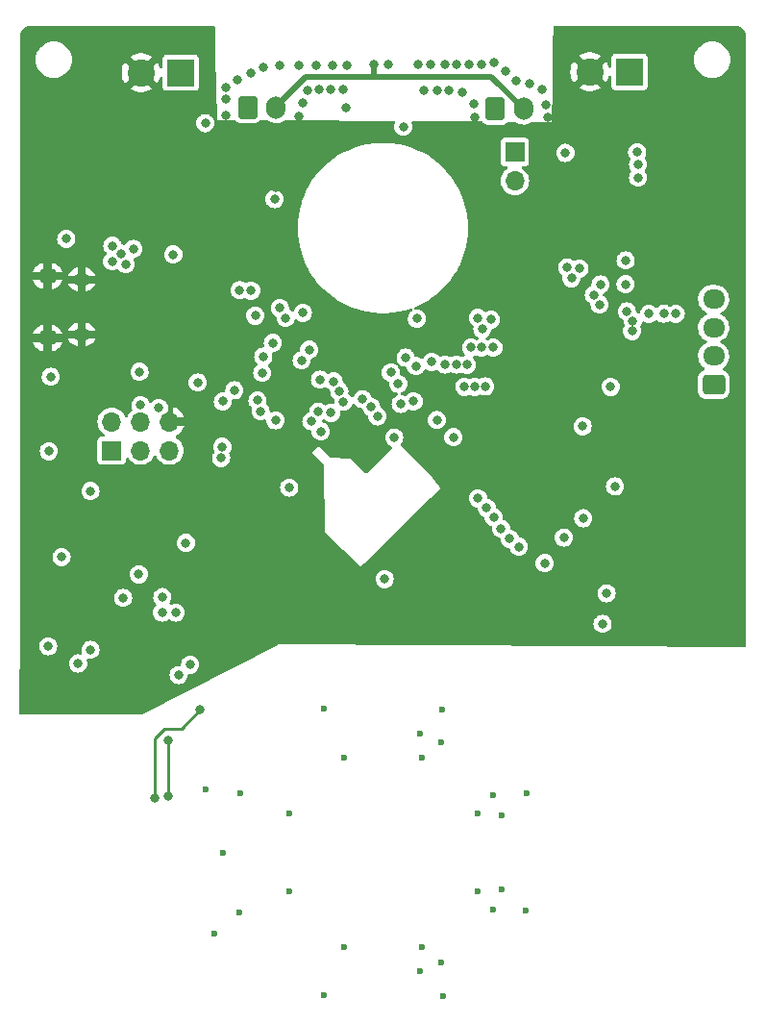
<source format=gbr>
%TF.GenerationSoftware,KiCad,Pcbnew,(7.0.0)*%
%TF.CreationDate,2023-03-13T17:48:54-07:00*%
%TF.ProjectId,DaisyStepperDriver,44616973-7953-4746-9570-706572447269,rev?*%
%TF.SameCoordinates,Original*%
%TF.FileFunction,Copper,L2,Inr*%
%TF.FilePolarity,Positive*%
%FSLAX46Y46*%
G04 Gerber Fmt 4.6, Leading zero omitted, Abs format (unit mm)*
G04 Created by KiCad (PCBNEW (7.0.0)) date 2023-03-13 17:48:54*
%MOMM*%
%LPD*%
G01*
G04 APERTURE LIST*
G04 Aperture macros list*
%AMRoundRect*
0 Rectangle with rounded corners*
0 $1 Rounding radius*
0 $2 $3 $4 $5 $6 $7 $8 $9 X,Y pos of 4 corners*
0 Add a 4 corners polygon primitive as box body*
4,1,4,$2,$3,$4,$5,$6,$7,$8,$9,$2,$3,0*
0 Add four circle primitives for the rounded corners*
1,1,$1+$1,$2,$3*
1,1,$1+$1,$4,$5*
1,1,$1+$1,$6,$7*
1,1,$1+$1,$8,$9*
0 Add four rect primitives between the rounded corners*
20,1,$1+$1,$2,$3,$4,$5,0*
20,1,$1+$1,$4,$5,$6,$7,0*
20,1,$1+$1,$6,$7,$8,$9,0*
20,1,$1+$1,$8,$9,$2,$3,0*%
G04 Aperture macros list end*
%TA.AperFunction,ComponentPad*%
%ADD10C,0.600000*%
%TD*%
%TA.AperFunction,ComponentPad*%
%ADD11R,1.700000X1.700000*%
%TD*%
%TA.AperFunction,ComponentPad*%
%ADD12O,1.700000X1.700000*%
%TD*%
%TA.AperFunction,ComponentPad*%
%ADD13R,2.400000X2.400000*%
%TD*%
%TA.AperFunction,ComponentPad*%
%ADD14C,2.400000*%
%TD*%
%TA.AperFunction,ComponentPad*%
%ADD15RoundRect,0.250000X-0.600000X-0.750000X0.600000X-0.750000X0.600000X0.750000X-0.600000X0.750000X0*%
%TD*%
%TA.AperFunction,ComponentPad*%
%ADD16O,1.700000X2.000000*%
%TD*%
%TA.AperFunction,ComponentPad*%
%ADD17O,1.700000X1.350000*%
%TD*%
%TA.AperFunction,ComponentPad*%
%ADD18O,1.500000X1.100000*%
%TD*%
%TA.AperFunction,ComponentPad*%
%ADD19RoundRect,0.250000X0.725000X-0.600000X0.725000X0.600000X-0.725000X0.600000X-0.725000X-0.600000X0*%
%TD*%
%TA.AperFunction,ComponentPad*%
%ADD20O,1.950000X1.700000*%
%TD*%
%TA.AperFunction,ViaPad*%
%ADD21C,0.800000*%
%TD*%
%TA.AperFunction,Conductor*%
%ADD22C,0.500000*%
%TD*%
%TA.AperFunction,Conductor*%
%ADD23C,0.250000*%
%TD*%
G04 APERTURE END LIST*
D10*
%TO.N,N/C*%
%TO.C,MM1*%
X146104580Y-129924052D03*
X153685880Y-114974055D03*
X150726370Y-125298757D03*
X126175880Y-127344055D03*
X144473272Y-111911863D03*
X151475994Y-123497348D03*
X128375393Y-125469653D03*
X144299673Y-130670156D03*
X137588497Y-128541751D03*
X132725880Y-123670947D03*
X146225880Y-107654055D03*
X149344076Y-116782659D03*
X135825085Y-132798755D03*
X151475994Y-116956363D03*
X144303082Y-109783458D03*
X146271978Y-132883955D03*
X132714285Y-116782659D03*
X149347485Y-123670947D03*
X150726370Y-115154760D03*
X153605880Y-125374055D03*
X137588497Y-111911960D03*
X128460165Y-115026762D03*
X144473272Y-128541654D03*
X135789791Y-107569659D03*
X125415880Y-114674055D03*
X146101171Y-110529562D03*
X126932583Y-120226855D03*
%TD*%
D11*
%TO.N,CAN-*%
%TO.C,JP1*%
X152621157Y-58541999D03*
D12*
%TO.N,Net-(JP1-Pad2)*%
X152621157Y-61081999D03*
%TD*%
D11*
%TO.N,3V3*%
%TO.C,J8*%
X117103463Y-84838199D03*
D12*
%TO.N,NRST*%
X117103463Y-82298199D03*
%TO.N,SWD_SWO*%
X119643463Y-84838199D03*
%TO.N,SWD_CLK*%
X119643463Y-82298199D03*
%TO.N,SWD_SWDIO*%
X122183463Y-84838199D03*
%TO.N,GND*%
X122183463Y-82298199D03*
%TD*%
D13*
%TO.N,VPP*%
%TO.C,J6*%
X162722599Y-51478199D03*
D14*
%TO.N,GND*%
X159222600Y-51478200D03*
%TD*%
D15*
%TO.N,CAN-*%
%TO.C,J3*%
X129081000Y-54602500D03*
D16*
%TO.N,CAN+*%
X131580999Y-54602499D03*
%TD*%
D17*
%TO.N,GND*%
%TO.C,J1*%
X111464999Y-74920582D03*
X111464999Y-69460582D03*
D18*
X114464999Y-69770582D03*
X114464999Y-74610582D03*
%TD*%
D13*
%TO.N,VPP*%
%TO.C,J5*%
X123189999Y-51561999D03*
D14*
%TO.N,GND*%
X119690000Y-51562000D03*
%TD*%
D19*
%TO.N,MOTOR_B1*%
%TO.C,J7*%
X170134000Y-79010200D03*
D20*
%TO.N,MOTOR_B2*%
X170133999Y-76510199D03*
%TO.N,MOTOR_A1*%
X170133999Y-74010199D03*
%TO.N,MOTOR_A2*%
X170133999Y-71510199D03*
%TD*%
D15*
%TO.N,CAN-*%
%TO.C,J4*%
X150896000Y-54729500D03*
D16*
%TO.N,CAN+*%
X153395999Y-54729499D03*
%TD*%
D21*
%TO.N,GND*%
X124428673Y-61366400D03*
X154697600Y-58403200D03*
X121428673Y-64366400D03*
X154697600Y-59703200D03*
X155508200Y-74228200D03*
X154508200Y-73228200D03*
X121428673Y-61366400D03*
X158508200Y-73228200D03*
X161354178Y-69126778D03*
X121572600Y-95927700D03*
X126428673Y-66366400D03*
X158508200Y-76228200D03*
X165887400Y-70078600D03*
X159597600Y-61403200D03*
X136597600Y-50903200D03*
X120897600Y-106028200D03*
X122428673Y-66366400D03*
X111627600Y-81923200D03*
X157508200Y-76228200D03*
X157508200Y-74228200D03*
X155508200Y-75228200D03*
X122428673Y-62366400D03*
X126428673Y-65366400D03*
X169457600Y-62743200D03*
X165862000Y-81102200D03*
X123428673Y-64366400D03*
X154508200Y-76228200D03*
X137497600Y-53003200D03*
X144597600Y-53103200D03*
X131897600Y-50903200D03*
X110442600Y-93598200D03*
X144097600Y-50803200D03*
X111487600Y-88413200D03*
X165887400Y-81991200D03*
X126428673Y-62366400D03*
X116674592Y-95180192D03*
X135397600Y-53003200D03*
X122542200Y-78064600D03*
X125428673Y-64366400D03*
X125428673Y-66366400D03*
X127197600Y-52903200D03*
X157508200Y-75228200D03*
X156508200Y-74228200D03*
X165887400Y-68351400D03*
X139795149Y-77541506D03*
X131528872Y-61691172D03*
X157508200Y-73228200D03*
X132097600Y-56703200D03*
X127497600Y-56303200D03*
X133297600Y-56403200D03*
X125428673Y-63366400D03*
X151097600Y-56603200D03*
X137847600Y-50943200D03*
X160447600Y-61413200D03*
X133897600Y-54203200D03*
X156508200Y-75228200D03*
X130897600Y-56703200D03*
X158508200Y-74228200D03*
X124428673Y-65366400D03*
X123428673Y-63366400D03*
X125428673Y-62366400D03*
X155508200Y-76228200D03*
X154134255Y-68561724D03*
X155497600Y-55503200D03*
X151797600Y-51403200D03*
X124428673Y-62366400D03*
X123428673Y-65366400D03*
X156508200Y-73228200D03*
X130497600Y-51103200D03*
X148597600Y-50803200D03*
X127197600Y-55303200D03*
X122428673Y-61366400D03*
X170377600Y-61553200D03*
X152697600Y-52303200D03*
X144547600Y-90353200D03*
X124428673Y-66366400D03*
X121428673Y-63366400D03*
X128197600Y-52203200D03*
X158508200Y-77228200D03*
X126428673Y-61366400D03*
X127197600Y-53903200D03*
X126945608Y-97605192D03*
X123428673Y-62366400D03*
X124428673Y-64366400D03*
X124428673Y-63366400D03*
X114579400Y-66776600D03*
X132522671Y-70254255D03*
X165887400Y-69240400D03*
X121756000Y-91096000D03*
X135097600Y-50903200D03*
X139097600Y-56303200D03*
X133597600Y-50903200D03*
X155508200Y-73228200D03*
X154997600Y-53003200D03*
X123348100Y-70124600D03*
X123428673Y-61366400D03*
X158508200Y-75228200D03*
X129527600Y-89763200D03*
X138321333Y-84629467D03*
X149097600Y-55503200D03*
X148997600Y-54303200D03*
X146797600Y-53103200D03*
X129597600Y-56703200D03*
X125428673Y-65366400D03*
X154508200Y-77228200D03*
X134397600Y-53103200D03*
X125428673Y-61366400D03*
X132547600Y-86403200D03*
X154508200Y-75228200D03*
X145197600Y-50803200D03*
X155397600Y-54403200D03*
X133597600Y-55403200D03*
X123428673Y-66366400D03*
X129397600Y-51603200D03*
X146340950Y-74139988D03*
X165862000Y-80264000D03*
X123222623Y-100577218D03*
X153897600Y-52503200D03*
X147997600Y-53303200D03*
X168292600Y-63908200D03*
X171337364Y-88542964D03*
X133377891Y-70787309D03*
X121428673Y-66366400D03*
X123647600Y-58003200D03*
X153697600Y-56703200D03*
X122428673Y-65366400D03*
X121428673Y-65366400D03*
X126428673Y-64366400D03*
X119872600Y-106853200D03*
X155508200Y-77228200D03*
X128497600Y-56603200D03*
X145797600Y-53103200D03*
X122428673Y-64366400D03*
X141172973Y-82867817D03*
X146497600Y-50803200D03*
X160160000Y-80240800D03*
X157508200Y-77228200D03*
X111582600Y-54628200D03*
X122428673Y-63366400D03*
X154797600Y-61003200D03*
X138497600Y-73792700D03*
X156508200Y-77228200D03*
X147497600Y-50803200D03*
X126428673Y-63366400D03*
X154508200Y-74228200D03*
X156508200Y-76228200D03*
X136397600Y-53003200D03*
X130461567Y-70253700D03*
X149697600Y-50803200D03*
X154797600Y-62103200D03*
X119749728Y-72331828D03*
X150797600Y-50703200D03*
X121428673Y-62366400D03*
%TO.N,NRST*%
X131538100Y-82178757D03*
X112687600Y-94223200D03*
%TO.N,3V3*%
X111577600Y-84893200D03*
X141996551Y-83691394D03*
X158587600Y-82703200D03*
X118338600Y-68427600D03*
X121565463Y-97739050D03*
X124677600Y-78853200D03*
X111737600Y-78343200D03*
X136647600Y-78742700D03*
X117144800Y-68173600D03*
X123647200Y-92964000D03*
X133947600Y-72703200D03*
X117932200Y-67487800D03*
X131454245Y-62687885D03*
X118999000Y-67081400D03*
X132747600Y-88103200D03*
X117170200Y-66802000D03*
X111507600Y-102073200D03*
%TO.N,VPP*%
X149758400Y-74142600D03*
X162371270Y-70185988D03*
X150520400Y-73304400D03*
X163017200Y-73431400D03*
X149357809Y-73145052D03*
X162946149Y-74311100D03*
X163467600Y-60792056D03*
X113106200Y-66192400D03*
X163467600Y-59663200D03*
X163397600Y-58573200D03*
%TO.N,MOTOR_A2*%
X148767800Y-75768200D03*
X150723600Y-75768200D03*
X149707600Y-75768200D03*
%TO.N,MOTOR_A1*%
X149995509Y-79192476D03*
X148166709Y-79217876D03*
X149081109Y-79217876D03*
%TO.N,SWD_CLK*%
X119637600Y-80843200D03*
X126902222Y-80507822D03*
%TO.N,SWD_SWO*%
X126847600Y-84503200D03*
X121263010Y-81102700D03*
%TO.N,CAN-*%
X141507600Y-50803200D03*
%TO.N,CAN+*%
X140197600Y-50803200D03*
X157073600Y-58623200D03*
%TO.N,Net-(R1-Pad2)*%
X115237600Y-88403200D03*
X122529600Y-67564000D03*
%TO.N,Net-(R4-Pad2)*%
X126742967Y-85497211D03*
X119557600Y-77903200D03*
%TO.N,CAN_SILENT*%
X127906920Y-79534017D03*
X125347600Y-56003200D03*
%TO.N,PWM_TMC_CURRSET*%
X128389048Y-70720789D03*
X143998352Y-73228322D03*
%TO.N,I2C_SDA*%
X131918100Y-72283316D03*
X114147600Y-103581200D03*
%TO.N,I2C_SCL*%
X132426016Y-73170786D03*
X115239800Y-102387400D03*
%TO.N,TMC_SKIP*%
X130367222Y-77983578D03*
X158318200Y-68808600D03*
%TO.N,TMC_STALL*%
X160172400Y-70205600D03*
X141147600Y-96152700D03*
%TO.N,ADC_IPS_COS*%
X136432035Y-81518765D03*
X118110000Y-97815400D03*
%TO.N,ADC_IPS_COSN*%
X119497600Y-95728200D03*
X135452324Y-78591959D03*
%TO.N,ADC_IPS_SIN*%
X122747600Y-99103700D03*
X137532099Y-80533503D03*
%TO.N,ADC_IPS_SINN*%
X137155600Y-79603479D03*
X121547600Y-99103700D03*
%TO.N,SPI_TMC_CS*%
X142347600Y-78953198D03*
X143901839Y-77398961D03*
%TO.N,SPI_CLK*%
X141697100Y-77968427D03*
X142997600Y-76653200D03*
%TO.N,TMC_STEP_EN*%
X160080773Y-71990243D03*
X145300840Y-77018680D03*
%TO.N,TMC_DIR*%
X130459331Y-76559824D03*
X147197600Y-83653200D03*
%TO.N,TMC_STEP*%
X131298099Y-75353200D03*
X145747600Y-82153200D03*
%TO.N,TMC_EN*%
X129747600Y-72951711D03*
X157604343Y-69650813D03*
%TO.N,TMC_STEP_GATE*%
X159590353Y-71119328D03*
X129388105Y-70750627D03*
%TO.N,TMC_STEP_RDY*%
X162479773Y-72584989D03*
X161061400Y-79222600D03*
%TO.N,CAN_RX*%
X129948957Y-80420840D03*
X142787600Y-56303200D03*
%TO.N,CAN_TX*%
X130223824Y-81381805D03*
X137757600Y-54683200D03*
%TO.N,TX1*%
X124897600Y-107673200D03*
X120897600Y-115403200D03*
%TO.N,Net-(C18-Pad2)*%
X157226000Y-68707000D03*
X162381358Y-68099598D03*
%TO.N,Net-(D6-Pad2)*%
X164430000Y-72796400D03*
X146481800Y-77266800D03*
X147472400Y-77266800D03*
X148386800Y-77292200D03*
X166787600Y-72803200D03*
X165735000Y-72771000D03*
%TO.N,TX2*%
X122097600Y-115303200D03*
X122107600Y-110343200D03*
%TO.N,RX_COS_B*%
X124021684Y-103686125D03*
%TO.N,RX_SIN_B*%
X122997600Y-104603200D03*
%TO.N,CAN_ADDR0*%
X149367600Y-89043200D03*
X161442222Y-87997822D03*
%TO.N,CAN_ADDR1*%
X135518874Y-83146547D03*
X158642222Y-90797822D03*
X140510458Y-81824046D03*
X150147600Y-89883200D03*
%TO.N,CAN_ADDR2*%
X139962978Y-80987822D03*
X156942222Y-92497822D03*
X134697600Y-82253200D03*
X150747600Y-90713200D03*
%TO.N,CAN_ADDR3*%
X139197600Y-80303200D03*
X135297600Y-81403200D03*
X151407600Y-91703200D03*
X155247600Y-94753200D03*
%TO.N,CAN_ADDR4*%
X160697600Y-97403200D03*
X152167600Y-92603200D03*
X142567216Y-80733584D03*
X133837600Y-76883200D03*
%TO.N,CAN_ADDR5*%
X152977600Y-93302700D03*
X160347600Y-100103200D03*
X134497600Y-75953200D03*
X143697600Y-80503200D03*
%TD*%
D22*
%TO.N,CAN+*%
X140197600Y-51803200D02*
X140297600Y-51903200D01*
X140297600Y-51903200D02*
X150569700Y-51903200D01*
X134197600Y-51903200D02*
X140297600Y-51903200D01*
X150569700Y-51903200D02*
X153396000Y-54729500D01*
X140197600Y-50803200D02*
X140197600Y-51803200D01*
X131581000Y-54602500D02*
X131581000Y-54519800D01*
X131581000Y-54519800D02*
X134197600Y-51903200D01*
D23*
%TO.N,TX1*%
X121777600Y-109333200D02*
X123237600Y-109333200D01*
X123237600Y-109333200D02*
X124897600Y-107673200D01*
X120897600Y-115403200D02*
X120897600Y-110213200D01*
X120897600Y-110213200D02*
X121777600Y-109333200D01*
%TO.N,TX2*%
X122087600Y-110363200D02*
X122107600Y-110343200D01*
X122097600Y-115303200D02*
X122087600Y-115293200D01*
X122087600Y-115293200D02*
X122087600Y-110363200D01*
%TD*%
%TA.AperFunction,Conductor*%
%TO.N,GND*%
G36*
X126136843Y-47425847D02*
G01*
X126182816Y-47470741D01*
X126200672Y-47532466D01*
X126262962Y-50153001D01*
X126394501Y-55686922D01*
X126394501Y-55686924D01*
X126394888Y-55703180D01*
X127871367Y-55713190D01*
X127926327Y-55726224D01*
X127961953Y-55755330D01*
X127962919Y-55754365D01*
X128079135Y-55870581D01*
X128134257Y-55903180D01*
X128209810Y-55947862D01*
X128220602Y-55954244D01*
X128378431Y-56000098D01*
X128415306Y-56003000D01*
X129744223Y-56003000D01*
X129746694Y-56003000D01*
X129783569Y-56000098D01*
X129941398Y-55954244D01*
X130082865Y-55870581D01*
X130187049Y-55766396D01*
X130228317Y-55738923D01*
X130276987Y-55729499D01*
X130759128Y-55732768D01*
X130794913Y-55738211D01*
X130827679Y-55753607D01*
X130986032Y-55858135D01*
X131193012Y-55946603D01*
X131412463Y-55996691D01*
X131637330Y-56006790D01*
X131860387Y-55976575D01*
X132074464Y-55907017D01*
X132272681Y-55800352D01*
X132309111Y-55771299D01*
X132346456Y-55750742D01*
X132388518Y-55743814D01*
X141935873Y-55808542D01*
X141993417Y-55822890D01*
X142038024Y-55861975D01*
X142059809Y-55917137D01*
X142053946Y-55976154D01*
X142004568Y-56117267D01*
X142004566Y-56117273D01*
X142002232Y-56123945D01*
X142001440Y-56130969D01*
X142001440Y-56130972D01*
X141994887Y-56189132D01*
X141982035Y-56303200D01*
X142002232Y-56482455D01*
X142004567Y-56489128D01*
X142004568Y-56489132D01*
X142059473Y-56646042D01*
X142059475Y-56646046D01*
X142061811Y-56652722D01*
X142065573Y-56658710D01*
X142065575Y-56658713D01*
X142147665Y-56789359D01*
X142157784Y-56805462D01*
X142285338Y-56933016D01*
X142438078Y-57028989D01*
X142608345Y-57088568D01*
X142787600Y-57108765D01*
X142966855Y-57088568D01*
X143137122Y-57028989D01*
X143289862Y-56933016D01*
X143417416Y-56805462D01*
X143513389Y-56652722D01*
X143572968Y-56482455D01*
X143593165Y-56303200D01*
X143572968Y-56123945D01*
X143525307Y-55987739D01*
X143519504Y-55928302D01*
X143541724Y-55872867D01*
X143586975Y-55833890D01*
X143645088Y-55820130D01*
X149706445Y-55861224D01*
X149754196Y-55870975D01*
X149794679Y-55898124D01*
X149894135Y-55997581D01*
X149909707Y-56006790D01*
X150024810Y-56074862D01*
X150035602Y-56081244D01*
X150193431Y-56127098D01*
X150230306Y-56130000D01*
X151559223Y-56130000D01*
X151561694Y-56130000D01*
X151598569Y-56127098D01*
X151756398Y-56081244D01*
X151897865Y-55997581D01*
X151981291Y-55914154D01*
X152022558Y-55886682D01*
X152071231Y-55877256D01*
X152606118Y-55880883D01*
X152641903Y-55886326D01*
X152674665Y-55901721D01*
X152801032Y-55985135D01*
X153008012Y-56073603D01*
X153227463Y-56123691D01*
X153452330Y-56133790D01*
X153675387Y-56103575D01*
X153889464Y-56034017D01*
X154087681Y-55927352D01*
X154098124Y-55919023D01*
X154135470Y-55898464D01*
X154177532Y-55891536D01*
X155894888Y-55903180D01*
X155931085Y-52907669D01*
X158291562Y-52907669D01*
X158299229Y-52915855D01*
X158362309Y-52958862D01*
X158370454Y-52963564D01*
X158592598Y-53070543D01*
X158601354Y-53073980D01*
X158836967Y-53146657D01*
X158846124Y-53148747D01*
X159089941Y-53185497D01*
X159099319Y-53186200D01*
X159345881Y-53186200D01*
X159355258Y-53185497D01*
X159599075Y-53148747D01*
X159608232Y-53146657D01*
X159843845Y-53073980D01*
X159852601Y-53070543D01*
X160074745Y-52963565D01*
X160082889Y-52958864D01*
X160145970Y-52915854D01*
X160153637Y-52907669D01*
X160147624Y-52898199D01*
X159234329Y-51984904D01*
X159222599Y-51978132D01*
X159210871Y-51984903D01*
X158297575Y-52898198D01*
X158291562Y-52907669D01*
X155931085Y-52907669D01*
X155948302Y-51482897D01*
X157510163Y-51482897D01*
X157528588Y-51728772D01*
X157529991Y-51738079D01*
X157584855Y-51978453D01*
X157587629Y-51987446D01*
X157677706Y-52216958D01*
X157681789Y-52225438D01*
X157783836Y-52402188D01*
X157791638Y-52410519D01*
X157801331Y-52404492D01*
X158715894Y-51489930D01*
X158722667Y-51478199D01*
X159722532Y-51478199D01*
X159729304Y-51489929D01*
X160643865Y-52404490D01*
X160653560Y-52410519D01*
X160661363Y-52402188D01*
X160763410Y-52225438D01*
X160767493Y-52216958D01*
X160857570Y-51987446D01*
X160860346Y-51978448D01*
X160873259Y-51921871D01*
X160900595Y-51867720D01*
X160950066Y-51832617D01*
X161010207Y-51824699D01*
X161067078Y-51845801D01*
X161107498Y-51891031D01*
X161122100Y-51949907D01*
X161122100Y-52704763D01*
X161122100Y-52704775D01*
X161122101Y-52709718D01*
X161122874Y-52714599D01*
X161122875Y-52714611D01*
X161135402Y-52793706D01*
X161136954Y-52803504D01*
X161141457Y-52812341D01*
X161185203Y-52898199D01*
X161194550Y-52916542D01*
X161284258Y-53006250D01*
X161397296Y-53063846D01*
X161491081Y-53078700D01*
X163954118Y-53078699D01*
X164047904Y-53063846D01*
X164160942Y-53006250D01*
X164250650Y-52916542D01*
X164308246Y-52803504D01*
X164323100Y-52709719D01*
X164323099Y-50408962D01*
X168392148Y-50408962D01*
X168392536Y-50413892D01*
X168411525Y-50655176D01*
X168411526Y-50655184D01*
X168411914Y-50660110D01*
X168413068Y-50664918D01*
X168413069Y-50664922D01*
X168469568Y-50900260D01*
X168469569Y-50900265D01*
X168470724Y-50905073D01*
X168472617Y-50909643D01*
X168472618Y-50909646D01*
X168512732Y-51006490D01*
X168567131Y-51137821D01*
X168569716Y-51142040D01*
X168569717Y-51142041D01*
X168658601Y-51287087D01*
X168698761Y-51352621D01*
X168862373Y-51544186D01*
X169053938Y-51707798D01*
X169268738Y-51839428D01*
X169501486Y-51935835D01*
X169746449Y-51994645D01*
X169997597Y-52014411D01*
X170248745Y-51994645D01*
X170493708Y-51935835D01*
X170726456Y-51839428D01*
X170941256Y-51707798D01*
X171132821Y-51544186D01*
X171296433Y-51352621D01*
X171428063Y-51137821D01*
X171524470Y-50905073D01*
X171583280Y-50660110D01*
X171603046Y-50408962D01*
X171583280Y-50157814D01*
X171524470Y-49912851D01*
X171428063Y-49680103D01*
X171296433Y-49465303D01*
X171132821Y-49273738D01*
X170941256Y-49110126D01*
X170726456Y-48978496D01*
X170493708Y-48882089D01*
X170488900Y-48880934D01*
X170488895Y-48880933D01*
X170253557Y-48824434D01*
X170253553Y-48824433D01*
X170248745Y-48823279D01*
X170243819Y-48822891D01*
X170243811Y-48822890D01*
X170002527Y-48803901D01*
X169997597Y-48803513D01*
X169992667Y-48803901D01*
X169751382Y-48822890D01*
X169751372Y-48822891D01*
X169746449Y-48823279D01*
X169741642Y-48824433D01*
X169741636Y-48824434D01*
X169506298Y-48880933D01*
X169506289Y-48880935D01*
X169501486Y-48882089D01*
X169496918Y-48883980D01*
X169496912Y-48883983D01*
X169273312Y-48976601D01*
X169273307Y-48976603D01*
X169268738Y-48978496D01*
X169264523Y-48981078D01*
X169264517Y-48981082D01*
X169058155Y-49107541D01*
X169058147Y-49107546D01*
X169053938Y-49110126D01*
X169050177Y-49113337D01*
X169050173Y-49113341D01*
X168866135Y-49270524D01*
X168866128Y-49270530D01*
X168862373Y-49273738D01*
X168859165Y-49277493D01*
X168859159Y-49277500D01*
X168701976Y-49461538D01*
X168701972Y-49461542D01*
X168698761Y-49465303D01*
X168696181Y-49469512D01*
X168696176Y-49469520D01*
X168569717Y-49675882D01*
X168569713Y-49675888D01*
X168567131Y-49680103D01*
X168565238Y-49684672D01*
X168565236Y-49684677D01*
X168472618Y-49908277D01*
X168472615Y-49908283D01*
X168470724Y-49912851D01*
X168469570Y-49917654D01*
X168469568Y-49917663D01*
X168413069Y-50153001D01*
X168411914Y-50157814D01*
X168411526Y-50162737D01*
X168411525Y-50162747D01*
X168397495Y-50341018D01*
X168392148Y-50408962D01*
X164323099Y-50408962D01*
X164323099Y-50246682D01*
X164308246Y-50152896D01*
X164250650Y-50039858D01*
X164160942Y-49950150D01*
X164152110Y-49945650D01*
X164152109Y-49945649D01*
X164056737Y-49897054D01*
X164056733Y-49897052D01*
X164047904Y-49892554D01*
X164038112Y-49891003D01*
X163959009Y-49878474D01*
X163959002Y-49878473D01*
X163954119Y-49877700D01*
X163949165Y-49877700D01*
X161496036Y-49877700D01*
X161496023Y-49877700D01*
X161491082Y-49877701D01*
X161486201Y-49878473D01*
X161486188Y-49878475D01*
X161407093Y-49891002D01*
X161407090Y-49891002D01*
X161397296Y-49892554D01*
X161388459Y-49897056D01*
X161388458Y-49897057D01*
X161293090Y-49945649D01*
X161293086Y-49945651D01*
X161284258Y-49950150D01*
X161277249Y-49957158D01*
X161277246Y-49957161D01*
X161201561Y-50032846D01*
X161201558Y-50032849D01*
X161194550Y-50039858D01*
X161190051Y-50048686D01*
X161190049Y-50048690D01*
X161141454Y-50144062D01*
X161141451Y-50144068D01*
X161136954Y-50152896D01*
X161135403Y-50162685D01*
X161135403Y-50162687D01*
X161122874Y-50241790D01*
X161122873Y-50241798D01*
X161122100Y-50246681D01*
X161122100Y-50251633D01*
X161122100Y-50251634D01*
X161122100Y-51006490D01*
X161107499Y-51065366D01*
X161067078Y-51110596D01*
X161010207Y-51131698D01*
X160950067Y-51123780D01*
X160900595Y-51088678D01*
X160873259Y-51034527D01*
X160860345Y-50977949D01*
X160857570Y-50968953D01*
X160767493Y-50739441D01*
X160763410Y-50730961D01*
X160661363Y-50554210D01*
X160653560Y-50545879D01*
X160643865Y-50551908D01*
X159729303Y-51466471D01*
X159722532Y-51478199D01*
X158722667Y-51478199D01*
X158715895Y-51466470D01*
X157801333Y-50551908D01*
X157791638Y-50545879D01*
X157783836Y-50554209D01*
X157681784Y-50730970D01*
X157677708Y-50739435D01*
X157587629Y-50968953D01*
X157584855Y-50977946D01*
X157529991Y-51218320D01*
X157528588Y-51227627D01*
X157510163Y-51473503D01*
X157510163Y-51482897D01*
X155948302Y-51482897D01*
X155965632Y-50048729D01*
X158291562Y-50048729D01*
X158297576Y-50058201D01*
X159210870Y-50971495D01*
X159222599Y-50978267D01*
X159234330Y-50971494D01*
X160147625Y-50058198D01*
X160153636Y-50048729D01*
X160145969Y-50040543D01*
X160082891Y-49997537D01*
X160074746Y-49992835D01*
X159852601Y-49885856D01*
X159843845Y-49882419D01*
X159608232Y-49809742D01*
X159599075Y-49807652D01*
X159355258Y-49770902D01*
X159345881Y-49770200D01*
X159099319Y-49770200D01*
X159089941Y-49770902D01*
X158846124Y-49807652D01*
X158836967Y-49809742D01*
X158601354Y-49882419D01*
X158592598Y-49885856D01*
X158370451Y-49992836D01*
X158362313Y-49997534D01*
X158299228Y-50040544D01*
X158291562Y-50048729D01*
X155965632Y-50048729D01*
X155977005Y-49107541D01*
X155996020Y-47533940D01*
X156013403Y-47471585D01*
X156059451Y-47426090D01*
X156122011Y-47409462D01*
X160497501Y-47409462D01*
X160497699Y-47409462D01*
X171992093Y-47409462D01*
X172003072Y-47409941D01*
X172041634Y-47413314D01*
X172042772Y-47413420D01*
X172169448Y-47425922D01*
X172189659Y-47429602D01*
X172252792Y-47446518D01*
X172256647Y-47447618D01*
X172349304Y-47475725D01*
X172365961Y-47482099D01*
X172430709Y-47512290D01*
X172436850Y-47515360D01*
X172516837Y-47558112D01*
X172529700Y-47566013D01*
X172590013Y-47608245D01*
X172597636Y-47614027D01*
X172665626Y-47669823D01*
X172666283Y-47670362D01*
X172675444Y-47678665D01*
X172727902Y-47731121D01*
X172736204Y-47740281D01*
X172776612Y-47789515D01*
X172792533Y-47808913D01*
X172798343Y-47816570D01*
X172840562Y-47876864D01*
X172848469Y-47889735D01*
X172891217Y-47969704D01*
X172894290Y-47975850D01*
X172924482Y-48040591D01*
X172930863Y-48057267D01*
X172958958Y-48149877D01*
X172960090Y-48153840D01*
X172976977Y-48216855D01*
X172980664Y-48237115D01*
X172993417Y-48366546D01*
X172993544Y-48367912D01*
X172996617Y-48403013D01*
X172997097Y-48414002D01*
X172997097Y-101991219D01*
X172980120Y-102054385D01*
X172933765Y-102100529D01*
X172870522Y-102117218D01*
X131789562Y-101929733D01*
X131774397Y-101929664D01*
X131760906Y-101936596D01*
X131760905Y-101936597D01*
X119834923Y-108065197D01*
X119777614Y-108079129D01*
X109124378Y-108102916D01*
X109061260Y-108086129D01*
X109015025Y-108039997D01*
X108998097Y-107976918D01*
X108998097Y-107661820D01*
X109001546Y-104603200D01*
X122192035Y-104603200D01*
X122212232Y-104782455D01*
X122214567Y-104789128D01*
X122214568Y-104789132D01*
X122269473Y-104946042D01*
X122269475Y-104946046D01*
X122271811Y-104952722D01*
X122367784Y-105105462D01*
X122495338Y-105233016D01*
X122648078Y-105328989D01*
X122818345Y-105388568D01*
X122997600Y-105408765D01*
X123176855Y-105388568D01*
X123347122Y-105328989D01*
X123499862Y-105233016D01*
X123627416Y-105105462D01*
X123723389Y-104952722D01*
X123782968Y-104782455D01*
X123803165Y-104603200D01*
X123803730Y-104603263D01*
X123821686Y-104540938D01*
X123873704Y-104494452D01*
X123942480Y-104482766D01*
X124014655Y-104490898D01*
X124021684Y-104491690D01*
X124200939Y-104471493D01*
X124371206Y-104411914D01*
X124523946Y-104315941D01*
X124651500Y-104188387D01*
X124747473Y-104035647D01*
X124807052Y-103865380D01*
X124827249Y-103686125D01*
X124807052Y-103506870D01*
X124747473Y-103336603D01*
X124651500Y-103183863D01*
X124523946Y-103056309D01*
X124517952Y-103052543D01*
X124517950Y-103052541D01*
X124377197Y-102964100D01*
X124377194Y-102964098D01*
X124371206Y-102960336D01*
X124364530Y-102958000D01*
X124364526Y-102957998D01*
X124207616Y-102903093D01*
X124207612Y-102903092D01*
X124200939Y-102900757D01*
X124193912Y-102899965D01*
X124193911Y-102899965D01*
X124028713Y-102881352D01*
X124021684Y-102880560D01*
X124014655Y-102881352D01*
X123849456Y-102899965D01*
X123849453Y-102899965D01*
X123842429Y-102900757D01*
X123835757Y-102903091D01*
X123835751Y-102903093D01*
X123678841Y-102957998D01*
X123678834Y-102958001D01*
X123672162Y-102960336D01*
X123666176Y-102964096D01*
X123666170Y-102964100D01*
X123525417Y-103052541D01*
X123525410Y-103052546D01*
X123519422Y-103056309D01*
X123514417Y-103061313D01*
X123514413Y-103061317D01*
X123396876Y-103178854D01*
X123396872Y-103178858D01*
X123391868Y-103183863D01*
X123388105Y-103189851D01*
X123388100Y-103189858D01*
X123299659Y-103330611D01*
X123299655Y-103330617D01*
X123295895Y-103336603D01*
X123293560Y-103343275D01*
X123293557Y-103343282D01*
X123238652Y-103500192D01*
X123238650Y-103500198D01*
X123236316Y-103506870D01*
X123216494Y-103682794D01*
X123216493Y-103682799D01*
X123216119Y-103686125D01*
X123215553Y-103686061D01*
X123197598Y-103748387D01*
X123145580Y-103794873D01*
X123076804Y-103806559D01*
X123004629Y-103798427D01*
X122997600Y-103797635D01*
X122990571Y-103798427D01*
X122825372Y-103817040D01*
X122825369Y-103817040D01*
X122818345Y-103817832D01*
X122811673Y-103820166D01*
X122811667Y-103820168D01*
X122654757Y-103875073D01*
X122654750Y-103875076D01*
X122648078Y-103877411D01*
X122642092Y-103881171D01*
X122642086Y-103881175D01*
X122501333Y-103969616D01*
X122501326Y-103969621D01*
X122495338Y-103973384D01*
X122490333Y-103978388D01*
X122490329Y-103978392D01*
X122372792Y-104095929D01*
X122372788Y-104095933D01*
X122367784Y-104100938D01*
X122364021Y-104106926D01*
X122364016Y-104106933D01*
X122275575Y-104247686D01*
X122275571Y-104247692D01*
X122271811Y-104253678D01*
X122269476Y-104260350D01*
X122269473Y-104260357D01*
X122214568Y-104417267D01*
X122214566Y-104417273D01*
X122212232Y-104423945D01*
X122211440Y-104430969D01*
X122211440Y-104430972D01*
X122204688Y-104490898D01*
X122192035Y-104603200D01*
X109001546Y-104603200D01*
X109002699Y-103581200D01*
X113342035Y-103581200D01*
X113362232Y-103760455D01*
X113364567Y-103767128D01*
X113364568Y-103767132D01*
X113419473Y-103924042D01*
X113419475Y-103924046D01*
X113421811Y-103930722D01*
X113425573Y-103936710D01*
X113425575Y-103936713D01*
X113487739Y-104035647D01*
X113517784Y-104083462D01*
X113645338Y-104211016D01*
X113798078Y-104306989D01*
X113968345Y-104366568D01*
X114147600Y-104386765D01*
X114326855Y-104366568D01*
X114497122Y-104306989D01*
X114649862Y-104211016D01*
X114777416Y-104083462D01*
X114873389Y-103930722D01*
X114932968Y-103760455D01*
X114953165Y-103581200D01*
X114932968Y-103401945D01*
X114909728Y-103335531D01*
X114905079Y-103269334D01*
X114934709Y-103209955D01*
X114990399Y-103173866D01*
X115055818Y-103171114D01*
X115060545Y-103172768D01*
X115239800Y-103192965D01*
X115419055Y-103172768D01*
X115589322Y-103113189D01*
X115742062Y-103017216D01*
X115869616Y-102889662D01*
X115965589Y-102736922D01*
X116025168Y-102566655D01*
X116045365Y-102387400D01*
X116025168Y-102208145D01*
X115965589Y-102037878D01*
X115869616Y-101885138D01*
X115742062Y-101757584D01*
X115736068Y-101753818D01*
X115736066Y-101753816D01*
X115595313Y-101665375D01*
X115595310Y-101665373D01*
X115589322Y-101661611D01*
X115582646Y-101659275D01*
X115582642Y-101659273D01*
X115425732Y-101604368D01*
X115425728Y-101604367D01*
X115419055Y-101602032D01*
X115412028Y-101601240D01*
X115412027Y-101601240D01*
X115246829Y-101582627D01*
X115239800Y-101581835D01*
X115232771Y-101582627D01*
X115067572Y-101601240D01*
X115067569Y-101601240D01*
X115060545Y-101602032D01*
X115053873Y-101604366D01*
X115053867Y-101604368D01*
X114896957Y-101659273D01*
X114896950Y-101659276D01*
X114890278Y-101661611D01*
X114884292Y-101665371D01*
X114884286Y-101665375D01*
X114743533Y-101753816D01*
X114743526Y-101753821D01*
X114737538Y-101757584D01*
X114732533Y-101762588D01*
X114732529Y-101762592D01*
X114614992Y-101880129D01*
X114614988Y-101880133D01*
X114609984Y-101885138D01*
X114606221Y-101891126D01*
X114606216Y-101891133D01*
X114517775Y-102031886D01*
X114517771Y-102031892D01*
X114514011Y-102037878D01*
X114511676Y-102044550D01*
X114511673Y-102044557D01*
X114456768Y-102201467D01*
X114456766Y-102201473D01*
X114454432Y-102208145D01*
X114453640Y-102215169D01*
X114453640Y-102215172D01*
X114448687Y-102259132D01*
X114434235Y-102387400D01*
X114454432Y-102566655D01*
X114457514Y-102575462D01*
X114477671Y-102633068D01*
X114482320Y-102699264D01*
X114452691Y-102758642D01*
X114397004Y-102794732D01*
X114331581Y-102797486D01*
X114326855Y-102795832D01*
X114319828Y-102795040D01*
X114319823Y-102795039D01*
X114154629Y-102776427D01*
X114147600Y-102775635D01*
X114140571Y-102776427D01*
X113975372Y-102795040D01*
X113975369Y-102795040D01*
X113968345Y-102795832D01*
X113961673Y-102798166D01*
X113961667Y-102798168D01*
X113804757Y-102853073D01*
X113804750Y-102853076D01*
X113798078Y-102855411D01*
X113792092Y-102859171D01*
X113792086Y-102859175D01*
X113651333Y-102947616D01*
X113651326Y-102947621D01*
X113645338Y-102951384D01*
X113640333Y-102956388D01*
X113640329Y-102956392D01*
X113522792Y-103073929D01*
X113522788Y-103073933D01*
X113517784Y-103078938D01*
X113514021Y-103084926D01*
X113514016Y-103084933D01*
X113425575Y-103225686D01*
X113425571Y-103225692D01*
X113421811Y-103231678D01*
X113419476Y-103238350D01*
X113419473Y-103238357D01*
X113364568Y-103395267D01*
X113364566Y-103395273D01*
X113362232Y-103401945D01*
X113342035Y-103581200D01*
X109002699Y-103581200D01*
X109004399Y-102073200D01*
X110702035Y-102073200D01*
X110702827Y-102080229D01*
X110717239Y-102208145D01*
X110722232Y-102252455D01*
X110724567Y-102259128D01*
X110724568Y-102259132D01*
X110779473Y-102416042D01*
X110779475Y-102416046D01*
X110781811Y-102422722D01*
X110877784Y-102575462D01*
X111005338Y-102703016D01*
X111158078Y-102798989D01*
X111328345Y-102858568D01*
X111507600Y-102878765D01*
X111686855Y-102858568D01*
X111857122Y-102798989D01*
X112009862Y-102703016D01*
X112137416Y-102575462D01*
X112233389Y-102422722D01*
X112292968Y-102252455D01*
X112313165Y-102073200D01*
X112292968Y-101893945D01*
X112233389Y-101723678D01*
X112192921Y-101659273D01*
X112141183Y-101576933D01*
X112141182Y-101576932D01*
X112137416Y-101570938D01*
X112009862Y-101443384D01*
X112003868Y-101439618D01*
X112003866Y-101439616D01*
X111863113Y-101351175D01*
X111863110Y-101351173D01*
X111857122Y-101347411D01*
X111850446Y-101345075D01*
X111850442Y-101345073D01*
X111693532Y-101290168D01*
X111693528Y-101290167D01*
X111686855Y-101287832D01*
X111679828Y-101287040D01*
X111679827Y-101287040D01*
X111514629Y-101268427D01*
X111507600Y-101267635D01*
X111500571Y-101268427D01*
X111335372Y-101287040D01*
X111335369Y-101287040D01*
X111328345Y-101287832D01*
X111321673Y-101290166D01*
X111321667Y-101290168D01*
X111164757Y-101345073D01*
X111164750Y-101345076D01*
X111158078Y-101347411D01*
X111152092Y-101351171D01*
X111152086Y-101351175D01*
X111011333Y-101439616D01*
X111011326Y-101439621D01*
X111005338Y-101443384D01*
X111000333Y-101448388D01*
X111000329Y-101448392D01*
X110882792Y-101565929D01*
X110882788Y-101565933D01*
X110877784Y-101570938D01*
X110874021Y-101576926D01*
X110874016Y-101576933D01*
X110785575Y-101717686D01*
X110785571Y-101717692D01*
X110781811Y-101723678D01*
X110779476Y-101730350D01*
X110779473Y-101730357D01*
X110724568Y-101887267D01*
X110724566Y-101887273D01*
X110722232Y-101893945D01*
X110721440Y-101900969D01*
X110721440Y-101900972D01*
X110717426Y-101936596D01*
X110702035Y-102073200D01*
X109004399Y-102073200D01*
X109006620Y-100103200D01*
X159542035Y-100103200D01*
X159562232Y-100282455D01*
X159564567Y-100289128D01*
X159564568Y-100289132D01*
X159619473Y-100446042D01*
X159619475Y-100446046D01*
X159621811Y-100452722D01*
X159717784Y-100605462D01*
X159845338Y-100733016D01*
X159998078Y-100828989D01*
X160168345Y-100888568D01*
X160347600Y-100908765D01*
X160526855Y-100888568D01*
X160697122Y-100828989D01*
X160849862Y-100733016D01*
X160977416Y-100605462D01*
X161073389Y-100452722D01*
X161132968Y-100282455D01*
X161153165Y-100103200D01*
X161132968Y-99923945D01*
X161073389Y-99753678D01*
X161034798Y-99692261D01*
X160981183Y-99606933D01*
X160981182Y-99606932D01*
X160977416Y-99600938D01*
X160849862Y-99473384D01*
X160843868Y-99469618D01*
X160843866Y-99469616D01*
X160703113Y-99381175D01*
X160703110Y-99381173D01*
X160697122Y-99377411D01*
X160690446Y-99375075D01*
X160690442Y-99375073D01*
X160533532Y-99320168D01*
X160533528Y-99320167D01*
X160526855Y-99317832D01*
X160519828Y-99317040D01*
X160519827Y-99317040D01*
X160354629Y-99298427D01*
X160347600Y-99297635D01*
X160340571Y-99298427D01*
X160175372Y-99317040D01*
X160175369Y-99317040D01*
X160168345Y-99317832D01*
X160161673Y-99320166D01*
X160161667Y-99320168D01*
X160004757Y-99375073D01*
X160004750Y-99375076D01*
X159998078Y-99377411D01*
X159992092Y-99381171D01*
X159992086Y-99381175D01*
X159851333Y-99469616D01*
X159851326Y-99469621D01*
X159845338Y-99473384D01*
X159840333Y-99478388D01*
X159840329Y-99478392D01*
X159722792Y-99595929D01*
X159722788Y-99595933D01*
X159717784Y-99600938D01*
X159714021Y-99606926D01*
X159714016Y-99606933D01*
X159625575Y-99747686D01*
X159625571Y-99747692D01*
X159621811Y-99753678D01*
X159619476Y-99760350D01*
X159619473Y-99760357D01*
X159564568Y-99917267D01*
X159564566Y-99917273D01*
X159562232Y-99923945D01*
X159542035Y-100103200D01*
X109006620Y-100103200D01*
X109007747Y-99103700D01*
X120742035Y-99103700D01*
X120762232Y-99282955D01*
X120764567Y-99289628D01*
X120764568Y-99289632D01*
X120819473Y-99446542D01*
X120819475Y-99446546D01*
X120821811Y-99453222D01*
X120825573Y-99459210D01*
X120825575Y-99459213D01*
X120911479Y-99595929D01*
X120917784Y-99605962D01*
X121045338Y-99733516D01*
X121051332Y-99737282D01*
X121051333Y-99737283D01*
X121088055Y-99760357D01*
X121198078Y-99829489D01*
X121368345Y-99889068D01*
X121547600Y-99909265D01*
X121726855Y-99889068D01*
X121897122Y-99829489D01*
X122049862Y-99733516D01*
X122058504Y-99724873D01*
X122114989Y-99692261D01*
X122180211Y-99692261D01*
X122236695Y-99724873D01*
X122245338Y-99733516D01*
X122251332Y-99737282D01*
X122251333Y-99737283D01*
X122288055Y-99760357D01*
X122398078Y-99829489D01*
X122568345Y-99889068D01*
X122747600Y-99909265D01*
X122926855Y-99889068D01*
X123097122Y-99829489D01*
X123249862Y-99733516D01*
X123377416Y-99605962D01*
X123473389Y-99453222D01*
X123532968Y-99282955D01*
X123553165Y-99103700D01*
X123532968Y-98924445D01*
X123473389Y-98754178D01*
X123377416Y-98601438D01*
X123249862Y-98473884D01*
X123243868Y-98470118D01*
X123243866Y-98470116D01*
X123103113Y-98381675D01*
X123103110Y-98381673D01*
X123097122Y-98377911D01*
X123090446Y-98375575D01*
X123090442Y-98375573D01*
X122933532Y-98320668D01*
X122933528Y-98320667D01*
X122926855Y-98318332D01*
X122919828Y-98317540D01*
X122919827Y-98317540D01*
X122754629Y-98298927D01*
X122747600Y-98298135D01*
X122740571Y-98298927D01*
X122575372Y-98317540D01*
X122575369Y-98317540D01*
X122568345Y-98318332D01*
X122561673Y-98320666D01*
X122561667Y-98320668D01*
X122404757Y-98375573D01*
X122404750Y-98375576D01*
X122398078Y-98377911D01*
X122392092Y-98381671D01*
X122392086Y-98381675D01*
X122388570Y-98383885D01*
X122385725Y-98384738D01*
X122385711Y-98384746D01*
X122385709Y-98384743D01*
X122324361Y-98403161D01*
X122259354Y-98386778D01*
X122211952Y-98339372D01*
X122195573Y-98274363D01*
X122214852Y-98210160D01*
X122291252Y-98088572D01*
X122350831Y-97918305D01*
X122371028Y-97739050D01*
X122350831Y-97559795D01*
X122296036Y-97403200D01*
X159892035Y-97403200D01*
X159892827Y-97410229D01*
X159910470Y-97566822D01*
X159912232Y-97582455D01*
X159914567Y-97589128D01*
X159914568Y-97589132D01*
X159969473Y-97746042D01*
X159969475Y-97746046D01*
X159971811Y-97752722D01*
X159975573Y-97758710D01*
X159975575Y-97758713D01*
X160015610Y-97822429D01*
X160067784Y-97905462D01*
X160195338Y-98033016D01*
X160348078Y-98128989D01*
X160518345Y-98188568D01*
X160697600Y-98208765D01*
X160876855Y-98188568D01*
X161047122Y-98128989D01*
X161199862Y-98033016D01*
X161327416Y-97905462D01*
X161423389Y-97752722D01*
X161482968Y-97582455D01*
X161503165Y-97403200D01*
X161482968Y-97223945D01*
X161423389Y-97053678D01*
X161327416Y-96900938D01*
X161199862Y-96773384D01*
X161193868Y-96769618D01*
X161193866Y-96769616D01*
X161053113Y-96681175D01*
X161053110Y-96681173D01*
X161047122Y-96677411D01*
X161040446Y-96675075D01*
X161040442Y-96675073D01*
X160883532Y-96620168D01*
X160883528Y-96620167D01*
X160876855Y-96617832D01*
X160869828Y-96617040D01*
X160869827Y-96617040D01*
X160704629Y-96598427D01*
X160697600Y-96597635D01*
X160690571Y-96598427D01*
X160525372Y-96617040D01*
X160525369Y-96617040D01*
X160518345Y-96617832D01*
X160511673Y-96620166D01*
X160511667Y-96620168D01*
X160354757Y-96675073D01*
X160354750Y-96675076D01*
X160348078Y-96677411D01*
X160342092Y-96681171D01*
X160342086Y-96681175D01*
X160201333Y-96769616D01*
X160201326Y-96769621D01*
X160195338Y-96773384D01*
X160190333Y-96778388D01*
X160190329Y-96778392D01*
X160072792Y-96895929D01*
X160072788Y-96895933D01*
X160067784Y-96900938D01*
X160064021Y-96906926D01*
X160064016Y-96906933D01*
X159975575Y-97047686D01*
X159975571Y-97047692D01*
X159971811Y-97053678D01*
X159969476Y-97060350D01*
X159969473Y-97060357D01*
X159914568Y-97217267D01*
X159914566Y-97217273D01*
X159912232Y-97223945D01*
X159892035Y-97403200D01*
X122296036Y-97403200D01*
X122291252Y-97389528D01*
X122195279Y-97236788D01*
X122067725Y-97109234D01*
X122061731Y-97105468D01*
X122061729Y-97105466D01*
X121920976Y-97017025D01*
X121920973Y-97017023D01*
X121914985Y-97013261D01*
X121908309Y-97010925D01*
X121908305Y-97010923D01*
X121751395Y-96956018D01*
X121751391Y-96956017D01*
X121744718Y-96953682D01*
X121737691Y-96952890D01*
X121737690Y-96952890D01*
X121572492Y-96934277D01*
X121565463Y-96933485D01*
X121558434Y-96934277D01*
X121393235Y-96952890D01*
X121393232Y-96952890D01*
X121386208Y-96953682D01*
X121379536Y-96956016D01*
X121379530Y-96956018D01*
X121222620Y-97010923D01*
X121222613Y-97010926D01*
X121215941Y-97013261D01*
X121209955Y-97017021D01*
X121209949Y-97017025D01*
X121069196Y-97105466D01*
X121069189Y-97105471D01*
X121063201Y-97109234D01*
X121058196Y-97114238D01*
X121058192Y-97114242D01*
X120940655Y-97231779D01*
X120940651Y-97231783D01*
X120935647Y-97236788D01*
X120931884Y-97242776D01*
X120931879Y-97242783D01*
X120843438Y-97383536D01*
X120843434Y-97383542D01*
X120839674Y-97389528D01*
X120837339Y-97396200D01*
X120837336Y-97396207D01*
X120782431Y-97553117D01*
X120782429Y-97553123D01*
X120780095Y-97559795D01*
X120779303Y-97566819D01*
X120779303Y-97566822D01*
X120770701Y-97643172D01*
X120759898Y-97739050D01*
X120760690Y-97746079D01*
X120767708Y-97808371D01*
X120780095Y-97918305D01*
X120782430Y-97924978D01*
X120782431Y-97924982D01*
X120837336Y-98081892D01*
X120837338Y-98081896D01*
X120839674Y-98088572D01*
X120843436Y-98094559D01*
X120843438Y-98094563D01*
X120914698Y-98207973D01*
X120935647Y-98241312D01*
X120940655Y-98246320D01*
X121017683Y-98323348D01*
X121050295Y-98379832D01*
X121050295Y-98445054D01*
X121017684Y-98501537D01*
X120917784Y-98601438D01*
X120914021Y-98607426D01*
X120914016Y-98607433D01*
X120825575Y-98748186D01*
X120825571Y-98748192D01*
X120821811Y-98754178D01*
X120819476Y-98760850D01*
X120819473Y-98760857D01*
X120764568Y-98917767D01*
X120764566Y-98917773D01*
X120762232Y-98924445D01*
X120742035Y-99103700D01*
X109007747Y-99103700D01*
X109009200Y-97815400D01*
X117304435Y-97815400D01*
X117305227Y-97822429D01*
X117316029Y-97918305D01*
X117324632Y-97994655D01*
X117326967Y-98001328D01*
X117326968Y-98001332D01*
X117381873Y-98158242D01*
X117381875Y-98158246D01*
X117384211Y-98164922D01*
X117387973Y-98170910D01*
X117387975Y-98170913D01*
X117435356Y-98246320D01*
X117480184Y-98317662D01*
X117607738Y-98445216D01*
X117760478Y-98541189D01*
X117930745Y-98600768D01*
X118110000Y-98620965D01*
X118289255Y-98600768D01*
X118459522Y-98541189D01*
X118612262Y-98445216D01*
X118739816Y-98317662D01*
X118835789Y-98164922D01*
X118895368Y-97994655D01*
X118915565Y-97815400D01*
X118895368Y-97636145D01*
X118835789Y-97465878D01*
X118739816Y-97313138D01*
X118612262Y-97185584D01*
X118606268Y-97181818D01*
X118606266Y-97181816D01*
X118465513Y-97093375D01*
X118465510Y-97093373D01*
X118459522Y-97089611D01*
X118452846Y-97087275D01*
X118452842Y-97087273D01*
X118295932Y-97032368D01*
X118295928Y-97032367D01*
X118289255Y-97030032D01*
X118282228Y-97029240D01*
X118282227Y-97029240D01*
X118117029Y-97010627D01*
X118110000Y-97009835D01*
X118102971Y-97010627D01*
X117937772Y-97029240D01*
X117937769Y-97029240D01*
X117930745Y-97030032D01*
X117924073Y-97032366D01*
X117924067Y-97032368D01*
X117767157Y-97087273D01*
X117767150Y-97087276D01*
X117760478Y-97089611D01*
X117754492Y-97093371D01*
X117754486Y-97093375D01*
X117613733Y-97181816D01*
X117613726Y-97181821D01*
X117607738Y-97185584D01*
X117602733Y-97190588D01*
X117602729Y-97190592D01*
X117485192Y-97308129D01*
X117485188Y-97308133D01*
X117480184Y-97313138D01*
X117476421Y-97319126D01*
X117476416Y-97319133D01*
X117387975Y-97459886D01*
X117387971Y-97459892D01*
X117384211Y-97465878D01*
X117381876Y-97472550D01*
X117381873Y-97472557D01*
X117326968Y-97629467D01*
X117326966Y-97629473D01*
X117324632Y-97636145D01*
X117323840Y-97643169D01*
X117323840Y-97643172D01*
X117311497Y-97752722D01*
X117304435Y-97815400D01*
X109009200Y-97815400D01*
X109011553Y-95728200D01*
X118692035Y-95728200D01*
X118712232Y-95907455D01*
X118714567Y-95914128D01*
X118714568Y-95914132D01*
X118769473Y-96071042D01*
X118769475Y-96071046D01*
X118771811Y-96077722D01*
X118775573Y-96083710D01*
X118775575Y-96083713D01*
X118818922Y-96152700D01*
X118867784Y-96230462D01*
X118995338Y-96358016D01*
X119148078Y-96453989D01*
X119318345Y-96513568D01*
X119497600Y-96533765D01*
X119676855Y-96513568D01*
X119847122Y-96453989D01*
X119999862Y-96358016D01*
X120127416Y-96230462D01*
X120176277Y-96152700D01*
X140342035Y-96152700D01*
X140362232Y-96331955D01*
X140364567Y-96338628D01*
X140364568Y-96338632D01*
X140419473Y-96495542D01*
X140419475Y-96495546D01*
X140421811Y-96502222D01*
X140425573Y-96508210D01*
X140425575Y-96508213D01*
X140494453Y-96617832D01*
X140517784Y-96654962D01*
X140645338Y-96782516D01*
X140798078Y-96878489D01*
X140968345Y-96938068D01*
X141147600Y-96958265D01*
X141326855Y-96938068D01*
X141497122Y-96878489D01*
X141649862Y-96782516D01*
X141777416Y-96654962D01*
X141873389Y-96502222D01*
X141932968Y-96331955D01*
X141953165Y-96152700D01*
X141932968Y-95973445D01*
X141873389Y-95803178D01*
X141777416Y-95650438D01*
X141649862Y-95522884D01*
X141643868Y-95519118D01*
X141643866Y-95519116D01*
X141503113Y-95430675D01*
X141503110Y-95430673D01*
X141497122Y-95426911D01*
X141490446Y-95424575D01*
X141490442Y-95424573D01*
X141333532Y-95369668D01*
X141333528Y-95369667D01*
X141326855Y-95367332D01*
X141319828Y-95366540D01*
X141319827Y-95366540D01*
X141154629Y-95347927D01*
X141147600Y-95347135D01*
X141140571Y-95347927D01*
X140975372Y-95366540D01*
X140975369Y-95366540D01*
X140968345Y-95367332D01*
X140961673Y-95369666D01*
X140961667Y-95369668D01*
X140804757Y-95424573D01*
X140804750Y-95424576D01*
X140798078Y-95426911D01*
X140792092Y-95430671D01*
X140792086Y-95430675D01*
X140651333Y-95519116D01*
X140651326Y-95519121D01*
X140645338Y-95522884D01*
X140640333Y-95527888D01*
X140640329Y-95527892D01*
X140522792Y-95645429D01*
X140522788Y-95645433D01*
X140517784Y-95650438D01*
X140514021Y-95656426D01*
X140514016Y-95656433D01*
X140425575Y-95797186D01*
X140425571Y-95797192D01*
X140421811Y-95803178D01*
X140419476Y-95809850D01*
X140419473Y-95809857D01*
X140364568Y-95966767D01*
X140364566Y-95966773D01*
X140362232Y-95973445D01*
X140361440Y-95980469D01*
X140361440Y-95980472D01*
X140350483Y-96077722D01*
X140342035Y-96152700D01*
X120176277Y-96152700D01*
X120223389Y-96077722D01*
X120282968Y-95907455D01*
X120303165Y-95728200D01*
X120282968Y-95548945D01*
X120223389Y-95378678D01*
X120127416Y-95225938D01*
X119999862Y-95098384D01*
X119993868Y-95094618D01*
X119993866Y-95094616D01*
X119853113Y-95006175D01*
X119853110Y-95006173D01*
X119847122Y-95002411D01*
X119840446Y-95000075D01*
X119840442Y-95000073D01*
X119683532Y-94945168D01*
X119683528Y-94945167D01*
X119676855Y-94942832D01*
X119669828Y-94942040D01*
X119669827Y-94942040D01*
X119504629Y-94923427D01*
X119497600Y-94922635D01*
X119490571Y-94923427D01*
X119325372Y-94942040D01*
X119325369Y-94942040D01*
X119318345Y-94942832D01*
X119311673Y-94945166D01*
X119311667Y-94945168D01*
X119154757Y-95000073D01*
X119154750Y-95000076D01*
X119148078Y-95002411D01*
X119142092Y-95006171D01*
X119142086Y-95006175D01*
X119001333Y-95094616D01*
X119001326Y-95094621D01*
X118995338Y-95098384D01*
X118990333Y-95103388D01*
X118990329Y-95103392D01*
X118872792Y-95220929D01*
X118872788Y-95220933D01*
X118867784Y-95225938D01*
X118864021Y-95231926D01*
X118864016Y-95231933D01*
X118775575Y-95372686D01*
X118775571Y-95372692D01*
X118771811Y-95378678D01*
X118769476Y-95385350D01*
X118769473Y-95385357D01*
X118714568Y-95542267D01*
X118714566Y-95542273D01*
X118712232Y-95548945D01*
X118711440Y-95555969D01*
X118711440Y-95555972D01*
X118700121Y-95656433D01*
X118692035Y-95728200D01*
X109011553Y-95728200D01*
X109013250Y-94223200D01*
X111882035Y-94223200D01*
X111902232Y-94402455D01*
X111904567Y-94409128D01*
X111904568Y-94409132D01*
X111959473Y-94566042D01*
X111959475Y-94566046D01*
X111961811Y-94572722D01*
X111965573Y-94578710D01*
X111965575Y-94578713D01*
X111966994Y-94580972D01*
X112057784Y-94725462D01*
X112185338Y-94853016D01*
X112338078Y-94948989D01*
X112508345Y-95008568D01*
X112687600Y-95028765D01*
X112866855Y-95008568D01*
X113037122Y-94948989D01*
X113189862Y-94853016D01*
X113317416Y-94725462D01*
X113413389Y-94572722D01*
X113472968Y-94402455D01*
X113493165Y-94223200D01*
X113472968Y-94043945D01*
X113413389Y-93873678D01*
X113317416Y-93720938D01*
X113189862Y-93593384D01*
X113183868Y-93589618D01*
X113183866Y-93589616D01*
X113043113Y-93501175D01*
X113043110Y-93501173D01*
X113037122Y-93497411D01*
X113030446Y-93495075D01*
X113030442Y-93495073D01*
X112873532Y-93440168D01*
X112873528Y-93440167D01*
X112866855Y-93437832D01*
X112859828Y-93437040D01*
X112859827Y-93437040D01*
X112694629Y-93418427D01*
X112687600Y-93417635D01*
X112680571Y-93418427D01*
X112515372Y-93437040D01*
X112515369Y-93437040D01*
X112508345Y-93437832D01*
X112501673Y-93440166D01*
X112501667Y-93440168D01*
X112344757Y-93495073D01*
X112344750Y-93495076D01*
X112338078Y-93497411D01*
X112332092Y-93501171D01*
X112332086Y-93501175D01*
X112191333Y-93589616D01*
X112191326Y-93589621D01*
X112185338Y-93593384D01*
X112180333Y-93598388D01*
X112180329Y-93598392D01*
X112062792Y-93715929D01*
X112062788Y-93715933D01*
X112057784Y-93720938D01*
X112054021Y-93726926D01*
X112054016Y-93726933D01*
X111965575Y-93867686D01*
X111965571Y-93867692D01*
X111961811Y-93873678D01*
X111959476Y-93880350D01*
X111959473Y-93880357D01*
X111904568Y-94037267D01*
X111904566Y-94037273D01*
X111902232Y-94043945D01*
X111901440Y-94050969D01*
X111901440Y-94050972D01*
X111897171Y-94088859D01*
X111882035Y-94223200D01*
X109013250Y-94223200D01*
X109014670Y-92964000D01*
X122841635Y-92964000D01*
X122842427Y-92971029D01*
X122858847Y-93116767D01*
X122861832Y-93143255D01*
X122864167Y-93149928D01*
X122864168Y-93149932D01*
X122919073Y-93306842D01*
X122919075Y-93306846D01*
X122921411Y-93313522D01*
X122925173Y-93319510D01*
X122925175Y-93319513D01*
X122999022Y-93437040D01*
X123017384Y-93466262D01*
X123144938Y-93593816D01*
X123150932Y-93597582D01*
X123150933Y-93597583D01*
X123247425Y-93658213D01*
X123297678Y-93689789D01*
X123467945Y-93749368D01*
X123647200Y-93769565D01*
X123826455Y-93749368D01*
X123996722Y-93689789D01*
X124149462Y-93593816D01*
X124277016Y-93466262D01*
X124372989Y-93313522D01*
X124432568Y-93143255D01*
X124452765Y-92964000D01*
X124432568Y-92784745D01*
X124372989Y-92614478D01*
X124299689Y-92497822D01*
X124280783Y-92467733D01*
X124280782Y-92467732D01*
X124277016Y-92461738D01*
X124149462Y-92334184D01*
X124143468Y-92330418D01*
X124143466Y-92330416D01*
X124002713Y-92241975D01*
X124002710Y-92241973D01*
X123996722Y-92238211D01*
X123990046Y-92235875D01*
X123990042Y-92235873D01*
X123833132Y-92180968D01*
X123833128Y-92180967D01*
X123826455Y-92178632D01*
X123819428Y-92177840D01*
X123819427Y-92177840D01*
X123654229Y-92159227D01*
X123647200Y-92158435D01*
X123640171Y-92159227D01*
X123474972Y-92177840D01*
X123474969Y-92177840D01*
X123467945Y-92178632D01*
X123461273Y-92180966D01*
X123461267Y-92180968D01*
X123304357Y-92235873D01*
X123304350Y-92235876D01*
X123297678Y-92238211D01*
X123291692Y-92241971D01*
X123291686Y-92241975D01*
X123150933Y-92330416D01*
X123150926Y-92330421D01*
X123144938Y-92334184D01*
X123139933Y-92339188D01*
X123139929Y-92339192D01*
X123022392Y-92456729D01*
X123022388Y-92456733D01*
X123017384Y-92461738D01*
X123013621Y-92467726D01*
X123013616Y-92467733D01*
X122925175Y-92608486D01*
X122925171Y-92608492D01*
X122921411Y-92614478D01*
X122919076Y-92621150D01*
X122919073Y-92621157D01*
X122864168Y-92778067D01*
X122864166Y-92778073D01*
X122861832Y-92784745D01*
X122861040Y-92791769D01*
X122861040Y-92791772D01*
X122854779Y-92847344D01*
X122841635Y-92964000D01*
X109014670Y-92964000D01*
X109019812Y-88403200D01*
X114432035Y-88403200D01*
X114432827Y-88410229D01*
X114442275Y-88494088D01*
X114452232Y-88582455D01*
X114454567Y-88589128D01*
X114454568Y-88589132D01*
X114509473Y-88746042D01*
X114509475Y-88746046D01*
X114511811Y-88752722D01*
X114515573Y-88758710D01*
X114515575Y-88758713D01*
X114597665Y-88889359D01*
X114607784Y-88905462D01*
X114735338Y-89033016D01*
X114741332Y-89036782D01*
X114741333Y-89036783D01*
X114838492Y-89097832D01*
X114888078Y-89128989D01*
X115058345Y-89188568D01*
X115237600Y-89208765D01*
X115416855Y-89188568D01*
X115587122Y-89128989D01*
X115739862Y-89033016D01*
X115867416Y-88905462D01*
X115963389Y-88752722D01*
X116022968Y-88582455D01*
X116043165Y-88403200D01*
X116022968Y-88223945D01*
X115980717Y-88103200D01*
X131942035Y-88103200D01*
X131942827Y-88110229D01*
X131955639Y-88223945D01*
X131962232Y-88282455D01*
X131964567Y-88289128D01*
X131964568Y-88289132D01*
X132019473Y-88446042D01*
X132019475Y-88446046D01*
X132021811Y-88452722D01*
X132025573Y-88458710D01*
X132025575Y-88458713D01*
X132103327Y-88582455D01*
X132117784Y-88605462D01*
X132245338Y-88733016D01*
X132398078Y-88828989D01*
X132568345Y-88888568D01*
X132747600Y-88908765D01*
X132926855Y-88888568D01*
X133097122Y-88828989D01*
X133249862Y-88733016D01*
X133377416Y-88605462D01*
X133473389Y-88452722D01*
X133532968Y-88282455D01*
X133553165Y-88103200D01*
X133532968Y-87923945D01*
X133473389Y-87753678D01*
X133377416Y-87600938D01*
X133249862Y-87473384D01*
X133243868Y-87469618D01*
X133243866Y-87469616D01*
X133103113Y-87381175D01*
X133103110Y-87381173D01*
X133097122Y-87377411D01*
X133090446Y-87375075D01*
X133090442Y-87375073D01*
X132933532Y-87320168D01*
X132933528Y-87320167D01*
X132926855Y-87317832D01*
X132919828Y-87317040D01*
X132919827Y-87317040D01*
X132754629Y-87298427D01*
X132747600Y-87297635D01*
X132740571Y-87298427D01*
X132575372Y-87317040D01*
X132575369Y-87317040D01*
X132568345Y-87317832D01*
X132561673Y-87320166D01*
X132561667Y-87320168D01*
X132404757Y-87375073D01*
X132404750Y-87375076D01*
X132398078Y-87377411D01*
X132392092Y-87381171D01*
X132392086Y-87381175D01*
X132251333Y-87469616D01*
X132251326Y-87469621D01*
X132245338Y-87473384D01*
X132240333Y-87478388D01*
X132240329Y-87478392D01*
X132122792Y-87595929D01*
X132122788Y-87595933D01*
X132117784Y-87600938D01*
X132114021Y-87606926D01*
X132114016Y-87606933D01*
X132025575Y-87747686D01*
X132025571Y-87747692D01*
X132021811Y-87753678D01*
X132019476Y-87760350D01*
X132019473Y-87760357D01*
X131964568Y-87917267D01*
X131964566Y-87917273D01*
X131962232Y-87923945D01*
X131942035Y-88103200D01*
X115980717Y-88103200D01*
X115963389Y-88053678D01*
X115867416Y-87900938D01*
X115739862Y-87773384D01*
X115733868Y-87769618D01*
X115733866Y-87769616D01*
X115593113Y-87681175D01*
X115593110Y-87681173D01*
X115587122Y-87677411D01*
X115580446Y-87675075D01*
X115580442Y-87675073D01*
X115423532Y-87620168D01*
X115423528Y-87620167D01*
X115416855Y-87617832D01*
X115409828Y-87617040D01*
X115409827Y-87617040D01*
X115244629Y-87598427D01*
X115237600Y-87597635D01*
X115230571Y-87598427D01*
X115065372Y-87617040D01*
X115065369Y-87617040D01*
X115058345Y-87617832D01*
X115051673Y-87620166D01*
X115051667Y-87620168D01*
X114894757Y-87675073D01*
X114894750Y-87675076D01*
X114888078Y-87677411D01*
X114882092Y-87681171D01*
X114882086Y-87681175D01*
X114741333Y-87769616D01*
X114741326Y-87769621D01*
X114735338Y-87773384D01*
X114730333Y-87778388D01*
X114730329Y-87778392D01*
X114612792Y-87895929D01*
X114612788Y-87895933D01*
X114607784Y-87900938D01*
X114604021Y-87906926D01*
X114604016Y-87906933D01*
X114515575Y-88047686D01*
X114515571Y-88047692D01*
X114511811Y-88053678D01*
X114509476Y-88060350D01*
X114509473Y-88060357D01*
X114454568Y-88217267D01*
X114454566Y-88217273D01*
X114452232Y-88223945D01*
X114451440Y-88230969D01*
X114451440Y-88230972D01*
X114444887Y-88289132D01*
X114432035Y-88403200D01*
X109019812Y-88403200D01*
X109023770Y-84893200D01*
X110772035Y-84893200D01*
X110772827Y-84900229D01*
X110790996Y-85061490D01*
X110792232Y-85072455D01*
X110794567Y-85079128D01*
X110794568Y-85079132D01*
X110849473Y-85236042D01*
X110849475Y-85236046D01*
X110851811Y-85242722D01*
X110855573Y-85248710D01*
X110855575Y-85248713D01*
X110899083Y-85317956D01*
X110947784Y-85395462D01*
X111075338Y-85523016D01*
X111228078Y-85618989D01*
X111398345Y-85678568D01*
X111577600Y-85698765D01*
X111756855Y-85678568D01*
X111927122Y-85618989D01*
X112079862Y-85523016D01*
X112207416Y-85395462D01*
X112303389Y-85242722D01*
X112362968Y-85072455D01*
X112383165Y-84893200D01*
X112362968Y-84713945D01*
X112303389Y-84543678D01*
X112219967Y-84410912D01*
X112211183Y-84396933D01*
X112211182Y-84396932D01*
X112207416Y-84390938D01*
X112079862Y-84263384D01*
X112073868Y-84259618D01*
X112073866Y-84259616D01*
X111933113Y-84171175D01*
X111933110Y-84171173D01*
X111927122Y-84167411D01*
X111920446Y-84165075D01*
X111920442Y-84165073D01*
X111763532Y-84110168D01*
X111763528Y-84110167D01*
X111756855Y-84107832D01*
X111749828Y-84107040D01*
X111749827Y-84107040D01*
X111584629Y-84088427D01*
X111577600Y-84087635D01*
X111570571Y-84088427D01*
X111405372Y-84107040D01*
X111405369Y-84107040D01*
X111398345Y-84107832D01*
X111391673Y-84110166D01*
X111391667Y-84110168D01*
X111234757Y-84165073D01*
X111234750Y-84165076D01*
X111228078Y-84167411D01*
X111222092Y-84171171D01*
X111222086Y-84171175D01*
X111081333Y-84259616D01*
X111081326Y-84259621D01*
X111075338Y-84263384D01*
X111070333Y-84268388D01*
X111070329Y-84268392D01*
X110952792Y-84385929D01*
X110952788Y-84385933D01*
X110947784Y-84390938D01*
X110944021Y-84396926D01*
X110944016Y-84396933D01*
X110855575Y-84537686D01*
X110855571Y-84537692D01*
X110851811Y-84543678D01*
X110849476Y-84550350D01*
X110849473Y-84550357D01*
X110794568Y-84707267D01*
X110794566Y-84707273D01*
X110792232Y-84713945D01*
X110772035Y-84893200D01*
X109023770Y-84893200D01*
X109026696Y-82298200D01*
X115848187Y-82298200D01*
X115848666Y-82303675D01*
X115866777Y-82510697D01*
X115866778Y-82510703D01*
X115867257Y-82516177D01*
X115868678Y-82521483D01*
X115868680Y-82521490D01*
X115909820Y-82675023D01*
X115923889Y-82727530D01*
X115926211Y-82732510D01*
X115926212Y-82732512D01*
X115994515Y-82878989D01*
X116016362Y-82925839D01*
X116019515Y-82930342D01*
X116019518Y-82930347D01*
X116057312Y-82984322D01*
X116141866Y-83105077D01*
X116296587Y-83259798D01*
X116301104Y-83262960D01*
X116301103Y-83262960D01*
X116437529Y-83358487D01*
X116478507Y-83406465D01*
X116491086Y-83468294D01*
X116472113Y-83528469D01*
X116426346Y-83571902D01*
X116365260Y-83587700D01*
X116226901Y-83587700D01*
X116226888Y-83587700D01*
X116221946Y-83587701D01*
X116217065Y-83588473D01*
X116217052Y-83588475D01*
X116137957Y-83601002D01*
X116137954Y-83601002D01*
X116128160Y-83602554D01*
X116119323Y-83607056D01*
X116119322Y-83607057D01*
X116023954Y-83655649D01*
X116023950Y-83655651D01*
X116015122Y-83660150D01*
X116008113Y-83667158D01*
X116008110Y-83667161D01*
X115932425Y-83742846D01*
X115932422Y-83742849D01*
X115925414Y-83749858D01*
X115920915Y-83758686D01*
X115920913Y-83758690D01*
X115872318Y-83854062D01*
X115872315Y-83854068D01*
X115867818Y-83862896D01*
X115866267Y-83872685D01*
X115866267Y-83872687D01*
X115853738Y-83951790D01*
X115853737Y-83951798D01*
X115852964Y-83956681D01*
X115852964Y-83961633D01*
X115852964Y-83961634D01*
X115852964Y-85714763D01*
X115852964Y-85714775D01*
X115852965Y-85719718D01*
X115853738Y-85724599D01*
X115853739Y-85724611D01*
X115866266Y-85803706D01*
X115867818Y-85813504D01*
X115925414Y-85926542D01*
X116015122Y-86016250D01*
X116023954Y-86020750D01*
X116083367Y-86051023D01*
X116128160Y-86073846D01*
X116221945Y-86088700D01*
X117984982Y-86088699D01*
X118078768Y-86073846D01*
X118191806Y-86016250D01*
X118281514Y-85926542D01*
X118339110Y-85813504D01*
X118353964Y-85719719D01*
X118353963Y-85576402D01*
X118369761Y-85515320D01*
X118413193Y-85469551D01*
X118473368Y-85450578D01*
X118535197Y-85463157D01*
X118583176Y-85504134D01*
X118610407Y-85543023D01*
X118681866Y-85645077D01*
X118836587Y-85799798D01*
X119015825Y-85925302D01*
X119214134Y-86017775D01*
X119425487Y-86074407D01*
X119643464Y-86093477D01*
X119861441Y-86074407D01*
X120072794Y-86017775D01*
X120271103Y-85925302D01*
X120450341Y-85799798D01*
X120605062Y-85645077D01*
X120730566Y-85465839D01*
X120799269Y-85318502D01*
X120845764Y-85265487D01*
X120913464Y-85245754D01*
X120981164Y-85265487D01*
X121027658Y-85318502D01*
X121096362Y-85465839D01*
X121099515Y-85470342D01*
X121099518Y-85470347D01*
X121150407Y-85543023D01*
X121221866Y-85645077D01*
X121376587Y-85799798D01*
X121555825Y-85925302D01*
X121754134Y-86017775D01*
X121965487Y-86074407D01*
X122183464Y-86093477D01*
X122401441Y-86074407D01*
X122612794Y-86017775D01*
X122811103Y-85925302D01*
X122990341Y-85799798D01*
X123145062Y-85645077D01*
X123248599Y-85497211D01*
X125937402Y-85497211D01*
X125957599Y-85676466D01*
X125959934Y-85683139D01*
X125959935Y-85683143D01*
X126014840Y-85840053D01*
X126014842Y-85840057D01*
X126017178Y-85846733D01*
X126020940Y-85852721D01*
X126020942Y-85852724D01*
X126071730Y-85933553D01*
X126113151Y-85999473D01*
X126240705Y-86127027D01*
X126393445Y-86223000D01*
X126563712Y-86282579D01*
X126742967Y-86302776D01*
X126922222Y-86282579D01*
X127092489Y-86223000D01*
X127245229Y-86127027D01*
X127372783Y-85999473D01*
X127468756Y-85846733D01*
X127528335Y-85676466D01*
X127548532Y-85497211D01*
X127528335Y-85317956D01*
X127468756Y-85147689D01*
X127464991Y-85141697D01*
X127462733Y-85137008D01*
X127451047Y-85068231D01*
X127475324Y-85009623D01*
X134753930Y-85009623D01*
X134766004Y-85021697D01*
X134766005Y-85021698D01*
X135759089Y-86014782D01*
X135786093Y-86054917D01*
X135795984Y-86102269D01*
X135871371Y-92007619D01*
X135871371Y-92007622D01*
X135871530Y-92020023D01*
X135880404Y-92028681D01*
X135880406Y-92028683D01*
X138984047Y-95056625D01*
X138995730Y-95068023D01*
X139318655Y-94753200D01*
X154442035Y-94753200D01*
X154442827Y-94760229D01*
X154461125Y-94922635D01*
X154462232Y-94932455D01*
X154464567Y-94939128D01*
X154464568Y-94939132D01*
X154519473Y-95096042D01*
X154519475Y-95096046D01*
X154521811Y-95102722D01*
X154525573Y-95108710D01*
X154525575Y-95108713D01*
X154602999Y-95231933D01*
X154617784Y-95255462D01*
X154745338Y-95383016D01*
X154751332Y-95386782D01*
X154751333Y-95386783D01*
X154815196Y-95426911D01*
X154898078Y-95478989D01*
X155068345Y-95538568D01*
X155247600Y-95558765D01*
X155426855Y-95538568D01*
X155597122Y-95478989D01*
X155749862Y-95383016D01*
X155877416Y-95255462D01*
X155973389Y-95102722D01*
X156032968Y-94932455D01*
X156053165Y-94753200D01*
X156032968Y-94573945D01*
X155973389Y-94403678D01*
X155877416Y-94250938D01*
X155749862Y-94123384D01*
X155743868Y-94119618D01*
X155743866Y-94119616D01*
X155603113Y-94031175D01*
X155603110Y-94031173D01*
X155597122Y-94027411D01*
X155590446Y-94025075D01*
X155590442Y-94025073D01*
X155433532Y-93970168D01*
X155433528Y-93970167D01*
X155426855Y-93967832D01*
X155419828Y-93967040D01*
X155419827Y-93967040D01*
X155254629Y-93948427D01*
X155247600Y-93947635D01*
X155240571Y-93948427D01*
X155075372Y-93967040D01*
X155075369Y-93967040D01*
X155068345Y-93967832D01*
X155061673Y-93970166D01*
X155061667Y-93970168D01*
X154904757Y-94025073D01*
X154904750Y-94025076D01*
X154898078Y-94027411D01*
X154892092Y-94031171D01*
X154892086Y-94031175D01*
X154751333Y-94119616D01*
X154751326Y-94119621D01*
X154745338Y-94123384D01*
X154740333Y-94128388D01*
X154740329Y-94128392D01*
X154622792Y-94245929D01*
X154622788Y-94245933D01*
X154617784Y-94250938D01*
X154614021Y-94256926D01*
X154614016Y-94256933D01*
X154525575Y-94397686D01*
X154525571Y-94397692D01*
X154521811Y-94403678D01*
X154519476Y-94410350D01*
X154519473Y-94410357D01*
X154464568Y-94567267D01*
X154464566Y-94567273D01*
X154462232Y-94573945D01*
X154442035Y-94753200D01*
X139318655Y-94753200D01*
X145175604Y-89043200D01*
X148562035Y-89043200D01*
X148562827Y-89050229D01*
X148580689Y-89208765D01*
X148582232Y-89222455D01*
X148584567Y-89229128D01*
X148584568Y-89229132D01*
X148639473Y-89386042D01*
X148639475Y-89386046D01*
X148641811Y-89392722D01*
X148645573Y-89398710D01*
X148645575Y-89398713D01*
X148730379Y-89533678D01*
X148737784Y-89545462D01*
X148865338Y-89673016D01*
X148871332Y-89676782D01*
X148871333Y-89676783D01*
X149012086Y-89765224D01*
X149018078Y-89768989D01*
X149188345Y-89828568D01*
X149237925Y-89834154D01*
X149290853Y-89852674D01*
X149330505Y-89892325D01*
X149349026Y-89945254D01*
X149356509Y-90011662D01*
X149362232Y-90062455D01*
X149364567Y-90069128D01*
X149364568Y-90069132D01*
X149419473Y-90226042D01*
X149419475Y-90226046D01*
X149421811Y-90232722D01*
X149425573Y-90238710D01*
X149425575Y-90238713D01*
X149508292Y-90370357D01*
X149517784Y-90385462D01*
X149645338Y-90513016D01*
X149798078Y-90608989D01*
X149804757Y-90611326D01*
X149860991Y-90631003D01*
X149917887Y-90671372D01*
X149944584Y-90735824D01*
X149951688Y-90798878D01*
X149962232Y-90892455D01*
X149964567Y-90899128D01*
X149964568Y-90899132D01*
X150019473Y-91056042D01*
X150019475Y-91056046D01*
X150021811Y-91062722D01*
X150025573Y-91068710D01*
X150025575Y-91068713D01*
X150112424Y-91206933D01*
X150117784Y-91215462D01*
X150245338Y-91343016D01*
X150398078Y-91438989D01*
X150404757Y-91441326D01*
X150528095Y-91484484D01*
X150575575Y-91514317D01*
X150605409Y-91561797D01*
X150611688Y-91617519D01*
X150603268Y-91692257D01*
X150602035Y-91703200D01*
X150622232Y-91882455D01*
X150624567Y-91889128D01*
X150624568Y-91889132D01*
X150679473Y-92046042D01*
X150679475Y-92046046D01*
X150681811Y-92052722D01*
X150685573Y-92058710D01*
X150685575Y-92058713D01*
X150760925Y-92178632D01*
X150777784Y-92205462D01*
X150905338Y-92333016D01*
X150911332Y-92336782D01*
X150911333Y-92336783D01*
X151052086Y-92425224D01*
X151058078Y-92428989D01*
X151228345Y-92488568D01*
X151250934Y-92491113D01*
X151307805Y-92512215D01*
X151348225Y-92557445D01*
X151359639Y-92603469D01*
X151362035Y-92603200D01*
X151382232Y-92782455D01*
X151384567Y-92789128D01*
X151384568Y-92789132D01*
X151439473Y-92946042D01*
X151439475Y-92946046D01*
X151441811Y-92952722D01*
X151445573Y-92958710D01*
X151445575Y-92958713D01*
X151471570Y-93000084D01*
X151537784Y-93105462D01*
X151665338Y-93233016D01*
X151818078Y-93328989D01*
X151988345Y-93388568D01*
X152087909Y-93399786D01*
X152152360Y-93426482D01*
X152192730Y-93483378D01*
X152249473Y-93645542D01*
X152249475Y-93645546D01*
X152251811Y-93652222D01*
X152255573Y-93658210D01*
X152255575Y-93658213D01*
X152325542Y-93769565D01*
X152347784Y-93804962D01*
X152475338Y-93932516D01*
X152481332Y-93936282D01*
X152481333Y-93936283D01*
X152531543Y-93967832D01*
X152628078Y-94028489D01*
X152798345Y-94088068D01*
X152977600Y-94108265D01*
X153156855Y-94088068D01*
X153327122Y-94028489D01*
X153479862Y-93932516D01*
X153607416Y-93804962D01*
X153703389Y-93652222D01*
X153762968Y-93481955D01*
X153783165Y-93302700D01*
X153762968Y-93123445D01*
X153703389Y-92953178D01*
X153607416Y-92800438D01*
X153479862Y-92672884D01*
X153473868Y-92669118D01*
X153473866Y-92669116D01*
X153333113Y-92580675D01*
X153333110Y-92580673D01*
X153327122Y-92576911D01*
X153320446Y-92574575D01*
X153320442Y-92574573D01*
X153163532Y-92519668D01*
X153163528Y-92519667D01*
X153156855Y-92517332D01*
X153149828Y-92516540D01*
X153149827Y-92516540D01*
X153086126Y-92509362D01*
X153057290Y-92506113D01*
X153037273Y-92497822D01*
X156136657Y-92497822D01*
X156156854Y-92677077D01*
X156159189Y-92683750D01*
X156159190Y-92683754D01*
X156214095Y-92840664D01*
X156214097Y-92840668D01*
X156216433Y-92847344D01*
X156220195Y-92853332D01*
X156220197Y-92853335D01*
X156294149Y-92971029D01*
X156312406Y-93000084D01*
X156439960Y-93127638D01*
X156592700Y-93223611D01*
X156762967Y-93283190D01*
X156942222Y-93303387D01*
X157121477Y-93283190D01*
X157291744Y-93223611D01*
X157444484Y-93127638D01*
X157572038Y-93000084D01*
X157668011Y-92847344D01*
X157727590Y-92677077D01*
X157747787Y-92497822D01*
X157727590Y-92318567D01*
X157668011Y-92148300D01*
X157572038Y-91995560D01*
X157444484Y-91868006D01*
X157438490Y-91864240D01*
X157438488Y-91864238D01*
X157297735Y-91775797D01*
X157297732Y-91775795D01*
X157291744Y-91772033D01*
X157285068Y-91769697D01*
X157285064Y-91769695D01*
X157128154Y-91714790D01*
X157128150Y-91714789D01*
X157121477Y-91712454D01*
X157114450Y-91711662D01*
X157114449Y-91711662D01*
X156949251Y-91693049D01*
X156942222Y-91692257D01*
X156935193Y-91693049D01*
X156769994Y-91711662D01*
X156769991Y-91711662D01*
X156762967Y-91712454D01*
X156756295Y-91714788D01*
X156756289Y-91714790D01*
X156599379Y-91769695D01*
X156599372Y-91769698D01*
X156592700Y-91772033D01*
X156586714Y-91775793D01*
X156586708Y-91775797D01*
X156445955Y-91864238D01*
X156445948Y-91864243D01*
X156439960Y-91868006D01*
X156434955Y-91873010D01*
X156434951Y-91873014D01*
X156317414Y-91990551D01*
X156317410Y-91990555D01*
X156312406Y-91995560D01*
X156308643Y-92001548D01*
X156308638Y-92001555D01*
X156220197Y-92142308D01*
X156220193Y-92142314D01*
X156216433Y-92148300D01*
X156214098Y-92154972D01*
X156214095Y-92154979D01*
X156159190Y-92311889D01*
X156159188Y-92311895D01*
X156156854Y-92318567D01*
X156156062Y-92325591D01*
X156156062Y-92325594D01*
X156144149Y-92431326D01*
X156136657Y-92497822D01*
X153037273Y-92497822D01*
X152992838Y-92479417D01*
X152952470Y-92422523D01*
X152893389Y-92253678D01*
X152845737Y-92177840D01*
X152801183Y-92106933D01*
X152801182Y-92106932D01*
X152797416Y-92100938D01*
X152669862Y-91973384D01*
X152663868Y-91969618D01*
X152663866Y-91969616D01*
X152523113Y-91881175D01*
X152523110Y-91881173D01*
X152517122Y-91877411D01*
X152510446Y-91875075D01*
X152510442Y-91875073D01*
X152353534Y-91820169D01*
X152353533Y-91820168D01*
X152346855Y-91817832D01*
X152339832Y-91817040D01*
X152339825Y-91817039D01*
X152326455Y-91815533D01*
X152324266Y-91815286D01*
X152267396Y-91794186D01*
X152226975Y-91748955D01*
X152215560Y-91702930D01*
X152213165Y-91703200D01*
X152192968Y-91523945D01*
X152133389Y-91353678D01*
X152037416Y-91200938D01*
X151909862Y-91073384D01*
X151903868Y-91069618D01*
X151903866Y-91069616D01*
X151763113Y-90981175D01*
X151763110Y-90981173D01*
X151757122Y-90977411D01*
X151750446Y-90975074D01*
X151750444Y-90975074D01*
X151627103Y-90931915D01*
X151579623Y-90902081D01*
X151549790Y-90854601D01*
X151543511Y-90798878D01*
X151543630Y-90797822D01*
X157836657Y-90797822D01*
X157837449Y-90804851D01*
X157851765Y-90931915D01*
X157856854Y-90977077D01*
X157859189Y-90983750D01*
X157859190Y-90983754D01*
X157914095Y-91140664D01*
X157914097Y-91140668D01*
X157916433Y-91147344D01*
X157920195Y-91153332D01*
X157920197Y-91153335D01*
X157955466Y-91209466D01*
X158012406Y-91300084D01*
X158139960Y-91427638D01*
X158292700Y-91523611D01*
X158462967Y-91583190D01*
X158642222Y-91603387D01*
X158821477Y-91583190D01*
X158991744Y-91523611D01*
X159144484Y-91427638D01*
X159272038Y-91300084D01*
X159368011Y-91147344D01*
X159427590Y-90977077D01*
X159447787Y-90797822D01*
X159427590Y-90618567D01*
X159368011Y-90448300D01*
X159272038Y-90295560D01*
X159144484Y-90168006D01*
X159138490Y-90164240D01*
X159138488Y-90164238D01*
X158997735Y-90075797D01*
X158997732Y-90075795D01*
X158991744Y-90072033D01*
X158985068Y-90069697D01*
X158985064Y-90069695D01*
X158828154Y-90014790D01*
X158828150Y-90014789D01*
X158821477Y-90012454D01*
X158814450Y-90011662D01*
X158814449Y-90011662D01*
X158649251Y-89993049D01*
X158642222Y-89992257D01*
X158635193Y-89993049D01*
X158469994Y-90011662D01*
X158469991Y-90011662D01*
X158462967Y-90012454D01*
X158456295Y-90014788D01*
X158456289Y-90014790D01*
X158299379Y-90069695D01*
X158299372Y-90069698D01*
X158292700Y-90072033D01*
X158286714Y-90075793D01*
X158286708Y-90075797D01*
X158145955Y-90164238D01*
X158145948Y-90164243D01*
X158139960Y-90168006D01*
X158134955Y-90173010D01*
X158134951Y-90173014D01*
X158017414Y-90290551D01*
X158017410Y-90290555D01*
X158012406Y-90295560D01*
X158008643Y-90301548D01*
X158008638Y-90301555D01*
X157920197Y-90442308D01*
X157920193Y-90442314D01*
X157916433Y-90448300D01*
X157914098Y-90454972D01*
X157914095Y-90454979D01*
X157859190Y-90611889D01*
X157859188Y-90611895D01*
X157856854Y-90618567D01*
X157856062Y-90625591D01*
X157856062Y-90625594D01*
X157845400Y-90720228D01*
X157836657Y-90797822D01*
X151543630Y-90797822D01*
X151552373Y-90720228D01*
X151553165Y-90713200D01*
X151532968Y-90533945D01*
X151473389Y-90363678D01*
X151469624Y-90357686D01*
X151381183Y-90216933D01*
X151381182Y-90216932D01*
X151377416Y-90210938D01*
X151249862Y-90083384D01*
X151243868Y-90079618D01*
X151243866Y-90079616D01*
X151103113Y-89991175D01*
X151103110Y-89991173D01*
X151097122Y-89987411D01*
X151090445Y-89985074D01*
X151090444Y-89985074D01*
X151034207Y-89965396D01*
X150977312Y-89925026D01*
X150950615Y-89860576D01*
X150932968Y-89703945D01*
X150873389Y-89533678D01*
X150777416Y-89380938D01*
X150649862Y-89253384D01*
X150643868Y-89249618D01*
X150643866Y-89249616D01*
X150503113Y-89161175D01*
X150503110Y-89161173D01*
X150497122Y-89157411D01*
X150490446Y-89155075D01*
X150490442Y-89155073D01*
X150333534Y-89100169D01*
X150333533Y-89100168D01*
X150326855Y-89097832D01*
X150319826Y-89097040D01*
X150277272Y-89092245D01*
X150224344Y-89073724D01*
X150184693Y-89034073D01*
X150166173Y-88981144D01*
X150158210Y-88910470D01*
X150152968Y-88863945D01*
X150093389Y-88693678D01*
X149997416Y-88540938D01*
X149869862Y-88413384D01*
X149863868Y-88409618D01*
X149863866Y-88409616D01*
X149723113Y-88321175D01*
X149723110Y-88321173D01*
X149717122Y-88317411D01*
X149710446Y-88315075D01*
X149710442Y-88315073D01*
X149553532Y-88260168D01*
X149553528Y-88260167D01*
X149546855Y-88257832D01*
X149539828Y-88257040D01*
X149539827Y-88257040D01*
X149374629Y-88238427D01*
X149367600Y-88237635D01*
X149360571Y-88238427D01*
X149195372Y-88257040D01*
X149195369Y-88257040D01*
X149188345Y-88257832D01*
X149181673Y-88260166D01*
X149181667Y-88260168D01*
X149024757Y-88315073D01*
X149024750Y-88315076D01*
X149018078Y-88317411D01*
X149012092Y-88321171D01*
X149012086Y-88321175D01*
X148871333Y-88409616D01*
X148871326Y-88409621D01*
X148865338Y-88413384D01*
X148860333Y-88418388D01*
X148860329Y-88418392D01*
X148742792Y-88535929D01*
X148742788Y-88535933D01*
X148737784Y-88540938D01*
X148734021Y-88546926D01*
X148734016Y-88546933D01*
X148645575Y-88687686D01*
X148645571Y-88687692D01*
X148641811Y-88693678D01*
X148639476Y-88700350D01*
X148639473Y-88700357D01*
X148584568Y-88857267D01*
X148584566Y-88857273D01*
X148582232Y-88863945D01*
X148581440Y-88870969D01*
X148581440Y-88870972D01*
X148578230Y-88899466D01*
X148562035Y-89043200D01*
X145175604Y-89043200D01*
X146082330Y-88159223D01*
X145953807Y-87997822D01*
X160636657Y-87997822D01*
X160656854Y-88177077D01*
X160659189Y-88183750D01*
X160659190Y-88183754D01*
X160714095Y-88340664D01*
X160714097Y-88340668D01*
X160716433Y-88347344D01*
X160720195Y-88353332D01*
X160720197Y-88353335D01*
X160786410Y-88458713D01*
X160812406Y-88500084D01*
X160939960Y-88627638D01*
X160945954Y-88631404D01*
X160945955Y-88631405D01*
X161086708Y-88719846D01*
X161092700Y-88723611D01*
X161262967Y-88783190D01*
X161442222Y-88803387D01*
X161621477Y-88783190D01*
X161791744Y-88723611D01*
X161944484Y-88627638D01*
X162072038Y-88500084D01*
X162168011Y-88347344D01*
X162227590Y-88177077D01*
X162247787Y-87997822D01*
X162227590Y-87818567D01*
X162168011Y-87648300D01*
X162164246Y-87642308D01*
X162075805Y-87501555D01*
X162075804Y-87501554D01*
X162072038Y-87495560D01*
X161944484Y-87368006D01*
X161938490Y-87364240D01*
X161938488Y-87364238D01*
X161797735Y-87275797D01*
X161797732Y-87275795D01*
X161791744Y-87272033D01*
X161785068Y-87269697D01*
X161785064Y-87269695D01*
X161628154Y-87214790D01*
X161628150Y-87214789D01*
X161621477Y-87212454D01*
X161614450Y-87211662D01*
X161614449Y-87211662D01*
X161449251Y-87193049D01*
X161442222Y-87192257D01*
X161435193Y-87193049D01*
X161269994Y-87211662D01*
X161269991Y-87211662D01*
X161262967Y-87212454D01*
X161256295Y-87214788D01*
X161256289Y-87214790D01*
X161099379Y-87269695D01*
X161099372Y-87269698D01*
X161092700Y-87272033D01*
X161086714Y-87275793D01*
X161086708Y-87275797D01*
X160945955Y-87364238D01*
X160945948Y-87364243D01*
X160939960Y-87368006D01*
X160934955Y-87373010D01*
X160934951Y-87373014D01*
X160817414Y-87490551D01*
X160817410Y-87490555D01*
X160812406Y-87495560D01*
X160808643Y-87501548D01*
X160808638Y-87501555D01*
X160720197Y-87642308D01*
X160720193Y-87642314D01*
X160716433Y-87648300D01*
X160714098Y-87654972D01*
X160714095Y-87654979D01*
X160659190Y-87811889D01*
X160659188Y-87811895D01*
X160656854Y-87818567D01*
X160636657Y-87997822D01*
X145953807Y-87997822D01*
X144990130Y-86787623D01*
X142600360Y-84397852D01*
X142567748Y-84341369D01*
X142567748Y-84276147D01*
X142600360Y-84219663D01*
X142609461Y-84210562D01*
X142626367Y-84193656D01*
X142722340Y-84040916D01*
X142781919Y-83870649D01*
X142802116Y-83691394D01*
X142797813Y-83653200D01*
X146392035Y-83653200D01*
X146412232Y-83832455D01*
X146414567Y-83839128D01*
X146414568Y-83839132D01*
X146469473Y-83996042D01*
X146469475Y-83996046D01*
X146471811Y-84002722D01*
X146475573Y-84008710D01*
X146475575Y-84008713D01*
X146539323Y-84110168D01*
X146567784Y-84155462D01*
X146695338Y-84283016D01*
X146701332Y-84286782D01*
X146701333Y-84286783D01*
X146749848Y-84317267D01*
X146848078Y-84378989D01*
X147018345Y-84438568D01*
X147197600Y-84458765D01*
X147376855Y-84438568D01*
X147547122Y-84378989D01*
X147699862Y-84283016D01*
X147827416Y-84155462D01*
X147923389Y-84002722D01*
X147982968Y-83832455D01*
X148003165Y-83653200D01*
X147982968Y-83473945D01*
X147923389Y-83303678D01*
X147893368Y-83255900D01*
X147831183Y-83156933D01*
X147831182Y-83156932D01*
X147827416Y-83150938D01*
X147699862Y-83023384D01*
X147693868Y-83019618D01*
X147693866Y-83019616D01*
X147553113Y-82931175D01*
X147553110Y-82931173D01*
X147547122Y-82927411D01*
X147540446Y-82925075D01*
X147540442Y-82925073D01*
X147383532Y-82870168D01*
X147383528Y-82870167D01*
X147376855Y-82867832D01*
X147369828Y-82867040D01*
X147369827Y-82867040D01*
X147204629Y-82848427D01*
X147197600Y-82847635D01*
X147190571Y-82848427D01*
X147025372Y-82867040D01*
X147025369Y-82867040D01*
X147018345Y-82867832D01*
X147011673Y-82870166D01*
X147011667Y-82870168D01*
X146854757Y-82925073D01*
X146854750Y-82925076D01*
X146848078Y-82927411D01*
X146842092Y-82931171D01*
X146842086Y-82931175D01*
X146701333Y-83019616D01*
X146701326Y-83019621D01*
X146695338Y-83023384D01*
X146690333Y-83028388D01*
X146690329Y-83028392D01*
X146572792Y-83145929D01*
X146572788Y-83145933D01*
X146567784Y-83150938D01*
X146564021Y-83156926D01*
X146564016Y-83156933D01*
X146475575Y-83297686D01*
X146475571Y-83297692D01*
X146471811Y-83303678D01*
X146469476Y-83310350D01*
X146469473Y-83310357D01*
X146414568Y-83467267D01*
X146414566Y-83467273D01*
X146412232Y-83473945D01*
X146411440Y-83480969D01*
X146411440Y-83480972D01*
X146401612Y-83568200D01*
X146392035Y-83653200D01*
X142797813Y-83653200D01*
X142781919Y-83512139D01*
X142722340Y-83341872D01*
X142626367Y-83189132D01*
X142498813Y-83061578D01*
X142492819Y-83057812D01*
X142492817Y-83057810D01*
X142352064Y-82969369D01*
X142352061Y-82969367D01*
X142346073Y-82965605D01*
X142339397Y-82963269D01*
X142339393Y-82963267D01*
X142182483Y-82908362D01*
X142182479Y-82908361D01*
X142175806Y-82906026D01*
X142168779Y-82905234D01*
X142168778Y-82905234D01*
X142003580Y-82886621D01*
X141996551Y-82885829D01*
X141989522Y-82886621D01*
X141824323Y-82905234D01*
X141824320Y-82905234D01*
X141817296Y-82906026D01*
X141810624Y-82908360D01*
X141810618Y-82908362D01*
X141653708Y-82963267D01*
X141653701Y-82963270D01*
X141647029Y-82965605D01*
X141641043Y-82969365D01*
X141641037Y-82969369D01*
X141500284Y-83057810D01*
X141500277Y-83057815D01*
X141494289Y-83061578D01*
X141489284Y-83066582D01*
X141489280Y-83066586D01*
X141371743Y-83184123D01*
X141371739Y-83184127D01*
X141366735Y-83189132D01*
X141362972Y-83195120D01*
X141362967Y-83195127D01*
X141274526Y-83335880D01*
X141274522Y-83335886D01*
X141270762Y-83341872D01*
X141268427Y-83348544D01*
X141268424Y-83348551D01*
X141213519Y-83505461D01*
X141213517Y-83505467D01*
X141211183Y-83512139D01*
X141210391Y-83519163D01*
X141210391Y-83519166D01*
X141201059Y-83601993D01*
X141190986Y-83691394D01*
X141211183Y-83870649D01*
X141213518Y-83877322D01*
X141213519Y-83877326D01*
X141268424Y-84034236D01*
X141268426Y-84034240D01*
X141270762Y-84040916D01*
X141274524Y-84046904D01*
X141274526Y-84046907D01*
X141345882Y-84160470D01*
X141366735Y-84193656D01*
X141494289Y-84321210D01*
X141500283Y-84324976D01*
X141500284Y-84324977D01*
X141625869Y-84403887D01*
X141647029Y-84417183D01*
X141765717Y-84458713D01*
X141818341Y-84494007D01*
X141847133Y-84550454D01*
X141844808Y-84613777D01*
X141811956Y-84667961D01*
X139639614Y-86781059D01*
X139585108Y-86812247D01*
X139522317Y-86813252D01*
X139466840Y-86783825D01*
X138746888Y-86127027D01*
X138106730Y-85543023D01*
X138095516Y-85542697D01*
X138095512Y-85542697D01*
X136404172Y-85493673D01*
X136357923Y-85483424D01*
X136318728Y-85456821D01*
X135349518Y-84487611D01*
X135338130Y-84476223D01*
X135326240Y-84487078D01*
X135326238Y-84487080D01*
X134766538Y-84998110D01*
X134766536Y-84998113D01*
X134753930Y-85009623D01*
X127475324Y-85009623D01*
X127476787Y-85006090D01*
X127477416Y-85005462D01*
X127573389Y-84852722D01*
X127632968Y-84682455D01*
X127653165Y-84503200D01*
X127632968Y-84323945D01*
X127573389Y-84153678D01*
X127499343Y-84035834D01*
X127481183Y-84006933D01*
X127481182Y-84006932D01*
X127477416Y-84000938D01*
X127349862Y-83873384D01*
X127343868Y-83869618D01*
X127343866Y-83869616D01*
X127203113Y-83781175D01*
X127203110Y-83781173D01*
X127197122Y-83777411D01*
X127190446Y-83775075D01*
X127190442Y-83775073D01*
X127033532Y-83720168D01*
X127033528Y-83720167D01*
X127026855Y-83717832D01*
X127019828Y-83717040D01*
X127019827Y-83717040D01*
X126854629Y-83698427D01*
X126847600Y-83697635D01*
X126840571Y-83698427D01*
X126675372Y-83717040D01*
X126675369Y-83717040D01*
X126668345Y-83717832D01*
X126661673Y-83720166D01*
X126661667Y-83720168D01*
X126504757Y-83775073D01*
X126504750Y-83775076D01*
X126498078Y-83777411D01*
X126492092Y-83781171D01*
X126492086Y-83781175D01*
X126351333Y-83869616D01*
X126351326Y-83869621D01*
X126345338Y-83873384D01*
X126340333Y-83878388D01*
X126340329Y-83878392D01*
X126222792Y-83995929D01*
X126222788Y-83995933D01*
X126217784Y-84000938D01*
X126214021Y-84006926D01*
X126214016Y-84006933D01*
X126125575Y-84147686D01*
X126125571Y-84147692D01*
X126121811Y-84153678D01*
X126119476Y-84160350D01*
X126119473Y-84160357D01*
X126064568Y-84317267D01*
X126064566Y-84317273D01*
X126062232Y-84323945D01*
X126061440Y-84330969D01*
X126061440Y-84330972D01*
X126049317Y-84438568D01*
X126042035Y-84503200D01*
X126042827Y-84510229D01*
X126055837Y-84625702D01*
X126062232Y-84682455D01*
X126064567Y-84689128D01*
X126064568Y-84689132D01*
X126119473Y-84846043D01*
X126119476Y-84846049D01*
X126121811Y-84852722D01*
X126125573Y-84858709D01*
X126127834Y-84863404D01*
X126139519Y-84932173D01*
X126113784Y-84994315D01*
X126113151Y-84994949D01*
X126109391Y-85000931D01*
X126109390Y-85000934D01*
X126020942Y-85141697D01*
X126020938Y-85141703D01*
X126017178Y-85147689D01*
X126014843Y-85154361D01*
X126014840Y-85154368D01*
X125959935Y-85311278D01*
X125959933Y-85311284D01*
X125957599Y-85317956D01*
X125956807Y-85324980D01*
X125956807Y-85324983D01*
X125940429Y-85470347D01*
X125937402Y-85497211D01*
X123248599Y-85497211D01*
X123270566Y-85465839D01*
X123363039Y-85267530D01*
X123419671Y-85056177D01*
X123438741Y-84838200D01*
X123419671Y-84620223D01*
X123363039Y-84408870D01*
X123270566Y-84210562D01*
X123254530Y-84187660D01*
X123148221Y-84035834D01*
X123148217Y-84035829D01*
X123145062Y-84031323D01*
X122990341Y-83876602D01*
X122917256Y-83825427D01*
X122815611Y-83754254D01*
X122815606Y-83754251D01*
X122811103Y-83751098D01*
X122791439Y-83741928D01*
X122739445Y-83697012D01*
X122718746Y-83631495D01*
X122735499Y-83564859D01*
X122784721Y-83516920D01*
X122924182Y-83441447D01*
X122932875Y-83435768D01*
X123102252Y-83303937D01*
X123109896Y-83296900D01*
X123255253Y-83138999D01*
X123261641Y-83130793D01*
X123379032Y-82951113D01*
X123383975Y-82941978D01*
X123470193Y-82745423D01*
X123473563Y-82735607D01*
X123492167Y-82662143D01*
X123492402Y-82650765D01*
X123481314Y-82648200D01*
X121959464Y-82648200D01*
X121896464Y-82631319D01*
X121850345Y-82585200D01*
X121833464Y-82522200D01*
X121833464Y-81931610D01*
X122533464Y-81931610D01*
X122536970Y-81944693D01*
X122550054Y-81948200D01*
X123481314Y-81948200D01*
X123492402Y-81945634D01*
X123492167Y-81934256D01*
X123473563Y-81860792D01*
X123470193Y-81850976D01*
X123383975Y-81654421D01*
X123379032Y-81645286D01*
X123261641Y-81465606D01*
X123255253Y-81457400D01*
X123109896Y-81299499D01*
X123102252Y-81292462D01*
X122932875Y-81160631D01*
X122924182Y-81154952D01*
X122735421Y-81052799D01*
X122725904Y-81048624D01*
X122547692Y-80987444D01*
X122536185Y-80986371D01*
X122533464Y-80997604D01*
X122533464Y-81931610D01*
X121833464Y-81931610D01*
X121833464Y-81716514D01*
X121843055Y-81668296D01*
X121870369Y-81627419D01*
X121878172Y-81619616D01*
X121892826Y-81604962D01*
X121988799Y-81452222D01*
X122048378Y-81281955D01*
X122068575Y-81102700D01*
X122048378Y-80923445D01*
X121988799Y-80753178D01*
X121944361Y-80682455D01*
X121896593Y-80606433D01*
X121896592Y-80606432D01*
X121892826Y-80600438D01*
X121800210Y-80507822D01*
X126096657Y-80507822D01*
X126097449Y-80514851D01*
X126116032Y-80679787D01*
X126116854Y-80687077D01*
X126119189Y-80693750D01*
X126119190Y-80693754D01*
X126174095Y-80850664D01*
X126174097Y-80850668D01*
X126176433Y-80857344D01*
X126180195Y-80863332D01*
X126180197Y-80863335D01*
X126258417Y-80987822D01*
X126272406Y-81010084D01*
X126399960Y-81137638D01*
X126405954Y-81141404D01*
X126405955Y-81141405D01*
X126522387Y-81214564D01*
X126552700Y-81233611D01*
X126722967Y-81293190D01*
X126902222Y-81313387D01*
X127081477Y-81293190D01*
X127251744Y-81233611D01*
X127404484Y-81137638D01*
X127532038Y-81010084D01*
X127628011Y-80857344D01*
X127687590Y-80687077D01*
X127707787Y-80507822D01*
X127706995Y-80500793D01*
X127706995Y-80500788D01*
X127703717Y-80471701D01*
X127709446Y-80420840D01*
X129143392Y-80420840D01*
X129163589Y-80600095D01*
X129165924Y-80606768D01*
X129165925Y-80606772D01*
X129220830Y-80763682D01*
X129220832Y-80763686D01*
X129223168Y-80770362D01*
X129226930Y-80776350D01*
X129226932Y-80776353D01*
X129293958Y-80883025D01*
X129319141Y-80923102D01*
X129324149Y-80928110D01*
X129423982Y-81027943D01*
X129457728Y-81089000D01*
X129453816Y-81158653D01*
X129440792Y-81195872D01*
X129440790Y-81195877D01*
X129438456Y-81202550D01*
X129437664Y-81209574D01*
X129437664Y-81209577D01*
X129423163Y-81338276D01*
X129418259Y-81381805D01*
X129419051Y-81388834D01*
X129437090Y-81548941D01*
X129438456Y-81561060D01*
X129440791Y-81567733D01*
X129440792Y-81567737D01*
X129495697Y-81724647D01*
X129495699Y-81724651D01*
X129498035Y-81731327D01*
X129501797Y-81737315D01*
X129501799Y-81737318D01*
X129587795Y-81874180D01*
X129594008Y-81884067D01*
X129721562Y-82011621D01*
X129727556Y-82015387D01*
X129727557Y-82015388D01*
X129744196Y-82025843D01*
X129874302Y-82107594D01*
X130044569Y-82167173D01*
X130223824Y-82187370D01*
X130403079Y-82167173D01*
X130569651Y-82108886D01*
X130625372Y-82102608D01*
X130678301Y-82121129D01*
X130717952Y-82160780D01*
X130736473Y-82213709D01*
X130752732Y-82358012D01*
X130755067Y-82364685D01*
X130755068Y-82364689D01*
X130809973Y-82521599D01*
X130809975Y-82521603D01*
X130812311Y-82528279D01*
X130816073Y-82534267D01*
X130816075Y-82534270D01*
X130888457Y-82649466D01*
X130908284Y-82681019D01*
X131035838Y-82808573D01*
X131041832Y-82812339D01*
X131041833Y-82812340D01*
X131160308Y-82886783D01*
X131188578Y-82904546D01*
X131358845Y-82964125D01*
X131538100Y-82984322D01*
X131717355Y-82964125D01*
X131887622Y-82904546D01*
X132040362Y-82808573D01*
X132167916Y-82681019D01*
X132263889Y-82528279D01*
X132323468Y-82358012D01*
X132335277Y-82253200D01*
X133892035Y-82253200D01*
X133892827Y-82260229D01*
X133903052Y-82350984D01*
X133912232Y-82432455D01*
X133914567Y-82439128D01*
X133914568Y-82439132D01*
X133969473Y-82596042D01*
X133969475Y-82596046D01*
X133971811Y-82602722D01*
X133975573Y-82608710D01*
X133975575Y-82608713D01*
X134053363Y-82732512D01*
X134067784Y-82755462D01*
X134195338Y-82883016D01*
X134201332Y-82886782D01*
X134201333Y-82886783D01*
X134329462Y-82967292D01*
X134348078Y-82978989D01*
X134518345Y-83038568D01*
X134603644Y-83048178D01*
X134656570Y-83066698D01*
X134696222Y-83106350D01*
X134714743Y-83159278D01*
X134730338Y-83297686D01*
X134733506Y-83325802D01*
X134735841Y-83332475D01*
X134735842Y-83332479D01*
X134790747Y-83489389D01*
X134790749Y-83489393D01*
X134793085Y-83496069D01*
X134796847Y-83502057D01*
X134796849Y-83502060D01*
X134880946Y-83635900D01*
X134889058Y-83648809D01*
X135016612Y-83776363D01*
X135169352Y-83872336D01*
X135339619Y-83931915D01*
X135518874Y-83952112D01*
X135698129Y-83931915D01*
X135868396Y-83872336D01*
X136021136Y-83776363D01*
X136148690Y-83648809D01*
X136244663Y-83496069D01*
X136304242Y-83325802D01*
X136324439Y-83146547D01*
X136304242Y-82967292D01*
X136244663Y-82797025D01*
X136235861Y-82783016D01*
X136152457Y-82650280D01*
X136152456Y-82650279D01*
X136148690Y-82644285D01*
X136021136Y-82516731D01*
X136015142Y-82512965D01*
X136015140Y-82512963D01*
X135874387Y-82424522D01*
X135874384Y-82424520D01*
X135868396Y-82420758D01*
X135861720Y-82418422D01*
X135861716Y-82418420D01*
X135748243Y-82378714D01*
X135698129Y-82361179D01*
X135691099Y-82360386D01*
X135685081Y-82359013D01*
X135630206Y-82331045D01*
X135595144Y-82280408D01*
X135588272Y-82219202D01*
X135611233Y-82162051D01*
X135648416Y-82131049D01*
X135647121Y-82128989D01*
X135647122Y-82128989D01*
X135723595Y-82080937D01*
X135776520Y-82062418D01*
X135832243Y-82068697D01*
X135879723Y-82098530D01*
X135929773Y-82148581D01*
X135935767Y-82152347D01*
X135935768Y-82152348D01*
X136076521Y-82240789D01*
X136082513Y-82244554D01*
X136252780Y-82304133D01*
X136432035Y-82324330D01*
X136611290Y-82304133D01*
X136781557Y-82244554D01*
X136934297Y-82148581D01*
X137061851Y-82021027D01*
X137157824Y-81868287D01*
X137217403Y-81698020D01*
X137237600Y-81518765D01*
X137230996Y-81460153D01*
X137237275Y-81404432D01*
X137267108Y-81356952D01*
X137314589Y-81327118D01*
X137370311Y-81320839D01*
X137532099Y-81339068D01*
X137711354Y-81318871D01*
X137881621Y-81259292D01*
X138034361Y-81163319D01*
X138161915Y-81035765D01*
X138257888Y-80883025D01*
X138299754Y-80763378D01*
X138340122Y-80706485D01*
X138404574Y-80679787D01*
X138473351Y-80691473D01*
X138525369Y-80737959D01*
X138559938Y-80792976D01*
X138567784Y-80805462D01*
X138695338Y-80933016D01*
X138701332Y-80936782D01*
X138701333Y-80936783D01*
X138782289Y-80987651D01*
X138848078Y-81028989D01*
X139018345Y-81088568D01*
X139076873Y-81095162D01*
X139141326Y-81121859D01*
X139181696Y-81178755D01*
X139234851Y-81330664D01*
X139234853Y-81330668D01*
X139237189Y-81337344D01*
X139240951Y-81343332D01*
X139240953Y-81343335D01*
X139327581Y-81481203D01*
X139333162Y-81490084D01*
X139460716Y-81617638D01*
X139466710Y-81621404D01*
X139466711Y-81621405D01*
X139552871Y-81675543D01*
X139613456Y-81713611D01*
X139621304Y-81716357D01*
X139622576Y-81717123D01*
X139626510Y-81719018D01*
X139626332Y-81719386D01*
X139665389Y-81742922D01*
X139695172Y-81784900D01*
X139703375Y-81824216D01*
X139704893Y-81824046D01*
X139723909Y-81992824D01*
X139725090Y-82003301D01*
X139727425Y-82009974D01*
X139727426Y-82009978D01*
X139782331Y-82166888D01*
X139782333Y-82166892D01*
X139784669Y-82173568D01*
X139788431Y-82179556D01*
X139788433Y-82179559D01*
X139867205Y-82304924D01*
X139880642Y-82326308D01*
X140008196Y-82453862D01*
X140014190Y-82457628D01*
X140014191Y-82457629D01*
X140116955Y-82522200D01*
X140160936Y-82549835D01*
X140331203Y-82609414D01*
X140510458Y-82629611D01*
X140689713Y-82609414D01*
X140859980Y-82549835D01*
X141012720Y-82453862D01*
X141140274Y-82326308D01*
X141236247Y-82173568D01*
X141243374Y-82153200D01*
X144942035Y-82153200D01*
X144944123Y-82171728D01*
X144961316Y-82324330D01*
X144962232Y-82332455D01*
X144964567Y-82339128D01*
X144964568Y-82339132D01*
X145019473Y-82496042D01*
X145019475Y-82496046D01*
X145021811Y-82502722D01*
X145025573Y-82508710D01*
X145025575Y-82508713D01*
X145107613Y-82639276D01*
X145117784Y-82655462D01*
X145245338Y-82783016D01*
X145398078Y-82878989D01*
X145568345Y-82938568D01*
X145747600Y-82958765D01*
X145926855Y-82938568D01*
X146097122Y-82878989D01*
X146249862Y-82783016D01*
X146329678Y-82703200D01*
X157782035Y-82703200D01*
X157782827Y-82710229D01*
X157800847Y-82870168D01*
X157802232Y-82882455D01*
X157804567Y-82889128D01*
X157804568Y-82889132D01*
X157859473Y-83046042D01*
X157859475Y-83046046D01*
X157861811Y-83052722D01*
X157865573Y-83058710D01*
X157865575Y-83058713D01*
X157944375Y-83184123D01*
X157957784Y-83205462D01*
X158085338Y-83333016D01*
X158238078Y-83428989D01*
X158408345Y-83488568D01*
X158587600Y-83508765D01*
X158766855Y-83488568D01*
X158937122Y-83428989D01*
X159089862Y-83333016D01*
X159217416Y-83205462D01*
X159313389Y-83052722D01*
X159372968Y-82882455D01*
X159393165Y-82703200D01*
X159372968Y-82523945D01*
X159313389Y-82353678D01*
X159217416Y-82200938D01*
X159089862Y-82073384D01*
X159083868Y-82069618D01*
X159083866Y-82069616D01*
X158943113Y-81981175D01*
X158943110Y-81981173D01*
X158937122Y-81977411D01*
X158930446Y-81975075D01*
X158930442Y-81975073D01*
X158773532Y-81920168D01*
X158773528Y-81920167D01*
X158766855Y-81917832D01*
X158759828Y-81917040D01*
X158759827Y-81917040D01*
X158594629Y-81898427D01*
X158587600Y-81897635D01*
X158580571Y-81898427D01*
X158415372Y-81917040D01*
X158415369Y-81917040D01*
X158408345Y-81917832D01*
X158401673Y-81920166D01*
X158401667Y-81920168D01*
X158244757Y-81975073D01*
X158244750Y-81975076D01*
X158238078Y-81977411D01*
X158232092Y-81981171D01*
X158232086Y-81981175D01*
X158091333Y-82069616D01*
X158091326Y-82069621D01*
X158085338Y-82073384D01*
X158080333Y-82078388D01*
X158080329Y-82078392D01*
X157962792Y-82195929D01*
X157962788Y-82195933D01*
X157957784Y-82200938D01*
X157954021Y-82206926D01*
X157954016Y-82206933D01*
X157865575Y-82347686D01*
X157865571Y-82347692D01*
X157861811Y-82353678D01*
X157859476Y-82360350D01*
X157859473Y-82360357D01*
X157804568Y-82517267D01*
X157804566Y-82517273D01*
X157802232Y-82523945D01*
X157801440Y-82530969D01*
X157801440Y-82530972D01*
X157795330Y-82585200D01*
X157782035Y-82703200D01*
X146329678Y-82703200D01*
X146377416Y-82655462D01*
X146473389Y-82502722D01*
X146532968Y-82332455D01*
X146553165Y-82153200D01*
X146532968Y-81973945D01*
X146473389Y-81803678D01*
X146427153Y-81730094D01*
X146381183Y-81656933D01*
X146381182Y-81656932D01*
X146377416Y-81650938D01*
X146249862Y-81523384D01*
X146243868Y-81519618D01*
X146243866Y-81519616D01*
X146103113Y-81431175D01*
X146103110Y-81431173D01*
X146097122Y-81427411D01*
X146090446Y-81425075D01*
X146090442Y-81425073D01*
X145933532Y-81370168D01*
X145933528Y-81370167D01*
X145926855Y-81367832D01*
X145919828Y-81367040D01*
X145919827Y-81367040D01*
X145754629Y-81348427D01*
X145747600Y-81347635D01*
X145740571Y-81348427D01*
X145575372Y-81367040D01*
X145575369Y-81367040D01*
X145568345Y-81367832D01*
X145561673Y-81370166D01*
X145561667Y-81370168D01*
X145404757Y-81425073D01*
X145404750Y-81425076D01*
X145398078Y-81427411D01*
X145392092Y-81431171D01*
X145392086Y-81431175D01*
X145251333Y-81519616D01*
X145251326Y-81519621D01*
X145245338Y-81523384D01*
X145240333Y-81528388D01*
X145240329Y-81528392D01*
X145122792Y-81645929D01*
X145122788Y-81645933D01*
X145117784Y-81650938D01*
X145114021Y-81656926D01*
X145114016Y-81656933D01*
X145025575Y-81797686D01*
X145025571Y-81797692D01*
X145021811Y-81803678D01*
X145019476Y-81810350D01*
X145019473Y-81810357D01*
X144964568Y-81967267D01*
X144964566Y-81967273D01*
X144962232Y-81973945D01*
X144961440Y-81980969D01*
X144961440Y-81980972D01*
X144944763Y-82128989D01*
X144942035Y-82153200D01*
X141243374Y-82153200D01*
X141295826Y-82003301D01*
X141316023Y-81824046D01*
X141295826Y-81644791D01*
X141236247Y-81474524D01*
X141186734Y-81395724D01*
X141144041Y-81327779D01*
X141144040Y-81327778D01*
X141140274Y-81321784D01*
X141012720Y-81194230D01*
X141006726Y-81190464D01*
X141006724Y-81190462D01*
X140890131Y-81117202D01*
X140859980Y-81098257D01*
X140852135Y-81095511D01*
X140850864Y-81094746D01*
X140846925Y-81092849D01*
X140847102Y-81092479D01*
X140808050Y-81068948D01*
X140778264Y-81026970D01*
X140770060Y-80987651D01*
X140768543Y-80987822D01*
X140748346Y-80808567D01*
X140688767Y-80638300D01*
X140663713Y-80598427D01*
X140596561Y-80491555D01*
X140596560Y-80491554D01*
X140592794Y-80485560D01*
X140465240Y-80358006D01*
X140459246Y-80354240D01*
X140459244Y-80354238D01*
X140318491Y-80265797D01*
X140318488Y-80265795D01*
X140312500Y-80262033D01*
X140305824Y-80259697D01*
X140305820Y-80259695D01*
X140148910Y-80204790D01*
X140148906Y-80204789D01*
X140142233Y-80202454D01*
X140135206Y-80201662D01*
X140135205Y-80201662D01*
X140083702Y-80195859D01*
X140019250Y-80169162D01*
X139978881Y-80112266D01*
X139978350Y-80110749D01*
X139923389Y-79953678D01*
X139895124Y-79908695D01*
X139831183Y-79806933D01*
X139831182Y-79806932D01*
X139827416Y-79800938D01*
X139699862Y-79673384D01*
X139693868Y-79669618D01*
X139693866Y-79669616D01*
X139553113Y-79581175D01*
X139553110Y-79581173D01*
X139547122Y-79577411D01*
X139540446Y-79575075D01*
X139540442Y-79575073D01*
X139383532Y-79520168D01*
X139383528Y-79520167D01*
X139376855Y-79517832D01*
X139369828Y-79517040D01*
X139369827Y-79517040D01*
X139204629Y-79498427D01*
X139197600Y-79497635D01*
X139190571Y-79498427D01*
X139025372Y-79517040D01*
X139025369Y-79517040D01*
X139018345Y-79517832D01*
X139011673Y-79520166D01*
X139011667Y-79520168D01*
X138854757Y-79575073D01*
X138854750Y-79575076D01*
X138848078Y-79577411D01*
X138842092Y-79581171D01*
X138842086Y-79581175D01*
X138701333Y-79669616D01*
X138701326Y-79669621D01*
X138695338Y-79673384D01*
X138690333Y-79678388D01*
X138690329Y-79678392D01*
X138572792Y-79795929D01*
X138572788Y-79795933D01*
X138567784Y-79800938D01*
X138564021Y-79806926D01*
X138564016Y-79806933D01*
X138475575Y-79947686D01*
X138475571Y-79947692D01*
X138471811Y-79953678D01*
X138469476Y-79960350D01*
X138469474Y-79960355D01*
X138429945Y-80073323D01*
X138389575Y-80130218D01*
X138325123Y-80156915D01*
X138256346Y-80145229D01*
X138204329Y-80098743D01*
X138188717Y-80073897D01*
X138161915Y-80031241D01*
X138034361Y-79903687D01*
X138001449Y-79883007D01*
X137954965Y-79830990D01*
X137943279Y-79762217D01*
X137961165Y-79603479D01*
X137940968Y-79424224D01*
X137881389Y-79253957D01*
X137785416Y-79101217D01*
X137657862Y-78973663D01*
X137651868Y-78969897D01*
X137651866Y-78969895D01*
X137509432Y-78880398D01*
X137462945Y-78828379D01*
X137451261Y-78759600D01*
X137452373Y-78749733D01*
X137452373Y-78749729D01*
X137453165Y-78742700D01*
X137432968Y-78563445D01*
X137373389Y-78393178D01*
X137344359Y-78346977D01*
X137281183Y-78246433D01*
X137281182Y-78246432D01*
X137277416Y-78240438D01*
X137149862Y-78112884D01*
X137143868Y-78109118D01*
X137143866Y-78109116D01*
X137003113Y-78020675D01*
X137003110Y-78020673D01*
X136997122Y-78016911D01*
X136990446Y-78014575D01*
X136990442Y-78014573D01*
X136858564Y-77968427D01*
X140891535Y-77968427D01*
X140892327Y-77975454D01*
X140892327Y-77975456D01*
X140909411Y-78127087D01*
X140911732Y-78147682D01*
X140914067Y-78154355D01*
X140914068Y-78154359D01*
X140968973Y-78311269D01*
X140968975Y-78311273D01*
X140971311Y-78317949D01*
X140975073Y-78323937D01*
X140975075Y-78323940D01*
X141046261Y-78437232D01*
X141067284Y-78470689D01*
X141194838Y-78598243D01*
X141200832Y-78602009D01*
X141200833Y-78602010D01*
X141210979Y-78608385D01*
X141347578Y-78694216D01*
X141467891Y-78736315D01*
X141515369Y-78766147D01*
X141545203Y-78813627D01*
X141551482Y-78869350D01*
X141546991Y-78909209D01*
X141542035Y-78953198D01*
X141542827Y-78960227D01*
X141558712Y-79101217D01*
X141562232Y-79132453D01*
X141564567Y-79139126D01*
X141564568Y-79139130D01*
X141619473Y-79296040D01*
X141619475Y-79296044D01*
X141621811Y-79302720D01*
X141625573Y-79308708D01*
X141625575Y-79308711D01*
X141685328Y-79403808D01*
X141717784Y-79455460D01*
X141845338Y-79583014D01*
X141851332Y-79586780D01*
X141851333Y-79586781D01*
X141866721Y-79596450D01*
X141998078Y-79678987D01*
X142168345Y-79738566D01*
X142239108Y-79746539D01*
X142301330Y-79771498D01*
X142341943Y-79824838D01*
X142349450Y-79891457D01*
X142321725Y-79952497D01*
X142266617Y-79990676D01*
X142224371Y-80005458D01*
X142224366Y-80005460D01*
X142217694Y-80007795D01*
X142211708Y-80011555D01*
X142211702Y-80011559D01*
X142070949Y-80100000D01*
X142070942Y-80100005D01*
X142064954Y-80103768D01*
X142059949Y-80108772D01*
X142059945Y-80108776D01*
X141942408Y-80226313D01*
X141942404Y-80226317D01*
X141937400Y-80231322D01*
X141933637Y-80237310D01*
X141933632Y-80237317D01*
X141845191Y-80378070D01*
X141845187Y-80378076D01*
X141841427Y-80384062D01*
X141839092Y-80390734D01*
X141839089Y-80390741D01*
X141784184Y-80547651D01*
X141784182Y-80547657D01*
X141781848Y-80554329D01*
X141781056Y-80561353D01*
X141781056Y-80561356D01*
X141768204Y-80675427D01*
X141761651Y-80733584D01*
X141762443Y-80740613D01*
X141775749Y-80858713D01*
X141781848Y-80912839D01*
X141784183Y-80919512D01*
X141784184Y-80919516D01*
X141839089Y-81076426D01*
X141839091Y-81076430D01*
X141841427Y-81083106D01*
X141845189Y-81089094D01*
X141845191Y-81089097D01*
X141933629Y-81229846D01*
X141937400Y-81235846D01*
X142064954Y-81363400D01*
X142070948Y-81367166D01*
X142070949Y-81367167D01*
X142211702Y-81455608D01*
X142217694Y-81459373D01*
X142387961Y-81518952D01*
X142567216Y-81539149D01*
X142746471Y-81518952D01*
X142916738Y-81459373D01*
X143069478Y-81363400D01*
X143188481Y-81244396D01*
X143235962Y-81214564D01*
X143291691Y-81208289D01*
X143335074Y-81223475D01*
X143335711Y-81222154D01*
X143342086Y-81225224D01*
X143348078Y-81228989D01*
X143518345Y-81288568D01*
X143697600Y-81308765D01*
X143876855Y-81288568D01*
X144047122Y-81228989D01*
X144199862Y-81133016D01*
X144327416Y-81005462D01*
X144423389Y-80852722D01*
X144482968Y-80682455D01*
X144503165Y-80503200D01*
X144482968Y-80323945D01*
X144423389Y-80153678D01*
X144407431Y-80128281D01*
X144331183Y-80006933D01*
X144331182Y-80006932D01*
X144327416Y-80000938D01*
X144199862Y-79873384D01*
X144193868Y-79869618D01*
X144193866Y-79869616D01*
X144053113Y-79781175D01*
X144053110Y-79781173D01*
X144047122Y-79777411D01*
X144040446Y-79775075D01*
X144040442Y-79775073D01*
X143883532Y-79720168D01*
X143883528Y-79720167D01*
X143876855Y-79717832D01*
X143869828Y-79717040D01*
X143869827Y-79717040D01*
X143704629Y-79698427D01*
X143697600Y-79697635D01*
X143690571Y-79698427D01*
X143525372Y-79717040D01*
X143525369Y-79717040D01*
X143518345Y-79717832D01*
X143511673Y-79720166D01*
X143511667Y-79720168D01*
X143354757Y-79775073D01*
X143354750Y-79775076D01*
X143348078Y-79777411D01*
X143342092Y-79781171D01*
X143342086Y-79781175D01*
X143201333Y-79869616D01*
X143201326Y-79869621D01*
X143195338Y-79873384D01*
X143190333Y-79878388D01*
X143190334Y-79878388D01*
X143076339Y-79992383D01*
X143028867Y-80022214D01*
X142973153Y-80028497D01*
X142929739Y-80013314D01*
X142929106Y-80014630D01*
X142922726Y-80011557D01*
X142916738Y-80007795D01*
X142910062Y-80005459D01*
X142910058Y-80005457D01*
X142753148Y-79950552D01*
X142753144Y-79950551D01*
X142746471Y-79948216D01*
X142739446Y-79947424D01*
X142739444Y-79947424D01*
X142675705Y-79940242D01*
X142613483Y-79915282D01*
X142572871Y-79861941D01*
X142565366Y-79795321D01*
X142593092Y-79734282D01*
X142648197Y-79696106D01*
X142697122Y-79678987D01*
X142849862Y-79583014D01*
X142977416Y-79455460D01*
X143073389Y-79302720D01*
X143103077Y-79217876D01*
X147361144Y-79217876D01*
X147361936Y-79224905D01*
X147378567Y-79372516D01*
X147381341Y-79397131D01*
X147383676Y-79403804D01*
X147383677Y-79403808D01*
X147438582Y-79560718D01*
X147438584Y-79560722D01*
X147440920Y-79567398D01*
X147444682Y-79573386D01*
X147444684Y-79573389D01*
X147532578Y-79713272D01*
X147536893Y-79720138D01*
X147664447Y-79847692D01*
X147670441Y-79851458D01*
X147670442Y-79851459D01*
X147770771Y-79914500D01*
X147817187Y-79943665D01*
X147987454Y-80003244D01*
X148166709Y-80023441D01*
X148345964Y-80003244D01*
X148516231Y-79943665D01*
X148556874Y-79918127D01*
X148623909Y-79898814D01*
X148690943Y-79918127D01*
X148731587Y-79943665D01*
X148901854Y-80003244D01*
X149081109Y-80023441D01*
X149260364Y-80003244D01*
X149430631Y-79943665D01*
X149491484Y-79905427D01*
X149558521Y-79886115D01*
X149625556Y-79905427D01*
X149645987Y-79918265D01*
X149816254Y-79977844D01*
X149995509Y-79998041D01*
X150174764Y-79977844D01*
X150345031Y-79918265D01*
X150497771Y-79822292D01*
X150625325Y-79694738D01*
X150721298Y-79541998D01*
X150780877Y-79371731D01*
X150797680Y-79222600D01*
X160255835Y-79222600D01*
X160256627Y-79229629D01*
X160273357Y-79378118D01*
X160276032Y-79401855D01*
X160278367Y-79408528D01*
X160278368Y-79408532D01*
X160333273Y-79565442D01*
X160333275Y-79565446D01*
X160335611Y-79572122D01*
X160339373Y-79578110D01*
X160339375Y-79578113D01*
X160427166Y-79717832D01*
X160431584Y-79724862D01*
X160559138Y-79852416D01*
X160565132Y-79856182D01*
X160565133Y-79856183D01*
X160663718Y-79918128D01*
X160711878Y-79948389D01*
X160882145Y-80007968D01*
X161061400Y-80028165D01*
X161240655Y-80007968D01*
X161410922Y-79948389D01*
X161563662Y-79852416D01*
X161691216Y-79724862D01*
X161787189Y-79572122D01*
X161846768Y-79401855D01*
X161866965Y-79222600D01*
X161846768Y-79043345D01*
X161787189Y-78873078D01*
X161734449Y-78789143D01*
X161694983Y-78726333D01*
X161694982Y-78726332D01*
X161691216Y-78720338D01*
X161563662Y-78592784D01*
X161557668Y-78589018D01*
X161557666Y-78589016D01*
X161416913Y-78500575D01*
X161416910Y-78500573D01*
X161410922Y-78496811D01*
X161404246Y-78494475D01*
X161404242Y-78494473D01*
X161247332Y-78439568D01*
X161247328Y-78439567D01*
X161240655Y-78437232D01*
X161233628Y-78436440D01*
X161233627Y-78436440D01*
X161068429Y-78417827D01*
X161061400Y-78417035D01*
X161054371Y-78417827D01*
X160889172Y-78436440D01*
X160889169Y-78436440D01*
X160882145Y-78437232D01*
X160875473Y-78439566D01*
X160875467Y-78439568D01*
X160718557Y-78494473D01*
X160718550Y-78494476D01*
X160711878Y-78496811D01*
X160705892Y-78500571D01*
X160705886Y-78500575D01*
X160565133Y-78589016D01*
X160565126Y-78589021D01*
X160559138Y-78592784D01*
X160554133Y-78597788D01*
X160554129Y-78597792D01*
X160436592Y-78715329D01*
X160436588Y-78715333D01*
X160431584Y-78720338D01*
X160427821Y-78726326D01*
X160427816Y-78726333D01*
X160339375Y-78867086D01*
X160339371Y-78867092D01*
X160335611Y-78873078D01*
X160333276Y-78879750D01*
X160333273Y-78879757D01*
X160278368Y-79036667D01*
X160278366Y-79036673D01*
X160276032Y-79043345D01*
X160275240Y-79050369D01*
X160275240Y-79050372D01*
X160272879Y-79071326D01*
X160255835Y-79222600D01*
X150797680Y-79222600D01*
X150801074Y-79192476D01*
X150780877Y-79013221D01*
X150721298Y-78842954D01*
X150680416Y-78777891D01*
X150629092Y-78696209D01*
X150629091Y-78696208D01*
X150625325Y-78690214D01*
X150497771Y-78562660D01*
X150491777Y-78558894D01*
X150491775Y-78558892D01*
X150351022Y-78470451D01*
X150351019Y-78470449D01*
X150345031Y-78466687D01*
X150338355Y-78464351D01*
X150338351Y-78464349D01*
X150181441Y-78409444D01*
X150181437Y-78409443D01*
X150174764Y-78407108D01*
X150167737Y-78406316D01*
X150167736Y-78406316D01*
X150002538Y-78387703D01*
X149995509Y-78386911D01*
X149988480Y-78387703D01*
X149823281Y-78406316D01*
X149823278Y-78406316D01*
X149816254Y-78407108D01*
X149809582Y-78409442D01*
X149809576Y-78409444D01*
X149652666Y-78464349D01*
X149652659Y-78464352D01*
X149645987Y-78466687D01*
X149639995Y-78470451D01*
X149639997Y-78470451D01*
X149585132Y-78504924D01*
X149518096Y-78524236D01*
X149451061Y-78504923D01*
X149436625Y-78495852D01*
X149436616Y-78495847D01*
X149430631Y-78492087D01*
X149358042Y-78466687D01*
X149267041Y-78434844D01*
X149267037Y-78434843D01*
X149260364Y-78432508D01*
X149253337Y-78431716D01*
X149253336Y-78431716D01*
X149088138Y-78413103D01*
X149081109Y-78412311D01*
X149074080Y-78413103D01*
X148908881Y-78431716D01*
X148908878Y-78431716D01*
X148901854Y-78432508D01*
X148895182Y-78434842D01*
X148895176Y-78434844D01*
X148738265Y-78489750D01*
X148738262Y-78489750D01*
X148731587Y-78492087D01*
X148725602Y-78495847D01*
X148725597Y-78495850D01*
X148690943Y-78517624D01*
X148623909Y-78536935D01*
X148556875Y-78517624D01*
X148522220Y-78495850D01*
X148522219Y-78495849D01*
X148516231Y-78492087D01*
X148443642Y-78466687D01*
X148352641Y-78434844D01*
X148352637Y-78434843D01*
X148345964Y-78432508D01*
X148338937Y-78431716D01*
X148338936Y-78431716D01*
X148173738Y-78413103D01*
X148166709Y-78412311D01*
X148159680Y-78413103D01*
X147994481Y-78431716D01*
X147994478Y-78431716D01*
X147987454Y-78432508D01*
X147980782Y-78434842D01*
X147980776Y-78434844D01*
X147823866Y-78489749D01*
X147823859Y-78489752D01*
X147817187Y-78492087D01*
X147811201Y-78495847D01*
X147811195Y-78495851D01*
X147670442Y-78584292D01*
X147670435Y-78584297D01*
X147664447Y-78588060D01*
X147659442Y-78593064D01*
X147659438Y-78593068D01*
X147541901Y-78710605D01*
X147541897Y-78710609D01*
X147536893Y-78715614D01*
X147533130Y-78721602D01*
X147533125Y-78721609D01*
X147444684Y-78862362D01*
X147444680Y-78862368D01*
X147440920Y-78868354D01*
X147438585Y-78875026D01*
X147438582Y-78875033D01*
X147383677Y-79031943D01*
X147383675Y-79031949D01*
X147381341Y-79038621D01*
X147380549Y-79045645D01*
X147380549Y-79045648D01*
X147371117Y-79129359D01*
X147361144Y-79217876D01*
X143103077Y-79217876D01*
X143132968Y-79132453D01*
X143153165Y-78953198D01*
X143132968Y-78773943D01*
X143073389Y-78603676D01*
X143025843Y-78528007D01*
X142981183Y-78456931D01*
X142981182Y-78456930D01*
X142977416Y-78450936D01*
X142849862Y-78323382D01*
X142843868Y-78319616D01*
X142843866Y-78319614D01*
X142703113Y-78231173D01*
X142703110Y-78231171D01*
X142697122Y-78227409D01*
X142690446Y-78225073D01*
X142690442Y-78225071D01*
X142576810Y-78185310D01*
X142529329Y-78155476D01*
X142499495Y-78107995D01*
X142493217Y-78052276D01*
X142502665Y-77968427D01*
X142482468Y-77789172D01*
X142422889Y-77618905D01*
X142326916Y-77466165D01*
X142323317Y-77462566D01*
X142298410Y-77408274D01*
X142301252Y-77357651D01*
X142249062Y-77360582D01*
X142199765Y-77337968D01*
X142199362Y-77338611D01*
X142193368Y-77334845D01*
X142193366Y-77334843D01*
X142052613Y-77246402D01*
X142052610Y-77246400D01*
X142046622Y-77242638D01*
X142039946Y-77240302D01*
X142039942Y-77240300D01*
X141883032Y-77185395D01*
X141883028Y-77185394D01*
X141876355Y-77183059D01*
X141869328Y-77182267D01*
X141869327Y-77182267D01*
X141704129Y-77163654D01*
X141697100Y-77162862D01*
X141690071Y-77163654D01*
X141524872Y-77182267D01*
X141524869Y-77182267D01*
X141517845Y-77183059D01*
X141511173Y-77185393D01*
X141511167Y-77185395D01*
X141354257Y-77240300D01*
X141354250Y-77240303D01*
X141347578Y-77242638D01*
X141341592Y-77246398D01*
X141341586Y-77246402D01*
X141200833Y-77334843D01*
X141200826Y-77334848D01*
X141194838Y-77338611D01*
X141189833Y-77343615D01*
X141189829Y-77343619D01*
X141072292Y-77461156D01*
X141072288Y-77461160D01*
X141067284Y-77466165D01*
X141063521Y-77472153D01*
X141063516Y-77472160D01*
X140975075Y-77612913D01*
X140975071Y-77612919D01*
X140971311Y-77618905D01*
X140968976Y-77625577D01*
X140968973Y-77625584D01*
X140914068Y-77782494D01*
X140914066Y-77782500D01*
X140911732Y-77789172D01*
X140910940Y-77796196D01*
X140910940Y-77796199D01*
X140899676Y-77896171D01*
X140891535Y-77968427D01*
X136858564Y-77968427D01*
X136833532Y-77959668D01*
X136833528Y-77959667D01*
X136826855Y-77957332D01*
X136819828Y-77956540D01*
X136819827Y-77956540D01*
X136654629Y-77937927D01*
X136647600Y-77937135D01*
X136640571Y-77937927D01*
X136475372Y-77956540D01*
X136475369Y-77956540D01*
X136468345Y-77957332D01*
X136461673Y-77959666D01*
X136461667Y-77959668D01*
X136304757Y-78014573D01*
X136304750Y-78014576D01*
X136298078Y-78016911D01*
X136292092Y-78020671D01*
X136292086Y-78020675D01*
X136205846Y-78074864D01*
X136152917Y-78093385D01*
X136097195Y-78087106D01*
X136049715Y-78057272D01*
X135959594Y-77967151D01*
X135954586Y-77962143D01*
X135948592Y-77958377D01*
X135948590Y-77958375D01*
X135807837Y-77869934D01*
X135807834Y-77869932D01*
X135801846Y-77866170D01*
X135795170Y-77863834D01*
X135795166Y-77863832D01*
X135638256Y-77808927D01*
X135638252Y-77808926D01*
X135631579Y-77806591D01*
X135624552Y-77805799D01*
X135624551Y-77805799D01*
X135459353Y-77787186D01*
X135452324Y-77786394D01*
X135445295Y-77787186D01*
X135280096Y-77805799D01*
X135280093Y-77805799D01*
X135273069Y-77806591D01*
X135266397Y-77808925D01*
X135266391Y-77808927D01*
X135109481Y-77863832D01*
X135109474Y-77863835D01*
X135102802Y-77866170D01*
X135096816Y-77869930D01*
X135096810Y-77869934D01*
X134956057Y-77958375D01*
X134956050Y-77958380D01*
X134950062Y-77962143D01*
X134945057Y-77967147D01*
X134945053Y-77967151D01*
X134827516Y-78084688D01*
X134827512Y-78084692D01*
X134822508Y-78089697D01*
X134818745Y-78095685D01*
X134818740Y-78095692D01*
X134730299Y-78236445D01*
X134730295Y-78236451D01*
X134726535Y-78242437D01*
X134724200Y-78249109D01*
X134724197Y-78249116D01*
X134669292Y-78406026D01*
X134669290Y-78406032D01*
X134666956Y-78412704D01*
X134666164Y-78419728D01*
X134666164Y-78419731D01*
X134656565Y-78504924D01*
X134646759Y-78591959D01*
X134647551Y-78598988D01*
X134665621Y-78759370D01*
X134666956Y-78771214D01*
X134669291Y-78777887D01*
X134669292Y-78777891D01*
X134724197Y-78934801D01*
X134724199Y-78934805D01*
X134726535Y-78941481D01*
X134730297Y-78947469D01*
X134730299Y-78947472D01*
X134806653Y-79068989D01*
X134822508Y-79094221D01*
X134950062Y-79221775D01*
X134956056Y-79225541D01*
X134956057Y-79225542D01*
X134981093Y-79241273D01*
X135102802Y-79317748D01*
X135273069Y-79377327D01*
X135452324Y-79397524D01*
X135631579Y-79377327D01*
X135801846Y-79317748D01*
X135894083Y-79259791D01*
X135947005Y-79241273D01*
X136002728Y-79247552D01*
X136050208Y-79277386D01*
X136145338Y-79372516D01*
X136151332Y-79376282D01*
X136151333Y-79376283D01*
X136185138Y-79397524D01*
X136277342Y-79455460D01*
X136293767Y-79465780D01*
X136340252Y-79517795D01*
X136351939Y-79586568D01*
X136350827Y-79596442D01*
X136350827Y-79596449D01*
X136350035Y-79603479D01*
X136350827Y-79610507D01*
X136350827Y-79610508D01*
X136365255Y-79738566D01*
X136370232Y-79782734D01*
X136372567Y-79789407D01*
X136372568Y-79789411D01*
X136427473Y-79946321D01*
X136427475Y-79946325D01*
X136429811Y-79953001D01*
X136433573Y-79958989D01*
X136433575Y-79958992D01*
X136521386Y-80098743D01*
X136525784Y-80105741D01*
X136653338Y-80233295D01*
X136659332Y-80237061D01*
X136659333Y-80237062D01*
X136686247Y-80253973D01*
X136732733Y-80305990D01*
X136744419Y-80374767D01*
X136744047Y-80378070D01*
X136726534Y-80533503D01*
X136727326Y-80540532D01*
X136727326Y-80540534D01*
X136733137Y-80592114D01*
X136726858Y-80647836D01*
X136697024Y-80695316D01*
X136649544Y-80725149D01*
X136593822Y-80731428D01*
X136439065Y-80713992D01*
X136439064Y-80713992D01*
X136432035Y-80713200D01*
X136425006Y-80713992D01*
X136259807Y-80732605D01*
X136259804Y-80732605D01*
X136252780Y-80733397D01*
X136246108Y-80735731D01*
X136246102Y-80735733D01*
X136089192Y-80790638D01*
X136089185Y-80790641D01*
X136082513Y-80792976D01*
X136076528Y-80796736D01*
X136076523Y-80796739D01*
X136006041Y-80841026D01*
X135953113Y-80859546D01*
X135897390Y-80853267D01*
X135849911Y-80823433D01*
X135804870Y-80778392D01*
X135804869Y-80778391D01*
X135799862Y-80773384D01*
X135793868Y-80769618D01*
X135793866Y-80769616D01*
X135653113Y-80681175D01*
X135653110Y-80681173D01*
X135647122Y-80677411D01*
X135640446Y-80675075D01*
X135640442Y-80675073D01*
X135483532Y-80620168D01*
X135483528Y-80620167D01*
X135476855Y-80617832D01*
X135469828Y-80617040D01*
X135469827Y-80617040D01*
X135332871Y-80601609D01*
X135297600Y-80597635D01*
X135290571Y-80598427D01*
X135125372Y-80617040D01*
X135125369Y-80617040D01*
X135118345Y-80617832D01*
X135111673Y-80620166D01*
X135111667Y-80620168D01*
X134954757Y-80675073D01*
X134954750Y-80675076D01*
X134948078Y-80677411D01*
X134942092Y-80681171D01*
X134942086Y-80681175D01*
X134801333Y-80769616D01*
X134801326Y-80769621D01*
X134795338Y-80773384D01*
X134790333Y-80778388D01*
X134790329Y-80778392D01*
X134672792Y-80895929D01*
X134672788Y-80895933D01*
X134667784Y-80900938D01*
X134664021Y-80906926D01*
X134664016Y-80906933D01*
X134575575Y-81047686D01*
X134575571Y-81047692D01*
X134571811Y-81053678D01*
X134569476Y-81060350D01*
X134569473Y-81060357D01*
X134514568Y-81217267D01*
X134514566Y-81217273D01*
X134512232Y-81223945D01*
X134511440Y-81230969D01*
X134511440Y-81230972D01*
X134492238Y-81401395D01*
X134465541Y-81465846D01*
X134408648Y-81506215D01*
X134354758Y-81525073D01*
X134354753Y-81525074D01*
X134348078Y-81527411D01*
X134342089Y-81531173D01*
X134342087Y-81531175D01*
X134201333Y-81619616D01*
X134201326Y-81619621D01*
X134195338Y-81623384D01*
X134190333Y-81628388D01*
X134190329Y-81628392D01*
X134072792Y-81745929D01*
X134072788Y-81745933D01*
X134067784Y-81750938D01*
X134064021Y-81756926D01*
X134064016Y-81756933D01*
X133975575Y-81897686D01*
X133975571Y-81897692D01*
X133971811Y-81903678D01*
X133969476Y-81910350D01*
X133969473Y-81910357D01*
X133914568Y-82067267D01*
X133914566Y-82067273D01*
X133912232Y-82073945D01*
X133911440Y-82080969D01*
X133911440Y-82080972D01*
X133895866Y-82219202D01*
X133892035Y-82253200D01*
X132335277Y-82253200D01*
X132343665Y-82178757D01*
X132323468Y-81999502D01*
X132263889Y-81829235D01*
X132167916Y-81676495D01*
X132040362Y-81548941D01*
X132034368Y-81545175D01*
X132034366Y-81545173D01*
X131893613Y-81456732D01*
X131893610Y-81456730D01*
X131887622Y-81452968D01*
X131880946Y-81450632D01*
X131880942Y-81450630D01*
X131724032Y-81395725D01*
X131724028Y-81395724D01*
X131717355Y-81393389D01*
X131710328Y-81392597D01*
X131710327Y-81392597D01*
X131573371Y-81377166D01*
X131538100Y-81373192D01*
X131514037Y-81375903D01*
X131365872Y-81392597D01*
X131365869Y-81392597D01*
X131358845Y-81393389D01*
X131352171Y-81395724D01*
X131352172Y-81395724D01*
X131192272Y-81451675D01*
X131136550Y-81457953D01*
X131083621Y-81439432D01*
X131043970Y-81399780D01*
X131025451Y-81346855D01*
X131009192Y-81202550D01*
X130949613Y-81032283D01*
X130884092Y-80928007D01*
X130857407Y-80885538D01*
X130857406Y-80885537D01*
X130853640Y-80879543D01*
X130748798Y-80774701D01*
X130715052Y-80713642D01*
X130718964Y-80643991D01*
X130734325Y-80600095D01*
X130754522Y-80420840D01*
X130734325Y-80241585D01*
X130674746Y-80071318D01*
X130647631Y-80028165D01*
X130582540Y-79924573D01*
X130582539Y-79924572D01*
X130578773Y-79918578D01*
X130451219Y-79791024D01*
X130445225Y-79787258D01*
X130445223Y-79787256D01*
X130304470Y-79698815D01*
X130304467Y-79698813D01*
X130298479Y-79695051D01*
X130291803Y-79692715D01*
X130291799Y-79692713D01*
X130134889Y-79637808D01*
X130134885Y-79637807D01*
X130128212Y-79635472D01*
X130121185Y-79634680D01*
X130121184Y-79634680D01*
X129955986Y-79616067D01*
X129948957Y-79615275D01*
X129941928Y-79616067D01*
X129776729Y-79634680D01*
X129776726Y-79634680D01*
X129769702Y-79635472D01*
X129763030Y-79637806D01*
X129763024Y-79637808D01*
X129606114Y-79692713D01*
X129606107Y-79692716D01*
X129599435Y-79695051D01*
X129593449Y-79698811D01*
X129593443Y-79698815D01*
X129452690Y-79787256D01*
X129452683Y-79787261D01*
X129446695Y-79791024D01*
X129441690Y-79796028D01*
X129441686Y-79796032D01*
X129324149Y-79913569D01*
X129324145Y-79913573D01*
X129319141Y-79918578D01*
X129315378Y-79924566D01*
X129315373Y-79924573D01*
X129226932Y-80065326D01*
X129226928Y-80065332D01*
X129223168Y-80071318D01*
X129220833Y-80077990D01*
X129220830Y-80077997D01*
X129165925Y-80234907D01*
X129165923Y-80234913D01*
X129163589Y-80241585D01*
X129162797Y-80248609D01*
X129162797Y-80248612D01*
X129153359Y-80332383D01*
X129143392Y-80420840D01*
X127709446Y-80420840D01*
X127709994Y-80415978D01*
X127739828Y-80368496D01*
X127787309Y-80338662D01*
X127843029Y-80332383D01*
X127906920Y-80339582D01*
X128086175Y-80319385D01*
X128256442Y-80259806D01*
X128409182Y-80163833D01*
X128536736Y-80036279D01*
X128632709Y-79883539D01*
X128692288Y-79713272D01*
X128712485Y-79534017D01*
X128692288Y-79354762D01*
X128632709Y-79184495D01*
X128575986Y-79094221D01*
X128540503Y-79037750D01*
X128540502Y-79037749D01*
X128536736Y-79031755D01*
X128409182Y-78904201D01*
X128403188Y-78900435D01*
X128403186Y-78900433D01*
X128262433Y-78811992D01*
X128262430Y-78811990D01*
X128256442Y-78808228D01*
X128249766Y-78805892D01*
X128249762Y-78805890D01*
X128092852Y-78750985D01*
X128092848Y-78750984D01*
X128086175Y-78748649D01*
X128079148Y-78747857D01*
X128079147Y-78747857D01*
X127913949Y-78729244D01*
X127906920Y-78728452D01*
X127899891Y-78729244D01*
X127734692Y-78747857D01*
X127734689Y-78747857D01*
X127727665Y-78748649D01*
X127720993Y-78750983D01*
X127720987Y-78750985D01*
X127564077Y-78805890D01*
X127564070Y-78805893D01*
X127557398Y-78808228D01*
X127551412Y-78811988D01*
X127551406Y-78811992D01*
X127410653Y-78900433D01*
X127410646Y-78900438D01*
X127404658Y-78904201D01*
X127399653Y-78909205D01*
X127399649Y-78909209D01*
X127282112Y-79026746D01*
X127282108Y-79026750D01*
X127277104Y-79031755D01*
X127273341Y-79037743D01*
X127273336Y-79037750D01*
X127184895Y-79178503D01*
X127184891Y-79178509D01*
X127181131Y-79184495D01*
X127178796Y-79191167D01*
X127178793Y-79191174D01*
X127123888Y-79348084D01*
X127123886Y-79348090D01*
X127121552Y-79354762D01*
X127120760Y-79361786D01*
X127120760Y-79361789D01*
X127112934Y-79431251D01*
X127101355Y-79534017D01*
X127102147Y-79541046D01*
X127105425Y-79570140D01*
X127099146Y-79625862D01*
X127069313Y-79673342D01*
X127021833Y-79703176D01*
X126966110Y-79709455D01*
X126909252Y-79703049D01*
X126909251Y-79703049D01*
X126902222Y-79702257D01*
X126895193Y-79703049D01*
X126729994Y-79721662D01*
X126729991Y-79721662D01*
X126722967Y-79722454D01*
X126716295Y-79724788D01*
X126716289Y-79724790D01*
X126559379Y-79779695D01*
X126559372Y-79779698D01*
X126552700Y-79782033D01*
X126546714Y-79785793D01*
X126546708Y-79785797D01*
X126405955Y-79874238D01*
X126405948Y-79874243D01*
X126399960Y-79878006D01*
X126394955Y-79883010D01*
X126394951Y-79883014D01*
X126277414Y-80000551D01*
X126277410Y-80000555D01*
X126272406Y-80005560D01*
X126268643Y-80011548D01*
X126268638Y-80011555D01*
X126180197Y-80152308D01*
X126180193Y-80152314D01*
X126176433Y-80158300D01*
X126174098Y-80164972D01*
X126174095Y-80164979D01*
X126119190Y-80321889D01*
X126119188Y-80321895D01*
X126116854Y-80328567D01*
X126116062Y-80335591D01*
X126116062Y-80335594D01*
X126111407Y-80376911D01*
X126096657Y-80507822D01*
X121800210Y-80507822D01*
X121765272Y-80472884D01*
X121759278Y-80469118D01*
X121759276Y-80469116D01*
X121618523Y-80380675D01*
X121618520Y-80380673D01*
X121612532Y-80376911D01*
X121605856Y-80374575D01*
X121605852Y-80374573D01*
X121448942Y-80319668D01*
X121448938Y-80319667D01*
X121442265Y-80317332D01*
X121435238Y-80316540D01*
X121435237Y-80316540D01*
X121270039Y-80297927D01*
X121263010Y-80297135D01*
X121255981Y-80297927D01*
X121090782Y-80316540D01*
X121090779Y-80316540D01*
X121083755Y-80317332D01*
X121077083Y-80319666D01*
X121077077Y-80319668D01*
X120920167Y-80374573D01*
X120920160Y-80374576D01*
X120913488Y-80376911D01*
X120907502Y-80380671D01*
X120907496Y-80380675D01*
X120766743Y-80469116D01*
X120766736Y-80469121D01*
X120760748Y-80472884D01*
X120755743Y-80477888D01*
X120755739Y-80477892D01*
X120638202Y-80595429D01*
X120638198Y-80595433D01*
X120633194Y-80600438D01*
X120629430Y-80606427D01*
X120629427Y-80606432D01*
X120623090Y-80616518D01*
X120571071Y-80663002D01*
X120502295Y-80674685D01*
X120437844Y-80647988D01*
X120397476Y-80591093D01*
X120365726Y-80500357D01*
X120363389Y-80493678D01*
X120294513Y-80384062D01*
X120271183Y-80346933D01*
X120271182Y-80346932D01*
X120267416Y-80340938D01*
X120139862Y-80213384D01*
X120133868Y-80209618D01*
X120133866Y-80209616D01*
X119993113Y-80121175D01*
X119993110Y-80121173D01*
X119987122Y-80117411D01*
X119980446Y-80115075D01*
X119980442Y-80115073D01*
X119823532Y-80060168D01*
X119823528Y-80060167D01*
X119816855Y-80057832D01*
X119809828Y-80057040D01*
X119809827Y-80057040D01*
X119644629Y-80038427D01*
X119637600Y-80037635D01*
X119630571Y-80038427D01*
X119465372Y-80057040D01*
X119465369Y-80057040D01*
X119458345Y-80057832D01*
X119451673Y-80060166D01*
X119451667Y-80060168D01*
X119294757Y-80115073D01*
X119294750Y-80115076D01*
X119288078Y-80117411D01*
X119282092Y-80121171D01*
X119282086Y-80121175D01*
X119141333Y-80209616D01*
X119141326Y-80209621D01*
X119135338Y-80213384D01*
X119130333Y-80218388D01*
X119130329Y-80218392D01*
X119012792Y-80335929D01*
X119012788Y-80335933D01*
X119007784Y-80340938D01*
X119004021Y-80346926D01*
X119004016Y-80346933D01*
X118915575Y-80487686D01*
X118915571Y-80487692D01*
X118911811Y-80493678D01*
X118909476Y-80500350D01*
X118909473Y-80500357D01*
X118854568Y-80657267D01*
X118854566Y-80657273D01*
X118852232Y-80663945D01*
X118851440Y-80670969D01*
X118851440Y-80670972D01*
X118843893Y-80737959D01*
X118832035Y-80843200D01*
X118832827Y-80850229D01*
X118850881Y-81010470D01*
X118852232Y-81022455D01*
X118854567Y-81029128D01*
X118854568Y-81029132D01*
X118905922Y-81175894D01*
X118912418Y-81229532D01*
X118895851Y-81280959D01*
X118859268Y-81320719D01*
X118841101Y-81333440D01*
X118841091Y-81333447D01*
X118836587Y-81336602D01*
X118832695Y-81340493D01*
X118832689Y-81340499D01*
X118685761Y-81487427D01*
X118685755Y-81487433D01*
X118681866Y-81491323D01*
X118678714Y-81495824D01*
X118678706Y-81495834D01*
X118559516Y-81666056D01*
X118559510Y-81666065D01*
X118556362Y-81670562D01*
X118554040Y-81675540D01*
X118554039Y-81675543D01*
X118487659Y-81817895D01*
X118441164Y-81870912D01*
X118373464Y-81890645D01*
X118305764Y-81870912D01*
X118259269Y-81817895D01*
X118243883Y-81784900D01*
X118190566Y-81670562D01*
X118179264Y-81654421D01*
X118068221Y-81495834D01*
X118068218Y-81495831D01*
X118065062Y-81491323D01*
X117910341Y-81336602D01*
X117822260Y-81274927D01*
X117735611Y-81214254D01*
X117735606Y-81214251D01*
X117731103Y-81211098D01*
X117698451Y-81195872D01*
X117537776Y-81120948D01*
X117537774Y-81120947D01*
X117532794Y-81118625D01*
X117484681Y-81105733D01*
X117326754Y-81063416D01*
X117326747Y-81063414D01*
X117321441Y-81061993D01*
X117315967Y-81061514D01*
X117315961Y-81061513D01*
X117108939Y-81043402D01*
X117103464Y-81042923D01*
X117097989Y-81043402D01*
X116890966Y-81061513D01*
X116890958Y-81061514D01*
X116885487Y-81061993D01*
X116880182Y-81063414D01*
X116880173Y-81063416D01*
X116679444Y-81117202D01*
X116679442Y-81117202D01*
X116674134Y-81118625D01*
X116669157Y-81120945D01*
X116669151Y-81120948D01*
X116480807Y-81208775D01*
X116480804Y-81208776D01*
X116475826Y-81211098D01*
X116471329Y-81214246D01*
X116471320Y-81214252D01*
X116301098Y-81333442D01*
X116301088Y-81333450D01*
X116296587Y-81336602D01*
X116292697Y-81340491D01*
X116292691Y-81340497D01*
X116145761Y-81487427D01*
X116145755Y-81487433D01*
X116141866Y-81491323D01*
X116138714Y-81495824D01*
X116138706Y-81495834D01*
X116019516Y-81666056D01*
X116019510Y-81666065D01*
X116016362Y-81670562D01*
X116014040Y-81675540D01*
X116014039Y-81675543D01*
X115926212Y-81863887D01*
X115926209Y-81863893D01*
X115923889Y-81868870D01*
X115922466Y-81874178D01*
X115922466Y-81874180D01*
X115868680Y-82074909D01*
X115868678Y-82074918D01*
X115867257Y-82080223D01*
X115866778Y-82085694D01*
X115866777Y-82085702D01*
X115855579Y-82213709D01*
X115848187Y-82298200D01*
X109026696Y-82298200D01*
X109031156Y-78343200D01*
X110932035Y-78343200D01*
X110932827Y-78350229D01*
X110949234Y-78495852D01*
X110952232Y-78522455D01*
X110954567Y-78529128D01*
X110954568Y-78529132D01*
X111009473Y-78686042D01*
X111009475Y-78686046D01*
X111011811Y-78692722D01*
X111015573Y-78698710D01*
X111015575Y-78698713D01*
X111087780Y-78813627D01*
X111107784Y-78845462D01*
X111235338Y-78973016D01*
X111241332Y-78976782D01*
X111241333Y-78976783D01*
X111336638Y-79036667D01*
X111388078Y-79068989D01*
X111558345Y-79128568D01*
X111737600Y-79148765D01*
X111916855Y-79128568D01*
X112087122Y-79068989D01*
X112239862Y-78973016D01*
X112359678Y-78853200D01*
X123872035Y-78853200D01*
X123872827Y-78860229D01*
X123890856Y-79020248D01*
X123892232Y-79032455D01*
X123894567Y-79039128D01*
X123894568Y-79039132D01*
X123949473Y-79196042D01*
X123949475Y-79196046D01*
X123951811Y-79202722D01*
X123955573Y-79208710D01*
X123955575Y-79208713D01*
X124024086Y-79317748D01*
X124047784Y-79355462D01*
X124175338Y-79483016D01*
X124181332Y-79486782D01*
X124181333Y-79486783D01*
X124258576Y-79535318D01*
X124328078Y-79578989D01*
X124498345Y-79638568D01*
X124677600Y-79658765D01*
X124856855Y-79638568D01*
X125027122Y-79578989D01*
X125179862Y-79483016D01*
X125307416Y-79355462D01*
X125403389Y-79202722D01*
X125462968Y-79032455D01*
X125483165Y-78853200D01*
X125462968Y-78673945D01*
X125403389Y-78503678D01*
X125345979Y-78412311D01*
X125311183Y-78356933D01*
X125311182Y-78356932D01*
X125307416Y-78350938D01*
X125179862Y-78223384D01*
X125173868Y-78219618D01*
X125173866Y-78219616D01*
X125033113Y-78131175D01*
X125033110Y-78131173D01*
X125027122Y-78127411D01*
X125020446Y-78125075D01*
X125020442Y-78125073D01*
X124863532Y-78070168D01*
X124863528Y-78070167D01*
X124856855Y-78067832D01*
X124849828Y-78067040D01*
X124849827Y-78067040D01*
X124684629Y-78048427D01*
X124677600Y-78047635D01*
X124670571Y-78048427D01*
X124505372Y-78067040D01*
X124505369Y-78067040D01*
X124498345Y-78067832D01*
X124491673Y-78070166D01*
X124491667Y-78070168D01*
X124334757Y-78125073D01*
X124334750Y-78125076D01*
X124328078Y-78127411D01*
X124322092Y-78131171D01*
X124322086Y-78131175D01*
X124181333Y-78219616D01*
X124181326Y-78219621D01*
X124175338Y-78223384D01*
X124170333Y-78228388D01*
X124170329Y-78228392D01*
X124052792Y-78345929D01*
X124052788Y-78345933D01*
X124047784Y-78350938D01*
X124044021Y-78356926D01*
X124044016Y-78356933D01*
X123955575Y-78497686D01*
X123955571Y-78497692D01*
X123951811Y-78503678D01*
X123949476Y-78510350D01*
X123949473Y-78510357D01*
X123894568Y-78667267D01*
X123894566Y-78667273D01*
X123892232Y-78673945D01*
X123891440Y-78680969D01*
X123891440Y-78680972D01*
X123877102Y-78808228D01*
X123872035Y-78853200D01*
X112359678Y-78853200D01*
X112367416Y-78845462D01*
X112463389Y-78692722D01*
X112522968Y-78522455D01*
X112543165Y-78343200D01*
X112522968Y-78163945D01*
X112463389Y-77993678D01*
X112415213Y-77917007D01*
X112406538Y-77903200D01*
X118752035Y-77903200D01*
X118752827Y-77910229D01*
X118770847Y-78070168D01*
X118772232Y-78082455D01*
X118774567Y-78089128D01*
X118774568Y-78089132D01*
X118829473Y-78246042D01*
X118829475Y-78246046D01*
X118831811Y-78252722D01*
X118835573Y-78258710D01*
X118835575Y-78258713D01*
X118916127Y-78386911D01*
X118927784Y-78405462D01*
X119055338Y-78533016D01*
X119061332Y-78536782D01*
X119061333Y-78536783D01*
X119142940Y-78588060D01*
X119208078Y-78628989D01*
X119378345Y-78688568D01*
X119557600Y-78708765D01*
X119736855Y-78688568D01*
X119907122Y-78628989D01*
X120059862Y-78533016D01*
X120187416Y-78405462D01*
X120283389Y-78252722D01*
X120342968Y-78082455D01*
X120354109Y-77983578D01*
X129561657Y-77983578D01*
X129562449Y-77990607D01*
X129577599Y-78125073D01*
X129581854Y-78162833D01*
X129584189Y-78169506D01*
X129584190Y-78169510D01*
X129639095Y-78326420D01*
X129639097Y-78326424D01*
X129641433Y-78333100D01*
X129645195Y-78339088D01*
X129645197Y-78339091D01*
X129731032Y-78475697D01*
X129737406Y-78485840D01*
X129864960Y-78613394D01*
X129870954Y-78617160D01*
X129870955Y-78617161D01*
X129980879Y-78686231D01*
X130017700Y-78709367D01*
X130187967Y-78768946D01*
X130367222Y-78789143D01*
X130546477Y-78768946D01*
X130716744Y-78709367D01*
X130869484Y-78613394D01*
X130997038Y-78485840D01*
X131093011Y-78333100D01*
X131152590Y-78162833D01*
X131172787Y-77983578D01*
X131152590Y-77804323D01*
X131093011Y-77634056D01*
X131053508Y-77571187D01*
X131000805Y-77487311D01*
X131000804Y-77487310D01*
X130997038Y-77481316D01*
X130915957Y-77400235D01*
X130886122Y-77352754D01*
X130879845Y-77297030D01*
X130898367Y-77244101D01*
X130938017Y-77204453D01*
X130961593Y-77189640D01*
X131089147Y-77062086D01*
X131185120Y-76909346D01*
X131194269Y-76883200D01*
X133032035Y-76883200D01*
X133052232Y-77062455D01*
X133054567Y-77069128D01*
X133054568Y-77069132D01*
X133109473Y-77226042D01*
X133109475Y-77226046D01*
X133111811Y-77232722D01*
X133115573Y-77238710D01*
X133115575Y-77238713D01*
X133203716Y-77378989D01*
X133207784Y-77385462D01*
X133335338Y-77513016D01*
X133341332Y-77516782D01*
X133341333Y-77516783D01*
X133439103Y-77578216D01*
X133488078Y-77608989D01*
X133658345Y-77668568D01*
X133837600Y-77688765D01*
X134016855Y-77668568D01*
X134187122Y-77608989D01*
X134339862Y-77513016D01*
X134467416Y-77385462D01*
X134563389Y-77232722D01*
X134622968Y-77062455D01*
X134643165Y-76883200D01*
X134640015Y-76855244D01*
X134646294Y-76799522D01*
X134676127Y-76752042D01*
X134723606Y-76722208D01*
X134847122Y-76678989D01*
X134888165Y-76653200D01*
X142192035Y-76653200D01*
X142192827Y-76660229D01*
X142207441Y-76789938D01*
X142212232Y-76832455D01*
X142214567Y-76839128D01*
X142214568Y-76839132D01*
X142269473Y-76996042D01*
X142269475Y-76996046D01*
X142271811Y-77002722D01*
X142275573Y-77008710D01*
X142275575Y-77008713D01*
X142360057Y-77143166D01*
X142367784Y-77155462D01*
X142371382Y-77159060D01*
X142396289Y-77213353D01*
X142393446Y-77263974D01*
X142445639Y-77261044D01*
X142494934Y-77283658D01*
X142495338Y-77283016D01*
X142648078Y-77378989D01*
X142818345Y-77438568D01*
X142997600Y-77458765D01*
X142997488Y-77459750D01*
X143049198Y-77472574D01*
X143094428Y-77512994D01*
X143113509Y-77564418D01*
X143114103Y-77564283D01*
X143115132Y-77568792D01*
X143115529Y-77569863D01*
X143116471Y-77578216D01*
X143118807Y-77584894D01*
X143118808Y-77584895D01*
X143173712Y-77741803D01*
X143173714Y-77741807D01*
X143176050Y-77748483D01*
X143179812Y-77754471D01*
X143179814Y-77754474D01*
X143266302Y-77892119D01*
X143272023Y-77901223D01*
X143399577Y-78028777D01*
X143405571Y-78032543D01*
X143405572Y-78032544D01*
X143508110Y-78096973D01*
X143552317Y-78124750D01*
X143722584Y-78184329D01*
X143901839Y-78204526D01*
X144081094Y-78184329D01*
X144251361Y-78124750D01*
X144404101Y-78028777D01*
X144531655Y-77901223D01*
X144627628Y-77748483D01*
X144634936Y-77727595D01*
X144664767Y-77680118D01*
X144712247Y-77650282D01*
X144767971Y-77644002D01*
X144820901Y-77662523D01*
X144918654Y-77723945D01*
X144951318Y-77744469D01*
X145121585Y-77804048D01*
X145300840Y-77824245D01*
X145480095Y-77804048D01*
X145650362Y-77744469D01*
X145677146Y-77727638D01*
X145739469Y-77708413D01*
X145803059Y-77722926D01*
X145841953Y-77759015D01*
X145843807Y-77757537D01*
X145848216Y-77763066D01*
X145851984Y-77769062D01*
X145979538Y-77896616D01*
X145985532Y-77900382D01*
X145985533Y-77900383D01*
X146111846Y-77979751D01*
X146132278Y-77992589D01*
X146302545Y-78052168D01*
X146481800Y-78072365D01*
X146661055Y-78052168D01*
X146831322Y-77992589D01*
X146910067Y-77943109D01*
X146977100Y-77923798D01*
X147044132Y-77943109D01*
X147122878Y-77992589D01*
X147293145Y-78052168D01*
X147472400Y-78072365D01*
X147651655Y-78052168D01*
X147821922Y-77992589D01*
X147842352Y-77979751D01*
X147909386Y-77960438D01*
X147976421Y-77979749D01*
X148037278Y-78017989D01*
X148207545Y-78077568D01*
X148386800Y-78097765D01*
X148566055Y-78077568D01*
X148736322Y-78017989D01*
X148889062Y-77922016D01*
X149016616Y-77794462D01*
X149112589Y-77641722D01*
X149172168Y-77471455D01*
X149192365Y-77292200D01*
X149172168Y-77112945D01*
X149112589Y-76942678D01*
X149108824Y-76936686D01*
X149020383Y-76795933D01*
X149020382Y-76795932D01*
X149016616Y-76789938D01*
X148965279Y-76738600D01*
X148933298Y-76684387D01*
X148931533Y-76621468D01*
X148960423Y-76565546D01*
X149012758Y-76530577D01*
X149117322Y-76493989D01*
X149170664Y-76460471D01*
X149237700Y-76441158D01*
X149304735Y-76460471D01*
X149331958Y-76477576D01*
X149350693Y-76489349D01*
X149358078Y-76493989D01*
X149528345Y-76553568D01*
X149707600Y-76573765D01*
X149886855Y-76553568D01*
X150057122Y-76493989D01*
X150148564Y-76436531D01*
X150215600Y-76417219D01*
X150282635Y-76436531D01*
X150374078Y-76493989D01*
X150544345Y-76553568D01*
X150723600Y-76573765D01*
X150787813Y-76566530D01*
X168754710Y-76566530D01*
X168755467Y-76572122D01*
X168755468Y-76572132D01*
X168784166Y-76783985D01*
X168784925Y-76789587D01*
X168786671Y-76794960D01*
X168786672Y-76794965D01*
X168852006Y-76996042D01*
X168854483Y-77003664D01*
X168857160Y-77008640D01*
X168857162Y-77008643D01*
X168958466Y-77196898D01*
X168958468Y-77196902D01*
X168961148Y-77201881D01*
X168997160Y-77247039D01*
X169082269Y-77353762D01*
X169101492Y-77377866D01*
X169271004Y-77525965D01*
X169300656Y-77543681D01*
X169342232Y-77584043D01*
X169361347Y-77638748D01*
X169353956Y-77696223D01*
X169321622Y-77744311D01*
X169271184Y-77772842D01*
X169156213Y-77806244D01*
X169156207Y-77806246D01*
X169148602Y-77808456D01*
X169141785Y-77812487D01*
X169141779Y-77812490D01*
X169013955Y-77888085D01*
X169013951Y-77888087D01*
X169007135Y-77892119D01*
X169001533Y-77897720D01*
X169001529Y-77897724D01*
X168896524Y-78002729D01*
X168896520Y-78002733D01*
X168890919Y-78008335D01*
X168886887Y-78015151D01*
X168886885Y-78015155D01*
X168811290Y-78142979D01*
X168811287Y-78142985D01*
X168807256Y-78149802D01*
X168805044Y-78157413D01*
X168805044Y-78157415D01*
X168763198Y-78301446D01*
X168763196Y-78301454D01*
X168761402Y-78307631D01*
X168760897Y-78314041D01*
X168760896Y-78314050D01*
X168758693Y-78342047D01*
X168758692Y-78342060D01*
X168758500Y-78344506D01*
X168758500Y-79675894D01*
X168758692Y-79678340D01*
X168758693Y-79678352D01*
X168760896Y-79706349D01*
X168760897Y-79706356D01*
X168761402Y-79712769D01*
X168763196Y-79718947D01*
X168763198Y-79718953D01*
X168788759Y-79806933D01*
X168807256Y-79870598D01*
X168811288Y-79877416D01*
X168811290Y-79877420D01*
X168885702Y-80003244D01*
X168890919Y-80012065D01*
X169007135Y-80128281D01*
X169148602Y-80211944D01*
X169306431Y-80257798D01*
X169343306Y-80260700D01*
X170922223Y-80260700D01*
X170924694Y-80260700D01*
X170961569Y-80257798D01*
X171119398Y-80211944D01*
X171260865Y-80128281D01*
X171377081Y-80012065D01*
X171460744Y-79870598D01*
X171506598Y-79712769D01*
X171509500Y-79675894D01*
X171509500Y-78344506D01*
X171506598Y-78307631D01*
X171460744Y-78149802D01*
X171377081Y-78008335D01*
X171260865Y-77892119D01*
X171223352Y-77869934D01*
X171126220Y-77812490D01*
X171126216Y-77812488D01*
X171119398Y-77808456D01*
X170995053Y-77772330D01*
X170936349Y-77735398D01*
X170906082Y-77672996D01*
X170913422Y-77604030D01*
X170956145Y-77549397D01*
X170958500Y-77547686D01*
X171085078Y-77455722D01*
X171240632Y-77293025D01*
X171364635Y-77105168D01*
X171453103Y-76898188D01*
X171503191Y-76678737D01*
X171513290Y-76453870D01*
X171483075Y-76230813D01*
X171413517Y-76016736D01*
X171343023Y-75885737D01*
X171309533Y-75823501D01*
X171309532Y-75823500D01*
X171306852Y-75818519D01*
X171166508Y-75642534D01*
X170996996Y-75494435D01*
X170924194Y-75450938D01*
X170808617Y-75381884D01*
X170808612Y-75381881D01*
X170803764Y-75378985D01*
X170798472Y-75376998D01*
X170798464Y-75376995D01*
X170795954Y-75376053D01*
X170794562Y-75375116D01*
X170793368Y-75374541D01*
X170793451Y-75374368D01*
X170747610Y-75343511D01*
X170719079Y-75292695D01*
X170716466Y-75234476D01*
X170740330Y-75181309D01*
X170785560Y-75144571D01*
X170902973Y-75088029D01*
X171085078Y-74955722D01*
X171240632Y-74793025D01*
X171364635Y-74605168D01*
X171453103Y-74398188D01*
X171503191Y-74178737D01*
X171513290Y-73953870D01*
X171483075Y-73730813D01*
X171413517Y-73516736D01*
X171327408Y-73356718D01*
X171309533Y-73323501D01*
X171309532Y-73323500D01*
X171306852Y-73318519D01*
X171189038Y-73170786D01*
X171170033Y-73146954D01*
X171170032Y-73146953D01*
X171166508Y-73142534D01*
X170996996Y-72994435D01*
X170937887Y-72959119D01*
X170808617Y-72881884D01*
X170808612Y-72881881D01*
X170803764Y-72878985D01*
X170798472Y-72876998D01*
X170798464Y-72876995D01*
X170795954Y-72876053D01*
X170794562Y-72875116D01*
X170793368Y-72874541D01*
X170793451Y-72874368D01*
X170747610Y-72843511D01*
X170719079Y-72792695D01*
X170716466Y-72734476D01*
X170740330Y-72681309D01*
X170785560Y-72644571D01*
X170902973Y-72588029D01*
X171085078Y-72455722D01*
X171240632Y-72293025D01*
X171364635Y-72105168D01*
X171453103Y-71898188D01*
X171503191Y-71678737D01*
X171513290Y-71453870D01*
X171483075Y-71230813D01*
X171413517Y-71016736D01*
X171306852Y-70818519D01*
X171178403Y-70657450D01*
X171170033Y-70646954D01*
X171170032Y-70646953D01*
X171166508Y-70642534D01*
X170996996Y-70494435D01*
X170982450Y-70485744D01*
X170808617Y-70381884D01*
X170808612Y-70381881D01*
X170803764Y-70378985D01*
X170798475Y-70377000D01*
X170798471Y-70376998D01*
X170598321Y-70301881D01*
X170593024Y-70299893D01*
X170587458Y-70298883D01*
X170587455Y-70298882D01*
X170446054Y-70273221D01*
X170371547Y-70259700D01*
X169952845Y-70259700D01*
X169950053Y-70259951D01*
X169950036Y-70259952D01*
X169790449Y-70274315D01*
X169790441Y-70274316D01*
X169784812Y-70274823D01*
X169779359Y-70276327D01*
X169779353Y-70276329D01*
X169573290Y-70333200D01*
X169567830Y-70334707D01*
X169562734Y-70337160D01*
X169562726Y-70337164D01*
X169370129Y-70429913D01*
X169370120Y-70429918D01*
X169365027Y-70432371D01*
X169360452Y-70435694D01*
X169360445Y-70435699D01*
X169187498Y-70561352D01*
X169187488Y-70561359D01*
X169182922Y-70564678D01*
X169179020Y-70568758D01*
X169179012Y-70568766D01*
X169031277Y-70723286D01*
X169027368Y-70727375D01*
X169024255Y-70732090D01*
X169024251Y-70732096D01*
X168913390Y-70900044D01*
X168903365Y-70915232D01*
X168901140Y-70920435D01*
X168901138Y-70920441D01*
X168817123Y-71117003D01*
X168814897Y-71122212D01*
X168813639Y-71127720D01*
X168813637Y-71127729D01*
X168766068Y-71336145D01*
X168764809Y-71341663D01*
X168764555Y-71347317D01*
X168764555Y-71347318D01*
X168763966Y-71360427D01*
X168754710Y-71566530D01*
X168755467Y-71572122D01*
X168755468Y-71572132D01*
X168783769Y-71781054D01*
X168784925Y-71789587D01*
X168786671Y-71794960D01*
X168786672Y-71794965D01*
X168850572Y-71991627D01*
X168854483Y-72003664D01*
X168857160Y-72008640D01*
X168857162Y-72008643D01*
X168958466Y-72196898D01*
X168958468Y-72196902D01*
X168961148Y-72201881D01*
X168964673Y-72206301D01*
X169087526Y-72360354D01*
X169101492Y-72377866D01*
X169271004Y-72525965D01*
X169369794Y-72584989D01*
X169458153Y-72637781D01*
X169464236Y-72641415D01*
X169469528Y-72643401D01*
X169469534Y-72643404D01*
X169472036Y-72644343D01*
X169473424Y-72645277D01*
X169474632Y-72645859D01*
X169474547Y-72646033D01*
X169520384Y-72676883D01*
X169548918Y-72727698D01*
X169551533Y-72785918D01*
X169527670Y-72839088D01*
X169482434Y-72875831D01*
X169370129Y-72929913D01*
X169370120Y-72929918D01*
X169365027Y-72932371D01*
X169360452Y-72935694D01*
X169360445Y-72935699D01*
X169187498Y-73061352D01*
X169187488Y-73061359D01*
X169182922Y-73064678D01*
X169179020Y-73068758D01*
X169179012Y-73068766D01*
X169031277Y-73223286D01*
X169027368Y-73227375D01*
X169024255Y-73232090D01*
X169024251Y-73232096D01*
X168916187Y-73395807D01*
X168903365Y-73415232D01*
X168901140Y-73420435D01*
X168901138Y-73420441D01*
X168817123Y-73617003D01*
X168814897Y-73622212D01*
X168813639Y-73627720D01*
X168813637Y-73627729D01*
X168766068Y-73836145D01*
X168764809Y-73841663D01*
X168754710Y-74066530D01*
X168755467Y-74072122D01*
X168755468Y-74072132D01*
X168780996Y-74260583D01*
X168784925Y-74289587D01*
X168786671Y-74294960D01*
X168786672Y-74294965D01*
X168850733Y-74492122D01*
X168854483Y-74503664D01*
X168857160Y-74508640D01*
X168857162Y-74508643D01*
X168958466Y-74696898D01*
X168958468Y-74696902D01*
X168961148Y-74701881D01*
X168964673Y-74706301D01*
X169080017Y-74850938D01*
X169101492Y-74877866D01*
X169271004Y-75025965D01*
X169464236Y-75141415D01*
X169469528Y-75143401D01*
X169469534Y-75143404D01*
X169472036Y-75144343D01*
X169473424Y-75145277D01*
X169474632Y-75145859D01*
X169474547Y-75146033D01*
X169520384Y-75176883D01*
X169548918Y-75227698D01*
X169551533Y-75285918D01*
X169527670Y-75339088D01*
X169482434Y-75375831D01*
X169370129Y-75429913D01*
X169370120Y-75429918D01*
X169365027Y-75432371D01*
X169360452Y-75435694D01*
X169360445Y-75435699D01*
X169187498Y-75561352D01*
X169187488Y-75561359D01*
X169182922Y-75564678D01*
X169179020Y-75568758D01*
X169179012Y-75568766D01*
X169031277Y-75723286D01*
X169027368Y-75727375D01*
X169024255Y-75732090D01*
X169024251Y-75732096D01*
X168939513Y-75860470D01*
X168903365Y-75915232D01*
X168901140Y-75920435D01*
X168901138Y-75920441D01*
X168819671Y-76111042D01*
X168814897Y-76122212D01*
X168813639Y-76127720D01*
X168813637Y-76127729D01*
X168771954Y-76310357D01*
X168764809Y-76341663D01*
X168754710Y-76566530D01*
X150787813Y-76566530D01*
X150902855Y-76553568D01*
X151073122Y-76493989D01*
X151225862Y-76398016D01*
X151353416Y-76270462D01*
X151449389Y-76117722D01*
X151508968Y-75947455D01*
X151529165Y-75768200D01*
X151508968Y-75588945D01*
X151449389Y-75418678D01*
X151399379Y-75339088D01*
X151357183Y-75271933D01*
X151357182Y-75271932D01*
X151353416Y-75265938D01*
X151225862Y-75138384D01*
X151219868Y-75134618D01*
X151219866Y-75134616D01*
X151079113Y-75046175D01*
X151079110Y-75046173D01*
X151073122Y-75042411D01*
X151066446Y-75040075D01*
X151066442Y-75040073D01*
X150909532Y-74985168D01*
X150909528Y-74985167D01*
X150902855Y-74982832D01*
X150895828Y-74982040D01*
X150895827Y-74982040D01*
X150730629Y-74963427D01*
X150723600Y-74962635D01*
X150716571Y-74963427D01*
X150551372Y-74982040D01*
X150551369Y-74982040D01*
X150544345Y-74982832D01*
X150537673Y-74985166D01*
X150537667Y-74985168D01*
X150380757Y-75040073D01*
X150380750Y-75040076D01*
X150374078Y-75042411D01*
X150368093Y-75046171D01*
X150368088Y-75046174D01*
X150282635Y-75099868D01*
X150215600Y-75119180D01*
X150148564Y-75099867D01*
X150113836Y-75078046D01*
X150070594Y-75032308D01*
X150054872Y-74971359D01*
X150070594Y-74910410D01*
X150113831Y-74864675D01*
X150260662Y-74772416D01*
X150388216Y-74644862D01*
X150484189Y-74492122D01*
X150543768Y-74321855D01*
X150556999Y-74204423D01*
X150575520Y-74151495D01*
X150615172Y-74111843D01*
X150668100Y-74093323D01*
X150699655Y-74089768D01*
X150869922Y-74030189D01*
X151022662Y-73934216D01*
X151150216Y-73806662D01*
X151246189Y-73653922D01*
X151305768Y-73483655D01*
X151325965Y-73304400D01*
X151305768Y-73125145D01*
X151246189Y-72954878D01*
X151229194Y-72927831D01*
X151153983Y-72808133D01*
X151153982Y-72808132D01*
X151150216Y-72802138D01*
X151022662Y-72674584D01*
X151016668Y-72670818D01*
X151016666Y-72670816D01*
X150875913Y-72582375D01*
X150875910Y-72582373D01*
X150869922Y-72578611D01*
X150863246Y-72576275D01*
X150863242Y-72576273D01*
X150706332Y-72521368D01*
X150706328Y-72521367D01*
X150699655Y-72519032D01*
X150692628Y-72518240D01*
X150692627Y-72518240D01*
X150527429Y-72499627D01*
X150520400Y-72498835D01*
X150513371Y-72499627D01*
X150348172Y-72518240D01*
X150348169Y-72518240D01*
X150341145Y-72519032D01*
X150334473Y-72521366D01*
X150334467Y-72521368D01*
X150177557Y-72576273D01*
X150177550Y-72576276D01*
X150170878Y-72578611D01*
X150164893Y-72582371D01*
X150164888Y-72582374D01*
X150104003Y-72620631D01*
X150051075Y-72639151D01*
X149995353Y-72632872D01*
X149947873Y-72603038D01*
X149865079Y-72520244D01*
X149865079Y-72520243D01*
X149860071Y-72515236D01*
X149854077Y-72511470D01*
X149854075Y-72511468D01*
X149713322Y-72423027D01*
X149713319Y-72423025D01*
X149707331Y-72419263D01*
X149700655Y-72416927D01*
X149700651Y-72416925D01*
X149543741Y-72362020D01*
X149543737Y-72362019D01*
X149537064Y-72359684D01*
X149530037Y-72358892D01*
X149530036Y-72358892D01*
X149364838Y-72340279D01*
X149357809Y-72339487D01*
X149350780Y-72340279D01*
X149185581Y-72358892D01*
X149185578Y-72358892D01*
X149178554Y-72359684D01*
X149171882Y-72362018D01*
X149171876Y-72362020D01*
X149014966Y-72416925D01*
X149014959Y-72416928D01*
X149008287Y-72419263D01*
X149002301Y-72423023D01*
X149002295Y-72423027D01*
X148861542Y-72511468D01*
X148861535Y-72511473D01*
X148855547Y-72515236D01*
X148850542Y-72520240D01*
X148850538Y-72520244D01*
X148733001Y-72637781D01*
X148732997Y-72637785D01*
X148727993Y-72642790D01*
X148724230Y-72648778D01*
X148724225Y-72648785D01*
X148635784Y-72789538D01*
X148635780Y-72789544D01*
X148632020Y-72795530D01*
X148629685Y-72802202D01*
X148629682Y-72802209D01*
X148574777Y-72959119D01*
X148574775Y-72959125D01*
X148572441Y-72965797D01*
X148571649Y-72972821D01*
X148571649Y-72972824D01*
X148558192Y-73092259D01*
X148552244Y-73145052D01*
X148555935Y-73177815D01*
X148570368Y-73305913D01*
X148572441Y-73324307D01*
X148574776Y-73330980D01*
X148574777Y-73330984D01*
X148629682Y-73487894D01*
X148629684Y-73487898D01*
X148632020Y-73494574D01*
X148635782Y-73500562D01*
X148635784Y-73500565D01*
X148717935Y-73631308D01*
X148727993Y-73647314D01*
X148855547Y-73774868D01*
X148861541Y-73778634D01*
X148861542Y-73778635D01*
X148920930Y-73815951D01*
X148957999Y-73851658D01*
X148977697Y-73899209D01*
X148976736Y-73950670D01*
X148975364Y-73956677D01*
X148973032Y-73963345D01*
X148972240Y-73970365D01*
X148972240Y-73970370D01*
X148958387Y-74093323D01*
X148952835Y-74142600D01*
X148973032Y-74321855D01*
X148975367Y-74328528D01*
X148975368Y-74328532D01*
X149030273Y-74485442D01*
X149030275Y-74485446D01*
X149032611Y-74492122D01*
X149036373Y-74498110D01*
X149036375Y-74498113D01*
X149119983Y-74631175D01*
X149128584Y-74644862D01*
X149256138Y-74772416D01*
X149262132Y-74776182D01*
X149262133Y-74776183D01*
X149352163Y-74832753D01*
X149395405Y-74878492D01*
X149411127Y-74939441D01*
X149395405Y-75000389D01*
X149352162Y-75046128D01*
X149304735Y-75075928D01*
X149237701Y-75095240D01*
X149170665Y-75075928D01*
X149123312Y-75046175D01*
X149123313Y-75046175D01*
X149117322Y-75042411D01*
X149110646Y-75040075D01*
X149110642Y-75040073D01*
X148953732Y-74985168D01*
X148953728Y-74985167D01*
X148947055Y-74982832D01*
X148940028Y-74982040D01*
X148940027Y-74982040D01*
X148774829Y-74963427D01*
X148767800Y-74962635D01*
X148760771Y-74963427D01*
X148595572Y-74982040D01*
X148595569Y-74982040D01*
X148588545Y-74982832D01*
X148581873Y-74985166D01*
X148581867Y-74985168D01*
X148424957Y-75040073D01*
X148424950Y-75040076D01*
X148418278Y-75042411D01*
X148412292Y-75046171D01*
X148412286Y-75046175D01*
X148271533Y-75134616D01*
X148271526Y-75134621D01*
X148265538Y-75138384D01*
X148260533Y-75143388D01*
X148260529Y-75143392D01*
X148142992Y-75260929D01*
X148142988Y-75260933D01*
X148137984Y-75265938D01*
X148134221Y-75271926D01*
X148134216Y-75271933D01*
X148045775Y-75412686D01*
X148045771Y-75412692D01*
X148042011Y-75418678D01*
X148039676Y-75425350D01*
X148039673Y-75425357D01*
X147984768Y-75582267D01*
X147984766Y-75582273D01*
X147982432Y-75588945D01*
X147981640Y-75595969D01*
X147981640Y-75595972D01*
X147967296Y-75723286D01*
X147962235Y-75768200D01*
X147963027Y-75775229D01*
X147980836Y-75933295D01*
X147982432Y-75947455D01*
X147984767Y-75954128D01*
X147984768Y-75954132D01*
X148039673Y-76111042D01*
X148039675Y-76111046D01*
X148042011Y-76117722D01*
X148045773Y-76123710D01*
X148045775Y-76123713D01*
X148130399Y-76258392D01*
X148137984Y-76270462D01*
X148142991Y-76275469D01*
X148142992Y-76275470D01*
X148189320Y-76321798D01*
X148221300Y-76376011D01*
X148223066Y-76438930D01*
X148194177Y-76494852D01*
X148141841Y-76529822D01*
X148043954Y-76564074D01*
X148043946Y-76564077D01*
X148037278Y-76566411D01*
X148031291Y-76570172D01*
X148031282Y-76570177D01*
X148016842Y-76579250D01*
X147949809Y-76598560D01*
X147882776Y-76579248D01*
X147827911Y-76544774D01*
X147827910Y-76544773D01*
X147821922Y-76541011D01*
X147815246Y-76538675D01*
X147815242Y-76538673D01*
X147658332Y-76483768D01*
X147658328Y-76483767D01*
X147651655Y-76481432D01*
X147644628Y-76480640D01*
X147644627Y-76480640D01*
X147479429Y-76462027D01*
X147472400Y-76461235D01*
X147465371Y-76462027D01*
X147300172Y-76480640D01*
X147300169Y-76480640D01*
X147293145Y-76481432D01*
X147286473Y-76483766D01*
X147286467Y-76483768D01*
X147129556Y-76538674D01*
X147129553Y-76538674D01*
X147122878Y-76541011D01*
X147116895Y-76544769D01*
X147116885Y-76544775D01*
X147044133Y-76590488D01*
X146977097Y-76609800D01*
X146910062Y-76590487D01*
X146904167Y-76586783D01*
X146870369Y-76565546D01*
X146837313Y-76544775D01*
X146837310Y-76544773D01*
X146831322Y-76541011D01*
X146824646Y-76538675D01*
X146824642Y-76538673D01*
X146667732Y-76483768D01*
X146667728Y-76483767D01*
X146661055Y-76481432D01*
X146654028Y-76480640D01*
X146654027Y-76480640D01*
X146488829Y-76462027D01*
X146481800Y-76461235D01*
X146474771Y-76462027D01*
X146309572Y-76480640D01*
X146309569Y-76480640D01*
X146302545Y-76481432D01*
X146295873Y-76483766D01*
X146295867Y-76483768D01*
X146138957Y-76538673D01*
X146138950Y-76538676D01*
X146132278Y-76541011D01*
X146126293Y-76544771D01*
X146126290Y-76544773D01*
X146105490Y-76557843D01*
X146043158Y-76577066D01*
X145979567Y-76562545D01*
X145940689Y-76526462D01*
X145938833Y-76527943D01*
X145934423Y-76522413D01*
X145930656Y-76516418D01*
X145803102Y-76388864D01*
X145797108Y-76385098D01*
X145797106Y-76385096D01*
X145656353Y-76296655D01*
X145656350Y-76296653D01*
X145650362Y-76292891D01*
X145643686Y-76290555D01*
X145643682Y-76290553D01*
X145486772Y-76235648D01*
X145486768Y-76235647D01*
X145480095Y-76233312D01*
X145473068Y-76232520D01*
X145473067Y-76232520D01*
X145307869Y-76213907D01*
X145300840Y-76213115D01*
X145293811Y-76213907D01*
X145128612Y-76232520D01*
X145128609Y-76232520D01*
X145121585Y-76233312D01*
X145114913Y-76235646D01*
X145114907Y-76235648D01*
X144957997Y-76290553D01*
X144957990Y-76290556D01*
X144951318Y-76292891D01*
X144945332Y-76296651D01*
X144945326Y-76296655D01*
X144804573Y-76385096D01*
X144804566Y-76385101D01*
X144798578Y-76388864D01*
X144793573Y-76393868D01*
X144793569Y-76393872D01*
X144676032Y-76511409D01*
X144676028Y-76511413D01*
X144671024Y-76516418D01*
X144667261Y-76522406D01*
X144667256Y-76522413D01*
X144578815Y-76663166D01*
X144578811Y-76663172D01*
X144575051Y-76669158D01*
X144572716Y-76675830D01*
X144572715Y-76675833D01*
X144567742Y-76690047D01*
X144537908Y-76737526D01*
X144490428Y-76767359D01*
X144434705Y-76773638D01*
X144381777Y-76755118D01*
X144376882Y-76752042D01*
X144251361Y-76673172D01*
X144244685Y-76670836D01*
X144244681Y-76670834D01*
X144087771Y-76615929D01*
X144087767Y-76615928D01*
X144081094Y-76613593D01*
X144074067Y-76612801D01*
X144074066Y-76612801D01*
X143901839Y-76593396D01*
X143901950Y-76592410D01*
X143850242Y-76579587D01*
X143805012Y-76539168D01*
X143785930Y-76487742D01*
X143785336Y-76487878D01*
X143784305Y-76483364D01*
X143783910Y-76482298D01*
X143783761Y-76480980D01*
X143783760Y-76480976D01*
X143782968Y-76473945D01*
X143723389Y-76303678D01*
X143666694Y-76213448D01*
X143631183Y-76156933D01*
X143631182Y-76156932D01*
X143627416Y-76150938D01*
X143499862Y-76023384D01*
X143493868Y-76019618D01*
X143493866Y-76019616D01*
X143353113Y-75931175D01*
X143353110Y-75931173D01*
X143347122Y-75927411D01*
X143340446Y-75925075D01*
X143340442Y-75925073D01*
X143183532Y-75870168D01*
X143183528Y-75870167D01*
X143176855Y-75867832D01*
X143169828Y-75867040D01*
X143169827Y-75867040D01*
X143004629Y-75848427D01*
X142997600Y-75847635D01*
X142990571Y-75848427D01*
X142825372Y-75867040D01*
X142825369Y-75867040D01*
X142818345Y-75867832D01*
X142811673Y-75870166D01*
X142811667Y-75870168D01*
X142654757Y-75925073D01*
X142654750Y-75925076D01*
X142648078Y-75927411D01*
X142642092Y-75931171D01*
X142642086Y-75931175D01*
X142501333Y-76019616D01*
X142501326Y-76019621D01*
X142495338Y-76023384D01*
X142490333Y-76028388D01*
X142490329Y-76028392D01*
X142372792Y-76145929D01*
X142372788Y-76145933D01*
X142367784Y-76150938D01*
X142364021Y-76156926D01*
X142364016Y-76156933D01*
X142275575Y-76297686D01*
X142275571Y-76297692D01*
X142271811Y-76303678D01*
X142269476Y-76310350D01*
X142269473Y-76310357D01*
X142214568Y-76467267D01*
X142214566Y-76467273D01*
X142212232Y-76473945D01*
X142211440Y-76480969D01*
X142211440Y-76480972D01*
X142202779Y-76557843D01*
X142192035Y-76653200D01*
X134888165Y-76653200D01*
X134999862Y-76583016D01*
X135127416Y-76455462D01*
X135223389Y-76302722D01*
X135282968Y-76132455D01*
X135303165Y-75953200D01*
X135282968Y-75773945D01*
X135223389Y-75603678D01*
X135157085Y-75498156D01*
X135131183Y-75456933D01*
X135131182Y-75456932D01*
X135127416Y-75450938D01*
X134999862Y-75323384D01*
X134993868Y-75319618D01*
X134993866Y-75319616D01*
X134853113Y-75231175D01*
X134853110Y-75231173D01*
X134847122Y-75227411D01*
X134840446Y-75225075D01*
X134840442Y-75225073D01*
X134683532Y-75170168D01*
X134683528Y-75170167D01*
X134676855Y-75167832D01*
X134669828Y-75167040D01*
X134669827Y-75167040D01*
X134504629Y-75148427D01*
X134497600Y-75147635D01*
X134490571Y-75148427D01*
X134325372Y-75167040D01*
X134325369Y-75167040D01*
X134318345Y-75167832D01*
X134311673Y-75170166D01*
X134311667Y-75170168D01*
X134154757Y-75225073D01*
X134154750Y-75225076D01*
X134148078Y-75227411D01*
X134142092Y-75231171D01*
X134142086Y-75231175D01*
X134001333Y-75319616D01*
X134001326Y-75319621D01*
X133995338Y-75323384D01*
X133990333Y-75328388D01*
X133990329Y-75328392D01*
X133872792Y-75445929D01*
X133872788Y-75445933D01*
X133867784Y-75450938D01*
X133864021Y-75456926D01*
X133864016Y-75456933D01*
X133775575Y-75597686D01*
X133775571Y-75597692D01*
X133771811Y-75603678D01*
X133769476Y-75610350D01*
X133769473Y-75610357D01*
X133714568Y-75767267D01*
X133714566Y-75767273D01*
X133712232Y-75773945D01*
X133711440Y-75780969D01*
X133711440Y-75780972D01*
X133696313Y-75915232D01*
X133692035Y-75953200D01*
X133692827Y-75960229D01*
X133692827Y-75960234D01*
X133695184Y-75981158D01*
X133688905Y-76036879D01*
X133659071Y-76084358D01*
X133611592Y-76114191D01*
X133494755Y-76155074D01*
X133494750Y-76155076D01*
X133488078Y-76157411D01*
X133482092Y-76161171D01*
X133482086Y-76161175D01*
X133341333Y-76249616D01*
X133341326Y-76249621D01*
X133335338Y-76253384D01*
X133330333Y-76258388D01*
X133330329Y-76258392D01*
X133212792Y-76375929D01*
X133212788Y-76375933D01*
X133207784Y-76380938D01*
X133204021Y-76386926D01*
X133204016Y-76386933D01*
X133115575Y-76527686D01*
X133115571Y-76527692D01*
X133111811Y-76533678D01*
X133109476Y-76540350D01*
X133109473Y-76540357D01*
X133054568Y-76697267D01*
X133054566Y-76697273D01*
X133052232Y-76703945D01*
X133051440Y-76710969D01*
X133051440Y-76710972D01*
X133037000Y-76839132D01*
X133032035Y-76883200D01*
X131194269Y-76883200D01*
X131244699Y-76739079D01*
X131264896Y-76559824D01*
X131244699Y-76380569D01*
X131224238Y-76322096D01*
X131217960Y-76266377D01*
X131236481Y-76213448D01*
X131276132Y-76173797D01*
X131329059Y-76155276D01*
X131477354Y-76138568D01*
X131647621Y-76078989D01*
X131800361Y-75983016D01*
X131927915Y-75855462D01*
X132023888Y-75702722D01*
X132083467Y-75532455D01*
X132103664Y-75353200D01*
X132083467Y-75173945D01*
X132023888Y-75003678D01*
X131927915Y-74850938D01*
X131800361Y-74723384D01*
X131794367Y-74719618D01*
X131794365Y-74719616D01*
X131653612Y-74631175D01*
X131653609Y-74631173D01*
X131647621Y-74627411D01*
X131640945Y-74625075D01*
X131640941Y-74625073D01*
X131484031Y-74570168D01*
X131484027Y-74570167D01*
X131477354Y-74567832D01*
X131470327Y-74567040D01*
X131470326Y-74567040D01*
X131305128Y-74548427D01*
X131298099Y-74547635D01*
X131291070Y-74548427D01*
X131125871Y-74567040D01*
X131125868Y-74567040D01*
X131118844Y-74567832D01*
X131112172Y-74570166D01*
X131112166Y-74570168D01*
X130955256Y-74625073D01*
X130955249Y-74625076D01*
X130948577Y-74627411D01*
X130942591Y-74631171D01*
X130942585Y-74631175D01*
X130801832Y-74719616D01*
X130801825Y-74719621D01*
X130795837Y-74723384D01*
X130790832Y-74728388D01*
X130790828Y-74728392D01*
X130673291Y-74845929D01*
X130673287Y-74845933D01*
X130668283Y-74850938D01*
X130664520Y-74856926D01*
X130664515Y-74856933D01*
X130576074Y-74997686D01*
X130576070Y-74997692D01*
X130572310Y-75003678D01*
X130569975Y-75010350D01*
X130569972Y-75010357D01*
X130515067Y-75167267D01*
X130515065Y-75167273D01*
X130512731Y-75173945D01*
X130511939Y-75180969D01*
X130511939Y-75180972D01*
X130501365Y-75274823D01*
X130492534Y-75353200D01*
X130493326Y-75360229D01*
X130499911Y-75418678D01*
X130512731Y-75532455D01*
X130515066Y-75539128D01*
X130515067Y-75539132D01*
X130533190Y-75590924D01*
X130539469Y-75646647D01*
X130520948Y-75699575D01*
X130481297Y-75739226D01*
X130428369Y-75757747D01*
X130287103Y-75773664D01*
X130287100Y-75773664D01*
X130280076Y-75774456D01*
X130273404Y-75776790D01*
X130273398Y-75776792D01*
X130116488Y-75831697D01*
X130116481Y-75831700D01*
X130109809Y-75834035D01*
X130103823Y-75837795D01*
X130103817Y-75837799D01*
X129963064Y-75926240D01*
X129963057Y-75926245D01*
X129957069Y-75930008D01*
X129952064Y-75935012D01*
X129952060Y-75935016D01*
X129834523Y-76052553D01*
X129834519Y-76052557D01*
X129829515Y-76057562D01*
X129825752Y-76063550D01*
X129825747Y-76063557D01*
X129737306Y-76204310D01*
X129737302Y-76204316D01*
X129733542Y-76210302D01*
X129731207Y-76216974D01*
X129731204Y-76216981D01*
X129676299Y-76373891D01*
X129676297Y-76373897D01*
X129673963Y-76380569D01*
X129673171Y-76387593D01*
X129673171Y-76387596D01*
X129660920Y-76496326D01*
X129653766Y-76559824D01*
X129655031Y-76571050D01*
X129667192Y-76678989D01*
X129673963Y-76739079D01*
X129676298Y-76745752D01*
X129676299Y-76745756D01*
X129731204Y-76902666D01*
X129731206Y-76902670D01*
X129733542Y-76909346D01*
X129737304Y-76915334D01*
X129737306Y-76915337D01*
X129825330Y-77055427D01*
X129829515Y-77062086D01*
X129834522Y-77067093D01*
X129834523Y-77067094D01*
X129910595Y-77143166D01*
X129940429Y-77190646D01*
X129946708Y-77246368D01*
X129928188Y-77299297D01*
X129888538Y-77338946D01*
X129864960Y-77353762D01*
X129859955Y-77358766D01*
X129859951Y-77358770D01*
X129742414Y-77476307D01*
X129742410Y-77476311D01*
X129737406Y-77481316D01*
X129733643Y-77487304D01*
X129733638Y-77487311D01*
X129645197Y-77628064D01*
X129645193Y-77628070D01*
X129641433Y-77634056D01*
X129639098Y-77640728D01*
X129639095Y-77640735D01*
X129584190Y-77797645D01*
X129584188Y-77797651D01*
X129581854Y-77804323D01*
X129581062Y-77811347D01*
X129581062Y-77811350D01*
X129568169Y-77925783D01*
X129561657Y-77983578D01*
X120354109Y-77983578D01*
X120363165Y-77903200D01*
X120342968Y-77723945D01*
X120283389Y-77553678D01*
X120187416Y-77400938D01*
X120059862Y-77273384D01*
X120053868Y-77269618D01*
X120053866Y-77269616D01*
X119913113Y-77181175D01*
X119913110Y-77181173D01*
X119907122Y-77177411D01*
X119900446Y-77175075D01*
X119900442Y-77175073D01*
X119743532Y-77120168D01*
X119743528Y-77120167D01*
X119736855Y-77117832D01*
X119729828Y-77117040D01*
X119729827Y-77117040D01*
X119564629Y-77098427D01*
X119557600Y-77097635D01*
X119550571Y-77098427D01*
X119385372Y-77117040D01*
X119385369Y-77117040D01*
X119378345Y-77117832D01*
X119371673Y-77120166D01*
X119371667Y-77120168D01*
X119214757Y-77175073D01*
X119214750Y-77175076D01*
X119208078Y-77177411D01*
X119202092Y-77181171D01*
X119202086Y-77181175D01*
X119061333Y-77269616D01*
X119061326Y-77269621D01*
X119055338Y-77273384D01*
X119050333Y-77278388D01*
X119050329Y-77278392D01*
X118932792Y-77395929D01*
X118932788Y-77395933D01*
X118927784Y-77400938D01*
X118924021Y-77406926D01*
X118924016Y-77406933D01*
X118835575Y-77547686D01*
X118835571Y-77547692D01*
X118831811Y-77553678D01*
X118829476Y-77560350D01*
X118829473Y-77560357D01*
X118774568Y-77717267D01*
X118774566Y-77717273D01*
X118772232Y-77723945D01*
X118771440Y-77730969D01*
X118771440Y-77730972D01*
X118759050Y-77840938D01*
X118752035Y-77903200D01*
X112406538Y-77903200D01*
X112371183Y-77846933D01*
X112371182Y-77846932D01*
X112367416Y-77840938D01*
X112239862Y-77713384D01*
X112233868Y-77709618D01*
X112233866Y-77709616D01*
X112093113Y-77621175D01*
X112093110Y-77621173D01*
X112087122Y-77617411D01*
X112080446Y-77615075D01*
X112080442Y-77615073D01*
X111923532Y-77560168D01*
X111923528Y-77560167D01*
X111916855Y-77557832D01*
X111909828Y-77557040D01*
X111909827Y-77557040D01*
X111744629Y-77538427D01*
X111737600Y-77537635D01*
X111730571Y-77538427D01*
X111565372Y-77557040D01*
X111565369Y-77557040D01*
X111558345Y-77557832D01*
X111551673Y-77560166D01*
X111551667Y-77560168D01*
X111394757Y-77615073D01*
X111394750Y-77615076D01*
X111388078Y-77617411D01*
X111382092Y-77621171D01*
X111382086Y-77621175D01*
X111241333Y-77709616D01*
X111241326Y-77709621D01*
X111235338Y-77713384D01*
X111230333Y-77718388D01*
X111230329Y-77718392D01*
X111112792Y-77835929D01*
X111112788Y-77835933D01*
X111107784Y-77840938D01*
X111104021Y-77846926D01*
X111104016Y-77846933D01*
X111015575Y-77987686D01*
X111015571Y-77987692D01*
X111011811Y-77993678D01*
X111009476Y-78000350D01*
X111009473Y-78000357D01*
X110954568Y-78157267D01*
X110954566Y-78157273D01*
X110952232Y-78163945D01*
X110951440Y-78170969D01*
X110951440Y-78170972D01*
X110936043Y-78307631D01*
X110932035Y-78343200D01*
X109031156Y-78343200D01*
X109034617Y-75273374D01*
X110160995Y-75273374D01*
X110162468Y-75284902D01*
X110224379Y-75444715D01*
X110229555Y-75455109D01*
X110338834Y-75631600D01*
X110345823Y-75640856D01*
X110485678Y-75794270D01*
X110494254Y-75802088D01*
X110659912Y-75927187D01*
X110669777Y-75933295D01*
X110855608Y-76025828D01*
X110866420Y-76030016D01*
X111066093Y-76086828D01*
X111077487Y-76088958D01*
X111097498Y-76090813D01*
X111111188Y-76088254D01*
X111115000Y-76074858D01*
X111815000Y-76074858D01*
X111818811Y-76088254D01*
X111832501Y-76090813D01*
X111852512Y-76088958D01*
X111863906Y-76086828D01*
X112063579Y-76030016D01*
X112074391Y-76025828D01*
X112260222Y-75933295D01*
X112270087Y-75927187D01*
X112435745Y-75802088D01*
X112444321Y-75794270D01*
X112584176Y-75640856D01*
X112591165Y-75631600D01*
X112700444Y-75455109D01*
X112705620Y-75444715D01*
X112767531Y-75284902D01*
X112769004Y-75273374D01*
X112757721Y-75270583D01*
X111831590Y-75270583D01*
X111818506Y-75274089D01*
X111815000Y-75287173D01*
X111815000Y-76074858D01*
X111115000Y-76074858D01*
X111115000Y-75287173D01*
X111111493Y-75274089D01*
X111098410Y-75270583D01*
X110172279Y-75270583D01*
X110160995Y-75273374D01*
X109034617Y-75273374D01*
X109034967Y-74963237D01*
X113269143Y-74963237D01*
X113269848Y-74974703D01*
X113281010Y-75011503D01*
X113285721Y-75022876D01*
X113378132Y-75195764D01*
X113384972Y-75206001D01*
X113509339Y-75357543D01*
X113518039Y-75366243D01*
X113669581Y-75490610D01*
X113679818Y-75497450D01*
X113852700Y-75589857D01*
X113864084Y-75594573D01*
X114051672Y-75651477D01*
X114063759Y-75653881D01*
X114097445Y-75657198D01*
X114111169Y-75654701D01*
X114115000Y-75641288D01*
X114815000Y-75641288D01*
X114818830Y-75654701D01*
X114832554Y-75657198D01*
X114866240Y-75653881D01*
X114878327Y-75651477D01*
X115065915Y-75594573D01*
X115077299Y-75589857D01*
X115250181Y-75497450D01*
X115260418Y-75490610D01*
X115411960Y-75366243D01*
X115420660Y-75357543D01*
X115545027Y-75206001D01*
X115551867Y-75195764D01*
X115644278Y-75022876D01*
X115648989Y-75011503D01*
X115660151Y-74974703D01*
X115660856Y-74963237D01*
X115649680Y-74960583D01*
X114831590Y-74960583D01*
X114818506Y-74964089D01*
X114815000Y-74977173D01*
X114815000Y-75641288D01*
X114115000Y-75641288D01*
X114115000Y-74977173D01*
X114111493Y-74964089D01*
X114098410Y-74960583D01*
X113280320Y-74960583D01*
X113269143Y-74963237D01*
X109034967Y-74963237D01*
X109035413Y-74567791D01*
X110160995Y-74567791D01*
X110172279Y-74570583D01*
X111098410Y-74570583D01*
X111111493Y-74567076D01*
X111115000Y-74553993D01*
X111815000Y-74553993D01*
X111818506Y-74567076D01*
X111831590Y-74570583D01*
X112757721Y-74570583D01*
X112769004Y-74567791D01*
X112767531Y-74556263D01*
X112705620Y-74396450D01*
X112700444Y-74386056D01*
X112621110Y-74257928D01*
X113269143Y-74257928D01*
X113280320Y-74260583D01*
X114098410Y-74260583D01*
X114111493Y-74257076D01*
X114115000Y-74243993D01*
X114815000Y-74243993D01*
X114818506Y-74257076D01*
X114831590Y-74260583D01*
X115649680Y-74260583D01*
X115660856Y-74257928D01*
X115660151Y-74246462D01*
X115648989Y-74209662D01*
X115644278Y-74198289D01*
X115551867Y-74025401D01*
X115545027Y-74015164D01*
X115420660Y-73863622D01*
X115411960Y-73854922D01*
X115260418Y-73730555D01*
X115250181Y-73723715D01*
X115077299Y-73631308D01*
X115065915Y-73626592D01*
X114878327Y-73569688D01*
X114866240Y-73567284D01*
X114832554Y-73563967D01*
X114818830Y-73566464D01*
X114815000Y-73579878D01*
X114815000Y-74243993D01*
X114115000Y-74243993D01*
X114115000Y-73579878D01*
X114111169Y-73566464D01*
X114097445Y-73563967D01*
X114063759Y-73567284D01*
X114051672Y-73569688D01*
X113864084Y-73626592D01*
X113852700Y-73631308D01*
X113679818Y-73723715D01*
X113669581Y-73730555D01*
X113518039Y-73854922D01*
X113509339Y-73863622D01*
X113384972Y-74015164D01*
X113378132Y-74025401D01*
X113285721Y-74198289D01*
X113281010Y-74209662D01*
X113269848Y-74246462D01*
X113269143Y-74257928D01*
X112621110Y-74257928D01*
X112591165Y-74209565D01*
X112584176Y-74200309D01*
X112444321Y-74046895D01*
X112435745Y-74039077D01*
X112270087Y-73913978D01*
X112260222Y-73907870D01*
X112074391Y-73815337D01*
X112063579Y-73811149D01*
X111863906Y-73754337D01*
X111852512Y-73752207D01*
X111832501Y-73750352D01*
X111818811Y-73752911D01*
X111815000Y-73766308D01*
X111815000Y-74553993D01*
X111115000Y-74553993D01*
X111115000Y-73766308D01*
X111111188Y-73752911D01*
X111097498Y-73750352D01*
X111077487Y-73752207D01*
X111066093Y-73754337D01*
X110866420Y-73811149D01*
X110855608Y-73815337D01*
X110669777Y-73907870D01*
X110659912Y-73913978D01*
X110494254Y-74039077D01*
X110485678Y-74046895D01*
X110345823Y-74200309D01*
X110338834Y-74209565D01*
X110229555Y-74386056D01*
X110224379Y-74396450D01*
X110162468Y-74556263D01*
X110160995Y-74567791D01*
X109035413Y-74567791D01*
X109037235Y-72951711D01*
X128942035Y-72951711D01*
X128942827Y-72958740D01*
X128957306Y-73087251D01*
X128962232Y-73130966D01*
X128964567Y-73137639D01*
X128964568Y-73137643D01*
X129019473Y-73294553D01*
X129019475Y-73294557D01*
X129021811Y-73301233D01*
X129025573Y-73307221D01*
X129025575Y-73307224D01*
X129106982Y-73436783D01*
X129117784Y-73453973D01*
X129245338Y-73581527D01*
X129251332Y-73585293D01*
X129251333Y-73585294D01*
X129288687Y-73608765D01*
X129398078Y-73677500D01*
X129568345Y-73737079D01*
X129747600Y-73757276D01*
X129926855Y-73737079D01*
X130097122Y-73677500D01*
X130249862Y-73581527D01*
X130377416Y-73453973D01*
X130473389Y-73301233D01*
X130532968Y-73130966D01*
X130553165Y-72951711D01*
X130532968Y-72772456D01*
X130473389Y-72602189D01*
X130422119Y-72520593D01*
X130381183Y-72455444D01*
X130381182Y-72455443D01*
X130377416Y-72449449D01*
X130249862Y-72321895D01*
X130243868Y-72318129D01*
X130243866Y-72318127D01*
X130188465Y-72283316D01*
X131112535Y-72283316D01*
X131113327Y-72290343D01*
X131113327Y-72290345D01*
X131131499Y-72451633D01*
X131132732Y-72462571D01*
X131135067Y-72469244D01*
X131135068Y-72469248D01*
X131189973Y-72626158D01*
X131189975Y-72626162D01*
X131192311Y-72632838D01*
X131196073Y-72638826D01*
X131196075Y-72638829D01*
X131281804Y-72775266D01*
X131288284Y-72785578D01*
X131415838Y-72913132D01*
X131566998Y-73008112D01*
X131613482Y-73060127D01*
X131625169Y-73128903D01*
X131623136Y-73146954D01*
X131620451Y-73170786D01*
X131621243Y-73177815D01*
X131639826Y-73342750D01*
X131640648Y-73350041D01*
X131642983Y-73356714D01*
X131642984Y-73356718D01*
X131697889Y-73513628D01*
X131697891Y-73513632D01*
X131700227Y-73520308D01*
X131703989Y-73526296D01*
X131703991Y-73526299D01*
X131787946Y-73659913D01*
X131796200Y-73673048D01*
X131923754Y-73800602D01*
X131929748Y-73804368D01*
X131929749Y-73804369D01*
X131948182Y-73815951D01*
X132076494Y-73896575D01*
X132246761Y-73956154D01*
X132426016Y-73976351D01*
X132605271Y-73956154D01*
X132775538Y-73896575D01*
X132928278Y-73800602D01*
X133055832Y-73673048D01*
X133151805Y-73520308D01*
X133210211Y-73353392D01*
X133245180Y-73301057D01*
X133301102Y-73272167D01*
X133364021Y-73273932D01*
X133418235Y-73305913D01*
X133445338Y-73333016D01*
X133451332Y-73336782D01*
X133451333Y-73336783D01*
X133461248Y-73343013D01*
X133598078Y-73428989D01*
X133768345Y-73488568D01*
X133947600Y-73508765D01*
X134126855Y-73488568D01*
X134297122Y-73428989D01*
X134449862Y-73333016D01*
X134577416Y-73205462D01*
X134673389Y-73052722D01*
X134732968Y-72882455D01*
X134753165Y-72703200D01*
X134732968Y-72523945D01*
X134673389Y-72353678D01*
X134593115Y-72225922D01*
X134581183Y-72206933D01*
X134581182Y-72206932D01*
X134577416Y-72200938D01*
X134449862Y-72073384D01*
X134443868Y-72069618D01*
X134443866Y-72069616D01*
X134303113Y-71981175D01*
X134303110Y-71981173D01*
X134297122Y-71977411D01*
X134290446Y-71975075D01*
X134290442Y-71975073D01*
X134133532Y-71920168D01*
X134133528Y-71920167D01*
X134126855Y-71917832D01*
X134119828Y-71917040D01*
X134119827Y-71917040D01*
X133954629Y-71898427D01*
X133947600Y-71897635D01*
X133940571Y-71898427D01*
X133775372Y-71917040D01*
X133775369Y-71917040D01*
X133768345Y-71917832D01*
X133761673Y-71920166D01*
X133761667Y-71920168D01*
X133604757Y-71975073D01*
X133604750Y-71975076D01*
X133598078Y-71977411D01*
X133592092Y-71981171D01*
X133592086Y-71981175D01*
X133451333Y-72069616D01*
X133451326Y-72069621D01*
X133445338Y-72073384D01*
X133440333Y-72078388D01*
X133440329Y-72078392D01*
X133322792Y-72195929D01*
X133322788Y-72195933D01*
X133317784Y-72200938D01*
X133314021Y-72206926D01*
X133314016Y-72206933D01*
X133225575Y-72347686D01*
X133225571Y-72347692D01*
X133221811Y-72353678D01*
X133219474Y-72360354D01*
X133219475Y-72360354D01*
X133163404Y-72520593D01*
X133128434Y-72572928D01*
X133072512Y-72601818D01*
X133009594Y-72600053D01*
X132955380Y-72568072D01*
X132933286Y-72545978D01*
X132933285Y-72545977D01*
X132928278Y-72540970D01*
X132922284Y-72537204D01*
X132922282Y-72537202D01*
X132777118Y-72445989D01*
X132730631Y-72393970D01*
X132718946Y-72325193D01*
X132719305Y-72322013D01*
X132723665Y-72283316D01*
X132703468Y-72104061D01*
X132643889Y-71933794D01*
X132595549Y-71856862D01*
X132551683Y-71787049D01*
X132551682Y-71787048D01*
X132547916Y-71781054D01*
X132420362Y-71653500D01*
X132414368Y-71649734D01*
X132414366Y-71649732D01*
X132273613Y-71561291D01*
X132273610Y-71561289D01*
X132267622Y-71557527D01*
X132260946Y-71555191D01*
X132260942Y-71555189D01*
X132104032Y-71500284D01*
X132104028Y-71500283D01*
X132097355Y-71497948D01*
X132090328Y-71497156D01*
X132090327Y-71497156D01*
X131925129Y-71478543D01*
X131918100Y-71477751D01*
X131911071Y-71478543D01*
X131745872Y-71497156D01*
X131745869Y-71497156D01*
X131738845Y-71497948D01*
X131732173Y-71500282D01*
X131732167Y-71500284D01*
X131575257Y-71555189D01*
X131575250Y-71555192D01*
X131568578Y-71557527D01*
X131562592Y-71561287D01*
X131562586Y-71561291D01*
X131421833Y-71649732D01*
X131421826Y-71649737D01*
X131415838Y-71653500D01*
X131410833Y-71658504D01*
X131410829Y-71658508D01*
X131293292Y-71776045D01*
X131293288Y-71776049D01*
X131288284Y-71781054D01*
X131284521Y-71787042D01*
X131284516Y-71787049D01*
X131196075Y-71927802D01*
X131196071Y-71927808D01*
X131192311Y-71933794D01*
X131189976Y-71940466D01*
X131189973Y-71940473D01*
X131135068Y-72097383D01*
X131135066Y-72097389D01*
X131132732Y-72104061D01*
X131131940Y-72111085D01*
X131131940Y-72111088D01*
X131125687Y-72166584D01*
X131112535Y-72283316D01*
X130188465Y-72283316D01*
X130103113Y-72229686D01*
X130103110Y-72229684D01*
X130097122Y-72225922D01*
X130090446Y-72223586D01*
X130090442Y-72223584D01*
X129933532Y-72168679D01*
X129933528Y-72168678D01*
X129926855Y-72166343D01*
X129919828Y-72165551D01*
X129919827Y-72165551D01*
X129754629Y-72146938D01*
X129747600Y-72146146D01*
X129740571Y-72146938D01*
X129575372Y-72165551D01*
X129575369Y-72165551D01*
X129568345Y-72166343D01*
X129561673Y-72168677D01*
X129561667Y-72168679D01*
X129404757Y-72223584D01*
X129404750Y-72223587D01*
X129398078Y-72225922D01*
X129392092Y-72229682D01*
X129392086Y-72229686D01*
X129251333Y-72318127D01*
X129251326Y-72318132D01*
X129245338Y-72321895D01*
X129240333Y-72326899D01*
X129240329Y-72326903D01*
X129122792Y-72444440D01*
X129122788Y-72444444D01*
X129117784Y-72449449D01*
X129114021Y-72455437D01*
X129114016Y-72455444D01*
X129025575Y-72596197D01*
X129025571Y-72596203D01*
X129021811Y-72602189D01*
X129019476Y-72608861D01*
X129019473Y-72608868D01*
X128964568Y-72765778D01*
X128964566Y-72765784D01*
X128962232Y-72772456D01*
X128961440Y-72779480D01*
X128961440Y-72779483D01*
X128949838Y-72882455D01*
X128942035Y-72951711D01*
X109037235Y-72951711D01*
X109040774Y-69813374D01*
X110160995Y-69813374D01*
X110162468Y-69824902D01*
X110224379Y-69984715D01*
X110229555Y-69995109D01*
X110338834Y-70171600D01*
X110345823Y-70180856D01*
X110485678Y-70334270D01*
X110494254Y-70342088D01*
X110659912Y-70467187D01*
X110669777Y-70473295D01*
X110855608Y-70565828D01*
X110866420Y-70570016D01*
X111066093Y-70626828D01*
X111077487Y-70628958D01*
X111097498Y-70630813D01*
X111111188Y-70628254D01*
X111115000Y-70614858D01*
X111815000Y-70614858D01*
X111818811Y-70628254D01*
X111832501Y-70630813D01*
X111852512Y-70628958D01*
X111863906Y-70626828D01*
X112063579Y-70570016D01*
X112074391Y-70565828D01*
X112260222Y-70473295D01*
X112270087Y-70467187D01*
X112435745Y-70342088D01*
X112444321Y-70334270D01*
X112584176Y-70180856D01*
X112591165Y-70171600D01*
X112621110Y-70123237D01*
X113269143Y-70123237D01*
X113269848Y-70134703D01*
X113281010Y-70171503D01*
X113285721Y-70182876D01*
X113378132Y-70355764D01*
X113384972Y-70366001D01*
X113509339Y-70517543D01*
X113518039Y-70526243D01*
X113669581Y-70650610D01*
X113679818Y-70657450D01*
X113852700Y-70749857D01*
X113864084Y-70754573D01*
X114051672Y-70811477D01*
X114063759Y-70813881D01*
X114097445Y-70817198D01*
X114111169Y-70814701D01*
X114115000Y-70801288D01*
X114815000Y-70801288D01*
X114818830Y-70814701D01*
X114832554Y-70817198D01*
X114866240Y-70813881D01*
X114878327Y-70811477D01*
X115065915Y-70754573D01*
X115077299Y-70749857D01*
X115131682Y-70720789D01*
X127583483Y-70720789D01*
X127584275Y-70727818D01*
X127594188Y-70815804D01*
X127603680Y-70900044D01*
X127606015Y-70906717D01*
X127606016Y-70906721D01*
X127660921Y-71063631D01*
X127660923Y-71063635D01*
X127663259Y-71070311D01*
X127667021Y-71076299D01*
X127667023Y-71076302D01*
X127695870Y-71122212D01*
X127759232Y-71223051D01*
X127886786Y-71350605D01*
X127892780Y-71354371D01*
X127892781Y-71354372D01*
X127908467Y-71364228D01*
X128039526Y-71446578D01*
X128209793Y-71506157D01*
X128389048Y-71526354D01*
X128568303Y-71506157D01*
X128738570Y-71446578D01*
X128797797Y-71409362D01*
X128864832Y-71390050D01*
X128931868Y-71409362D01*
X129038583Y-71476416D01*
X129208850Y-71535995D01*
X129388105Y-71556192D01*
X129567360Y-71535995D01*
X129737627Y-71476416D01*
X129890367Y-71380443D01*
X130017921Y-71252889D01*
X130113894Y-71100149D01*
X130173473Y-70929882D01*
X130193670Y-70750627D01*
X130173473Y-70571372D01*
X130113894Y-70401105D01*
X130091837Y-70366001D01*
X130021688Y-70254360D01*
X130021687Y-70254359D01*
X130017921Y-70248365D01*
X129890367Y-70120811D01*
X129884373Y-70117045D01*
X129884371Y-70117043D01*
X129743618Y-70028602D01*
X129743615Y-70028600D01*
X129737627Y-70024838D01*
X129730951Y-70022502D01*
X129730947Y-70022500D01*
X129574037Y-69967595D01*
X129574033Y-69967594D01*
X129567360Y-69965259D01*
X129560333Y-69964467D01*
X129560332Y-69964467D01*
X129395134Y-69945854D01*
X129388105Y-69945062D01*
X129381076Y-69945854D01*
X129215877Y-69964467D01*
X129215874Y-69964467D01*
X129208850Y-69965259D01*
X129202178Y-69967593D01*
X129202172Y-69967595D01*
X129045261Y-70022501D01*
X129045258Y-70022501D01*
X129038583Y-70024838D01*
X129032600Y-70028596D01*
X129032590Y-70028602D01*
X128979353Y-70062053D01*
X128912317Y-70081365D01*
X128845282Y-70062052D01*
X128782336Y-70022500D01*
X128744561Y-69998764D01*
X128744558Y-69998762D01*
X128738570Y-69995000D01*
X128731894Y-69992664D01*
X128731890Y-69992662D01*
X128574980Y-69937757D01*
X128574976Y-69937756D01*
X128568303Y-69935421D01*
X128561276Y-69934629D01*
X128561275Y-69934629D01*
X128396077Y-69916016D01*
X128389048Y-69915224D01*
X128382019Y-69916016D01*
X128216820Y-69934629D01*
X128216817Y-69934629D01*
X128209793Y-69935421D01*
X128203121Y-69937755D01*
X128203115Y-69937757D01*
X128046205Y-69992662D01*
X128046198Y-69992665D01*
X128039526Y-69995000D01*
X128033540Y-69998760D01*
X128033534Y-69998764D01*
X127892781Y-70087205D01*
X127892774Y-70087210D01*
X127886786Y-70090973D01*
X127881781Y-70095977D01*
X127881777Y-70095981D01*
X127764240Y-70213518D01*
X127764236Y-70213522D01*
X127759232Y-70218527D01*
X127755469Y-70224515D01*
X127755464Y-70224522D01*
X127667023Y-70365275D01*
X127667019Y-70365281D01*
X127663259Y-70371267D01*
X127660924Y-70377939D01*
X127660921Y-70377946D01*
X127606016Y-70534856D01*
X127606014Y-70534862D01*
X127603680Y-70541534D01*
X127602888Y-70548558D01*
X127602888Y-70548561D01*
X127587825Y-70682254D01*
X127583483Y-70720789D01*
X115131682Y-70720789D01*
X115250181Y-70657450D01*
X115260418Y-70650610D01*
X115411960Y-70526243D01*
X115420660Y-70517543D01*
X115545027Y-70366001D01*
X115551867Y-70355764D01*
X115644278Y-70182876D01*
X115648989Y-70171503D01*
X115660151Y-70134703D01*
X115660856Y-70123237D01*
X115649680Y-70120583D01*
X114831590Y-70120583D01*
X114818506Y-70124089D01*
X114815000Y-70137173D01*
X114815000Y-70801288D01*
X114115000Y-70801288D01*
X114115000Y-70137173D01*
X114111493Y-70124089D01*
X114098410Y-70120583D01*
X113280320Y-70120583D01*
X113269143Y-70123237D01*
X112621110Y-70123237D01*
X112700444Y-69995109D01*
X112705620Y-69984715D01*
X112767531Y-69824902D01*
X112769004Y-69813374D01*
X112757721Y-69810583D01*
X111831590Y-69810583D01*
X111818506Y-69814089D01*
X111815000Y-69827173D01*
X111815000Y-70614858D01*
X111115000Y-70614858D01*
X111115000Y-69827173D01*
X111111493Y-69814089D01*
X111098410Y-69810583D01*
X110172279Y-69810583D01*
X110160995Y-69813374D01*
X109040774Y-69813374D01*
X109041220Y-69417928D01*
X113269143Y-69417928D01*
X113280320Y-69420583D01*
X114098410Y-69420583D01*
X114111493Y-69417076D01*
X114115000Y-69403993D01*
X114815000Y-69403993D01*
X114818506Y-69417076D01*
X114831590Y-69420583D01*
X115649680Y-69420583D01*
X115660856Y-69417928D01*
X115660151Y-69406462D01*
X115648989Y-69369662D01*
X115644278Y-69358289D01*
X115551867Y-69185401D01*
X115545027Y-69175164D01*
X115420660Y-69023622D01*
X115411960Y-69014922D01*
X115260418Y-68890555D01*
X115250181Y-68883715D01*
X115077299Y-68791308D01*
X115065915Y-68786592D01*
X114878327Y-68729688D01*
X114866240Y-68727284D01*
X114832554Y-68723967D01*
X114818830Y-68726464D01*
X114815000Y-68739878D01*
X114815000Y-69403993D01*
X114115000Y-69403993D01*
X114115000Y-68739878D01*
X114111169Y-68726464D01*
X114097445Y-68723967D01*
X114063759Y-68727284D01*
X114051672Y-68729688D01*
X113864084Y-68786592D01*
X113852700Y-68791308D01*
X113679818Y-68883715D01*
X113669581Y-68890555D01*
X113518039Y-69014922D01*
X113509339Y-69023622D01*
X113384972Y-69175164D01*
X113378132Y-69185401D01*
X113285721Y-69358289D01*
X113281010Y-69369662D01*
X113269848Y-69406462D01*
X113269143Y-69417928D01*
X109041220Y-69417928D01*
X109041570Y-69107791D01*
X110160995Y-69107791D01*
X110172279Y-69110583D01*
X111098410Y-69110583D01*
X111111493Y-69107076D01*
X111115000Y-69093993D01*
X111815000Y-69093993D01*
X111818506Y-69107076D01*
X111831590Y-69110583D01*
X112757721Y-69110583D01*
X112769004Y-69107791D01*
X112767531Y-69096263D01*
X112705620Y-68936450D01*
X112700444Y-68926056D01*
X112591165Y-68749565D01*
X112584176Y-68740309D01*
X112444321Y-68586895D01*
X112435745Y-68579077D01*
X112270087Y-68453978D01*
X112260222Y-68447870D01*
X112074391Y-68355337D01*
X112063579Y-68351149D01*
X111863906Y-68294337D01*
X111852512Y-68292207D01*
X111832501Y-68290352D01*
X111818811Y-68292911D01*
X111815000Y-68306308D01*
X111815000Y-69093993D01*
X111115000Y-69093993D01*
X111115000Y-68306308D01*
X111111188Y-68292911D01*
X111097498Y-68290352D01*
X111077487Y-68292207D01*
X111066093Y-68294337D01*
X110866420Y-68351149D01*
X110855608Y-68355337D01*
X110669777Y-68447870D01*
X110659912Y-68453978D01*
X110494254Y-68579077D01*
X110485678Y-68586895D01*
X110345823Y-68740309D01*
X110338834Y-68749565D01*
X110229555Y-68926056D01*
X110224379Y-68936450D01*
X110162468Y-69096263D01*
X110160995Y-69107791D01*
X109041570Y-69107791D01*
X109042623Y-68173600D01*
X116339235Y-68173600D01*
X116340027Y-68180629D01*
X116352589Y-68292126D01*
X116359432Y-68352855D01*
X116361767Y-68359528D01*
X116361768Y-68359532D01*
X116416673Y-68516442D01*
X116416675Y-68516446D01*
X116419011Y-68523122D01*
X116422773Y-68529110D01*
X116422775Y-68529113D01*
X116490170Y-68636372D01*
X116514984Y-68675862D01*
X116642538Y-68803416D01*
X116648532Y-68807182D01*
X116648533Y-68807183D01*
X116681224Y-68827724D01*
X116795278Y-68899389D01*
X116965545Y-68958968D01*
X117144800Y-68979165D01*
X117324055Y-68958968D01*
X117494322Y-68899389D01*
X117527663Y-68878438D01*
X117589987Y-68859214D01*
X117653575Y-68873727D01*
X117701385Y-68918088D01*
X117708784Y-68929862D01*
X117836338Y-69057416D01*
X117842332Y-69061182D01*
X117842333Y-69061183D01*
X117915371Y-69107076D01*
X117989078Y-69153389D01*
X118159345Y-69212968D01*
X118338600Y-69233165D01*
X118517855Y-69212968D01*
X118688122Y-69153389D01*
X118840862Y-69057416D01*
X118968416Y-68929862D01*
X119064389Y-68777122D01*
X119123968Y-68606855D01*
X119144165Y-68427600D01*
X119123968Y-68248345D01*
X119064389Y-68078078D01*
X119054607Y-68062510D01*
X119035493Y-68002541D01*
X119047773Y-67940807D01*
X119088383Y-67892715D01*
X119147188Y-67870268D01*
X119178255Y-67866768D01*
X119348522Y-67807189D01*
X119501262Y-67711216D01*
X119628816Y-67583662D01*
X119641170Y-67564000D01*
X121724035Y-67564000D01*
X121724827Y-67571029D01*
X121741046Y-67714983D01*
X121744232Y-67743255D01*
X121746567Y-67749928D01*
X121746568Y-67749932D01*
X121801473Y-67906842D01*
X121801475Y-67906846D01*
X121803811Y-67913522D01*
X121807573Y-67919510D01*
X121807575Y-67919513D01*
X121872248Y-68022440D01*
X121899784Y-68066262D01*
X122027338Y-68193816D01*
X122180078Y-68289789D01*
X122350345Y-68349368D01*
X122529600Y-68369565D01*
X122708855Y-68349368D01*
X122879122Y-68289789D01*
X123031862Y-68193816D01*
X123159416Y-68066262D01*
X123255389Y-67913522D01*
X123314968Y-67743255D01*
X123335165Y-67564000D01*
X123314968Y-67384745D01*
X123255389Y-67214478D01*
X123251624Y-67208486D01*
X123163183Y-67067733D01*
X123163182Y-67067732D01*
X123159416Y-67061738D01*
X123031862Y-66934184D01*
X123025868Y-66930418D01*
X123025866Y-66930416D01*
X122885113Y-66841975D01*
X122885110Y-66841973D01*
X122879122Y-66838211D01*
X122872446Y-66835875D01*
X122872442Y-66835873D01*
X122715532Y-66780968D01*
X122715528Y-66780967D01*
X122708855Y-66778632D01*
X122701828Y-66777840D01*
X122701827Y-66777840D01*
X122536629Y-66759227D01*
X122529600Y-66758435D01*
X122522571Y-66759227D01*
X122357372Y-66777840D01*
X122357369Y-66777840D01*
X122350345Y-66778632D01*
X122343673Y-66780966D01*
X122343667Y-66780968D01*
X122186757Y-66835873D01*
X122186750Y-66835876D01*
X122180078Y-66838211D01*
X122174092Y-66841971D01*
X122174086Y-66841975D01*
X122033333Y-66930416D01*
X122033326Y-66930421D01*
X122027338Y-66934184D01*
X122022333Y-66939188D01*
X122022329Y-66939192D01*
X121904792Y-67056729D01*
X121904788Y-67056733D01*
X121899784Y-67061738D01*
X121896021Y-67067726D01*
X121896016Y-67067733D01*
X121807575Y-67208486D01*
X121807571Y-67208492D01*
X121803811Y-67214478D01*
X121801476Y-67221150D01*
X121801473Y-67221157D01*
X121746568Y-67378067D01*
X121746566Y-67378073D01*
X121744232Y-67384745D01*
X121724035Y-67564000D01*
X119641170Y-67564000D01*
X119724789Y-67430922D01*
X119784368Y-67260655D01*
X119804565Y-67081400D01*
X119784368Y-66902145D01*
X119724789Y-66731878D01*
X119685317Y-66669058D01*
X119632583Y-66585133D01*
X119632582Y-66585132D01*
X119628816Y-66579138D01*
X119501262Y-66451584D01*
X119495268Y-66447818D01*
X119495266Y-66447816D01*
X119354513Y-66359375D01*
X119354510Y-66359373D01*
X119348522Y-66355611D01*
X119341846Y-66353275D01*
X119341842Y-66353273D01*
X119184932Y-66298368D01*
X119184928Y-66298367D01*
X119178255Y-66296032D01*
X119171228Y-66295240D01*
X119171227Y-66295240D01*
X119006029Y-66276627D01*
X118999000Y-66275835D01*
X118991971Y-66276627D01*
X118826772Y-66295240D01*
X118826769Y-66295240D01*
X118819745Y-66296032D01*
X118813073Y-66298366D01*
X118813067Y-66298368D01*
X118656157Y-66353273D01*
X118656150Y-66353276D01*
X118649478Y-66355611D01*
X118643492Y-66359371D01*
X118643486Y-66359375D01*
X118502733Y-66447816D01*
X118502726Y-66447821D01*
X118496738Y-66451584D01*
X118491733Y-66456588D01*
X118491729Y-66456592D01*
X118374192Y-66574129D01*
X118374188Y-66574133D01*
X118369184Y-66579138D01*
X118365421Y-66585126D01*
X118365416Y-66585133D01*
X118312683Y-66669058D01*
X118273032Y-66708709D01*
X118220104Y-66727230D01*
X118164382Y-66720952D01*
X118111455Y-66702432D01*
X118104287Y-66701624D01*
X118056869Y-66696281D01*
X117992418Y-66669583D01*
X117952049Y-66612688D01*
X117898326Y-66459157D01*
X117895989Y-66452478D01*
X117849400Y-66378332D01*
X117803783Y-66305733D01*
X117803782Y-66305732D01*
X117800016Y-66299738D01*
X117672462Y-66172184D01*
X117666468Y-66168418D01*
X117666466Y-66168416D01*
X117525713Y-66079975D01*
X117525710Y-66079973D01*
X117519722Y-66076211D01*
X117513046Y-66073875D01*
X117513042Y-66073873D01*
X117356132Y-66018968D01*
X117356128Y-66018967D01*
X117349455Y-66016632D01*
X117342428Y-66015840D01*
X117342427Y-66015840D01*
X117177229Y-65997227D01*
X117170200Y-65996435D01*
X117163171Y-65997227D01*
X116997972Y-66015840D01*
X116997969Y-66015840D01*
X116990945Y-66016632D01*
X116984273Y-66018966D01*
X116984267Y-66018968D01*
X116827357Y-66073873D01*
X116827350Y-66073876D01*
X116820678Y-66076211D01*
X116814692Y-66079971D01*
X116814686Y-66079975D01*
X116673933Y-66168416D01*
X116673926Y-66168421D01*
X116667938Y-66172184D01*
X116662933Y-66177188D01*
X116662929Y-66177192D01*
X116545392Y-66294729D01*
X116545388Y-66294733D01*
X116540384Y-66299738D01*
X116536621Y-66305726D01*
X116536616Y-66305733D01*
X116448175Y-66446486D01*
X116448171Y-66446492D01*
X116444411Y-66452478D01*
X116442076Y-66459150D01*
X116442073Y-66459157D01*
X116387168Y-66616067D01*
X116387166Y-66616073D01*
X116384832Y-66622745D01*
X116384040Y-66629769D01*
X116384040Y-66629772D01*
X116375590Y-66704768D01*
X116364635Y-66802000D01*
X116365427Y-66809029D01*
X116377989Y-66920526D01*
X116384832Y-66981255D01*
X116387167Y-66987928D01*
X116387168Y-66987932D01*
X116442073Y-67144842D01*
X116442075Y-67144846D01*
X116444411Y-67151522D01*
X116448173Y-67157510D01*
X116448175Y-67157513D01*
X116533956Y-67294033D01*
X116540384Y-67304262D01*
X116545391Y-67309269D01*
X116545392Y-67309270D01*
X116622127Y-67386005D01*
X116654739Y-67442489D01*
X116654739Y-67507711D01*
X116622127Y-67564195D01*
X116519992Y-67666329D01*
X116519988Y-67666333D01*
X116514984Y-67671338D01*
X116511221Y-67677326D01*
X116511216Y-67677333D01*
X116422775Y-67818086D01*
X116422771Y-67818092D01*
X116419011Y-67824078D01*
X116416676Y-67830750D01*
X116416673Y-67830757D01*
X116361768Y-67987667D01*
X116361766Y-67987673D01*
X116359432Y-67994345D01*
X116358640Y-68001369D01*
X116358640Y-68001372D01*
X116351751Y-68062513D01*
X116339235Y-68173600D01*
X109042623Y-68173600D01*
X109044857Y-66192400D01*
X112300635Y-66192400D01*
X112320832Y-66371655D01*
X112323167Y-66378328D01*
X112323168Y-66378332D01*
X112378073Y-66535242D01*
X112378075Y-66535246D01*
X112380411Y-66541922D01*
X112384173Y-66547910D01*
X112384175Y-66547913D01*
X112460625Y-66669583D01*
X112476384Y-66694662D01*
X112603938Y-66822216D01*
X112609932Y-66825982D01*
X112609933Y-66825983D01*
X112750686Y-66914424D01*
X112756678Y-66918189D01*
X112926945Y-66977768D01*
X113106200Y-66997965D01*
X113285455Y-66977768D01*
X113455722Y-66918189D01*
X113608462Y-66822216D01*
X113736016Y-66694662D01*
X113831989Y-66541922D01*
X113891568Y-66371655D01*
X113911765Y-66192400D01*
X113891568Y-66013145D01*
X113831989Y-65842878D01*
X113828224Y-65836886D01*
X113739783Y-65696133D01*
X113739782Y-65696132D01*
X113736016Y-65690138D01*
X113608462Y-65562584D01*
X113602468Y-65558818D01*
X113602466Y-65558816D01*
X113461713Y-65470375D01*
X113461710Y-65470373D01*
X113455722Y-65466611D01*
X113449046Y-65464275D01*
X113449042Y-65464273D01*
X113292132Y-65409368D01*
X113292128Y-65409367D01*
X113285455Y-65407032D01*
X113278428Y-65406240D01*
X113278427Y-65406240D01*
X113113229Y-65387627D01*
X113106200Y-65386835D01*
X113099171Y-65387627D01*
X112933972Y-65406240D01*
X112933969Y-65406240D01*
X112926945Y-65407032D01*
X112920273Y-65409366D01*
X112920267Y-65409368D01*
X112763357Y-65464273D01*
X112763350Y-65464276D01*
X112756678Y-65466611D01*
X112750692Y-65470371D01*
X112750686Y-65470375D01*
X112609933Y-65558816D01*
X112609926Y-65558821D01*
X112603938Y-65562584D01*
X112598933Y-65567588D01*
X112598929Y-65567592D01*
X112481392Y-65685129D01*
X112481388Y-65685133D01*
X112476384Y-65690138D01*
X112472621Y-65696126D01*
X112472616Y-65696133D01*
X112384175Y-65836886D01*
X112384171Y-65836892D01*
X112380411Y-65842878D01*
X112378076Y-65849550D01*
X112378073Y-65849557D01*
X112323168Y-66006467D01*
X112323166Y-66006473D01*
X112320832Y-66013145D01*
X112320040Y-66020169D01*
X112320040Y-66020172D01*
X112313726Y-66076211D01*
X112300635Y-66192400D01*
X109044857Y-66192400D01*
X109045932Y-65238966D01*
X133492094Y-65238966D01*
X133492178Y-65241264D01*
X133512032Y-65784524D01*
X133512033Y-65784540D01*
X133512117Y-65786833D01*
X133512367Y-65789107D01*
X133512369Y-65789131D01*
X133571825Y-66329491D01*
X133571827Y-66329506D01*
X133572077Y-66331776D01*
X133572492Y-66334024D01*
X133572494Y-66334036D01*
X133663362Y-66825983D01*
X133671657Y-66870889D01*
X133672239Y-66873118D01*
X133672242Y-66873128D01*
X133728529Y-67088429D01*
X133810323Y-67401296D01*
X133987336Y-67920165D01*
X133988228Y-67922265D01*
X133988233Y-67922277D01*
X134200853Y-68422612D01*
X134200861Y-68422630D01*
X134201753Y-68424728D01*
X134202801Y-68426768D01*
X134202807Y-68426779D01*
X134446994Y-68901726D01*
X134452428Y-68912295D01*
X134453626Y-68914259D01*
X134453630Y-68914265D01*
X134736827Y-69378302D01*
X134736837Y-69378318D01*
X134738024Y-69380262D01*
X135057018Y-69826134D01*
X135058492Y-69827906D01*
X135058495Y-69827909D01*
X135147308Y-69934629D01*
X135407708Y-70247531D01*
X135409315Y-70249198D01*
X135409317Y-70249200D01*
X135458165Y-70299866D01*
X135788222Y-70642206D01*
X136196530Y-71008052D01*
X136630454Y-71343117D01*
X136632362Y-71344379D01*
X136632370Y-71344385D01*
X137085774Y-71644354D01*
X137085780Y-71644357D01*
X137087679Y-71645614D01*
X137089666Y-71646729D01*
X137089674Y-71646734D01*
X137538143Y-71898427D01*
X137565765Y-71913929D01*
X138062161Y-72146630D01*
X138574219Y-72342475D01*
X138921238Y-72446878D01*
X139097016Y-72499762D01*
X139097020Y-72499763D01*
X139099207Y-72500421D01*
X139634324Y-72619623D01*
X140176714Y-72699446D01*
X140723484Y-72739465D01*
X141269416Y-72739465D01*
X141271716Y-72739465D01*
X141818486Y-72699446D01*
X142360876Y-72619623D01*
X142895993Y-72500421D01*
X143420981Y-72342475D01*
X143455340Y-72329333D01*
X143516143Y-72322013D01*
X143573217Y-72344225D01*
X143613076Y-72390724D01*
X143626302Y-72450524D01*
X143609771Y-72509495D01*
X143567388Y-72553705D01*
X143502088Y-72594736D01*
X143502080Y-72594741D01*
X143496090Y-72598506D01*
X143491085Y-72603510D01*
X143491081Y-72603514D01*
X143373544Y-72721051D01*
X143373540Y-72721055D01*
X143368536Y-72726060D01*
X143364773Y-72732048D01*
X143364768Y-72732055D01*
X143276327Y-72872808D01*
X143276323Y-72872814D01*
X143272563Y-72878800D01*
X143270228Y-72885472D01*
X143270225Y-72885479D01*
X143215320Y-73042389D01*
X143215318Y-73042395D01*
X143212984Y-73049067D01*
X143212192Y-73056091D01*
X143212192Y-73056094D01*
X143204548Y-73123938D01*
X143192787Y-73228322D01*
X143193579Y-73235351D01*
X143205007Y-73336783D01*
X143212984Y-73407577D01*
X143215319Y-73414250D01*
X143215320Y-73414254D01*
X143270225Y-73571164D01*
X143270227Y-73571168D01*
X143272563Y-73577844D01*
X143276325Y-73583832D01*
X143276327Y-73583835D01*
X143364219Y-73723715D01*
X143368536Y-73730584D01*
X143496090Y-73858138D01*
X143502084Y-73861904D01*
X143502085Y-73861905D01*
X143617167Y-73934216D01*
X143648830Y-73954111D01*
X143819097Y-74013690D01*
X143998352Y-74033887D01*
X144177607Y-74013690D01*
X144347874Y-73954111D01*
X144500614Y-73858138D01*
X144628168Y-73730584D01*
X144724141Y-73577844D01*
X144783720Y-73407577D01*
X144803917Y-73228322D01*
X144783720Y-73049067D01*
X144724141Y-72878800D01*
X144656356Y-72770921D01*
X144631935Y-72732055D01*
X144631934Y-72732054D01*
X144628168Y-72726060D01*
X144500614Y-72598506D01*
X144494620Y-72594740D01*
X144494618Y-72594738D01*
X144353865Y-72506297D01*
X144353862Y-72506295D01*
X144347874Y-72502533D01*
X144341198Y-72500197D01*
X144341194Y-72500195D01*
X144184284Y-72445290D01*
X144184280Y-72445289D01*
X144177607Y-72442954D01*
X144170580Y-72442162D01*
X144170579Y-72442162D01*
X144005381Y-72423549D01*
X143998352Y-72422757D01*
X143991323Y-72423549D01*
X143866390Y-72437625D01*
X143806811Y-72429926D01*
X143757569Y-72395515D01*
X143729857Y-72342214D01*
X143729975Y-72282140D01*
X143757896Y-72228948D01*
X143807272Y-72194731D01*
X143933039Y-72146630D01*
X144429435Y-71913929D01*
X144907521Y-71645614D01*
X145364746Y-71343117D01*
X145654563Y-71119328D01*
X158784788Y-71119328D01*
X158785580Y-71126354D01*
X158785580Y-71126357D01*
X158802531Y-71276808D01*
X158804985Y-71298583D01*
X158807320Y-71305256D01*
X158807321Y-71305260D01*
X158862226Y-71462170D01*
X158862228Y-71462174D01*
X158864564Y-71468850D01*
X158868326Y-71474838D01*
X158868328Y-71474841D01*
X158922648Y-71561291D01*
X158960537Y-71621590D01*
X159088091Y-71749144D01*
X159221170Y-71832763D01*
X159267655Y-71884779D01*
X159279341Y-71953554D01*
X159276000Y-71983211D01*
X159275208Y-71990243D01*
X159295405Y-72169498D01*
X159297740Y-72176171D01*
X159297741Y-72176175D01*
X159352646Y-72333085D01*
X159352648Y-72333089D01*
X159354984Y-72339765D01*
X159358746Y-72345753D01*
X159358748Y-72345756D01*
X159436343Y-72469248D01*
X159450957Y-72492505D01*
X159578511Y-72620059D01*
X159584505Y-72623825D01*
X159584506Y-72623826D01*
X159659290Y-72670816D01*
X159731251Y-72716032D01*
X159901518Y-72775611D01*
X160080773Y-72795808D01*
X160260028Y-72775611D01*
X160430295Y-72716032D01*
X160583035Y-72620059D01*
X160618105Y-72584989D01*
X161674208Y-72584989D01*
X161677079Y-72610467D01*
X161685554Y-72685693D01*
X161694405Y-72764244D01*
X161696740Y-72770917D01*
X161696741Y-72770921D01*
X161751646Y-72927831D01*
X161751648Y-72927835D01*
X161753984Y-72934511D01*
X161757746Y-72940499D01*
X161757748Y-72940502D01*
X161833683Y-73061352D01*
X161849957Y-73087251D01*
X161977511Y-73214805D01*
X161983505Y-73218571D01*
X161983506Y-73218572D01*
X161991008Y-73223286D01*
X162130251Y-73310778D01*
X162136936Y-73313117D01*
X162141095Y-73315120D01*
X162193114Y-73361606D01*
X162212080Y-73427441D01*
X162211635Y-73431400D01*
X162212427Y-73438429D01*
X162229432Y-73589359D01*
X162231832Y-73610655D01*
X162234167Y-73617328D01*
X162234168Y-73617332D01*
X162286558Y-73767054D01*
X162292837Y-73822776D01*
X162274317Y-73875704D01*
X162240700Y-73929207D01*
X162220360Y-73961578D01*
X162218025Y-73968250D01*
X162218022Y-73968257D01*
X162163117Y-74125167D01*
X162163115Y-74125173D01*
X162160781Y-74131845D01*
X162159989Y-74138869D01*
X162159989Y-74138872D01*
X162153067Y-74200309D01*
X162140584Y-74311100D01*
X162141376Y-74318129D01*
X162150200Y-74396450D01*
X162160781Y-74490355D01*
X162163116Y-74497028D01*
X162163117Y-74497032D01*
X162218022Y-74653942D01*
X162218024Y-74653946D01*
X162220360Y-74660622D01*
X162224122Y-74666610D01*
X162224124Y-74666613D01*
X162292971Y-74776183D01*
X162316333Y-74813362D01*
X162443887Y-74940916D01*
X162449881Y-74944682D01*
X162449882Y-74944683D01*
X162534236Y-74997686D01*
X162596627Y-75036889D01*
X162766894Y-75096468D01*
X162946149Y-75116665D01*
X163125404Y-75096468D01*
X163295671Y-75036889D01*
X163448411Y-74940916D01*
X163575965Y-74813362D01*
X163671938Y-74660622D01*
X163731517Y-74490355D01*
X163751714Y-74311100D01*
X163731517Y-74131845D01*
X163676790Y-73975444D01*
X163670511Y-73919721D01*
X163689031Y-73866794D01*
X163742989Y-73780922D01*
X163802568Y-73610655D01*
X163807799Y-73564227D01*
X163830244Y-73505424D01*
X163878335Y-73464814D01*
X163940070Y-73452533D01*
X164000042Y-73471648D01*
X164053797Y-73505424D01*
X164080478Y-73522189D01*
X164250745Y-73581768D01*
X164430000Y-73601965D01*
X164609255Y-73581768D01*
X164779522Y-73522189D01*
X164932262Y-73426216D01*
X165006105Y-73352372D01*
X165062589Y-73319761D01*
X165127811Y-73319761D01*
X165184295Y-73352372D01*
X165232738Y-73400816D01*
X165385478Y-73496789D01*
X165555745Y-73556368D01*
X165735000Y-73576565D01*
X165914255Y-73556368D01*
X166084522Y-73496789D01*
X166168643Y-73443932D01*
X166235677Y-73424620D01*
X166302711Y-73443932D01*
X166438078Y-73528989D01*
X166608345Y-73588568D01*
X166787600Y-73608765D01*
X166966855Y-73588568D01*
X167137122Y-73528989D01*
X167289862Y-73433016D01*
X167417416Y-73305462D01*
X167513389Y-73152722D01*
X167572968Y-72982455D01*
X167593165Y-72803200D01*
X167572968Y-72623945D01*
X167513389Y-72453678D01*
X167443930Y-72343135D01*
X167421183Y-72306933D01*
X167421182Y-72306932D01*
X167417416Y-72300938D01*
X167289862Y-72173384D01*
X167283868Y-72169618D01*
X167283866Y-72169616D01*
X167143113Y-72081175D01*
X167143110Y-72081173D01*
X167137122Y-72077411D01*
X167130446Y-72075075D01*
X167130442Y-72075073D01*
X166973532Y-72020168D01*
X166973528Y-72020167D01*
X166966855Y-72017832D01*
X166959828Y-72017040D01*
X166959827Y-72017040D01*
X166794629Y-71998427D01*
X166787600Y-71997635D01*
X166780571Y-71998427D01*
X166615372Y-72017040D01*
X166615369Y-72017040D01*
X166608345Y-72017832D01*
X166601673Y-72020166D01*
X166601667Y-72020168D01*
X166444757Y-72075073D01*
X166444750Y-72075076D01*
X166438078Y-72077411D01*
X166432093Y-72081171D01*
X166432088Y-72081174D01*
X166353957Y-72130267D01*
X166286921Y-72149579D01*
X166219886Y-72130266D01*
X166090513Y-72048975D01*
X166090510Y-72048973D01*
X166084522Y-72045211D01*
X166077846Y-72042875D01*
X166077842Y-72042873D01*
X165920932Y-71987968D01*
X165920928Y-71987967D01*
X165914255Y-71985632D01*
X165907228Y-71984840D01*
X165907227Y-71984840D01*
X165742029Y-71966227D01*
X165735000Y-71965435D01*
X165727971Y-71966227D01*
X165562772Y-71984840D01*
X165562769Y-71984840D01*
X165555745Y-71985632D01*
X165549073Y-71987966D01*
X165549067Y-71987968D01*
X165392157Y-72042873D01*
X165392150Y-72042876D01*
X165385478Y-72045211D01*
X165379492Y-72048971D01*
X165379486Y-72048975D01*
X165238733Y-72137416D01*
X165238726Y-72137421D01*
X165232738Y-72141184D01*
X165227733Y-72146188D01*
X165227729Y-72146192D01*
X165158895Y-72215027D01*
X165102411Y-72247639D01*
X165037189Y-72247639D01*
X164980705Y-72215027D01*
X164937270Y-72171592D01*
X164937270Y-72171591D01*
X164932262Y-72166584D01*
X164926268Y-72162818D01*
X164926266Y-72162816D01*
X164785513Y-72074375D01*
X164785510Y-72074373D01*
X164779522Y-72070611D01*
X164772846Y-72068275D01*
X164772842Y-72068273D01*
X164615932Y-72013368D01*
X164615928Y-72013367D01*
X164609255Y-72011032D01*
X164602228Y-72010240D01*
X164602227Y-72010240D01*
X164437029Y-71991627D01*
X164430000Y-71990835D01*
X164422971Y-71991627D01*
X164257772Y-72010240D01*
X164257769Y-72010240D01*
X164250745Y-72011032D01*
X164244073Y-72013366D01*
X164244067Y-72013368D01*
X164087157Y-72068273D01*
X164087150Y-72068276D01*
X164080478Y-72070611D01*
X164074492Y-72074371D01*
X164074486Y-72074375D01*
X163933733Y-72162816D01*
X163933726Y-72162821D01*
X163927738Y-72166584D01*
X163922733Y-72171588D01*
X163922729Y-72171592D01*
X163805192Y-72289129D01*
X163805188Y-72289133D01*
X163800184Y-72294138D01*
X163796421Y-72300126D01*
X163796416Y-72300133D01*
X163707975Y-72440886D01*
X163707971Y-72440892D01*
X163704211Y-72446878D01*
X163701876Y-72453550D01*
X163701873Y-72453557D01*
X163646968Y-72610467D01*
X163646966Y-72610473D01*
X163644632Y-72617145D01*
X163643840Y-72624169D01*
X163643840Y-72624172D01*
X163639401Y-72663572D01*
X163616954Y-72722377D01*
X163568863Y-72762986D01*
X163507129Y-72775266D01*
X163447158Y-72756152D01*
X163393405Y-72722377D01*
X163366722Y-72705611D01*
X163360037Y-72703271D01*
X163355878Y-72701269D01*
X163303859Y-72654783D01*
X163284892Y-72588947D01*
X163285338Y-72584989D01*
X163265141Y-72405734D01*
X163205562Y-72235467D01*
X163201466Y-72228948D01*
X163113356Y-72088722D01*
X163113355Y-72088721D01*
X163109589Y-72082727D01*
X162982035Y-71955173D01*
X162976041Y-71951407D01*
X162976039Y-71951405D01*
X162835286Y-71862964D01*
X162835283Y-71862962D01*
X162829295Y-71859200D01*
X162822619Y-71856864D01*
X162822615Y-71856862D01*
X162665705Y-71801957D01*
X162665701Y-71801956D01*
X162659028Y-71799621D01*
X162652001Y-71798829D01*
X162652000Y-71798829D01*
X162486802Y-71780216D01*
X162479773Y-71779424D01*
X162472744Y-71780216D01*
X162307545Y-71798829D01*
X162307542Y-71798829D01*
X162300518Y-71799621D01*
X162293846Y-71801955D01*
X162293840Y-71801957D01*
X162136930Y-71856862D01*
X162136923Y-71856865D01*
X162130251Y-71859200D01*
X162124265Y-71862960D01*
X162124259Y-71862964D01*
X161983506Y-71951405D01*
X161983499Y-71951410D01*
X161977511Y-71955173D01*
X161972506Y-7
... [35847 chars truncated]
</source>
